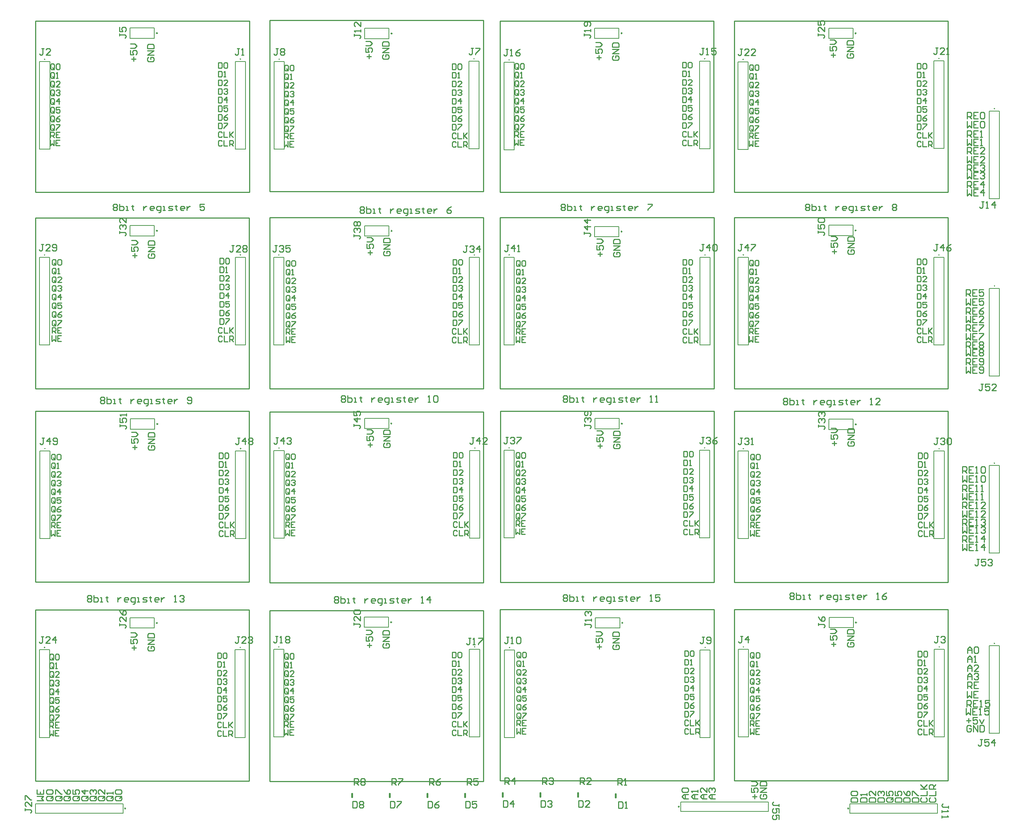
<source format=gto>
G04*
G04 #@! TF.GenerationSoftware,Altium Limited,Altium Designer,25.2.1 (25)*
G04*
G04 Layer_Color=65535*
%FSAX44Y44*%
%MOMM*%
G71*
G04*
G04 #@! TF.SameCoordinates,962EF830-37C3-45C2-9A6A-2A16DDEA0E73*
G04*
G04*
G04 #@! TF.FilePolarity,Positive*
G04*
G01*
G75*
%ADD10C,0.2500*%
%ADD11C,0.2000*%
%ADD12C,0.2540*%
%ADD13C,0.1270*%
%ADD14C,0.4000*%
D10*
X01779000Y00327750D02*
G03*
X01779000Y00327750I-00001250J00000000D01*
G01*
X01645900Y01223750D02*
G03*
X01645900Y01223750I-00001250J00000000D01*
G01*
X00558465Y00757325D02*
G03*
X00558465Y00757325I-00001250J00000000D01*
G01*
X00559550Y01222750D02*
G03*
X00559550Y01222750I-00001250J00000000D01*
G01*
X01646900Y00757750D02*
G03*
X01646900Y00757750I-00001250J00000000D01*
G01*
X01106800Y01224000D02*
G03*
X01106800Y01224000I-00001250J00000000D01*
G01*
X01106300Y00759250D02*
G03*
X01106300Y00759250I-00001250J00000000D01*
G01*
X02193300Y00758500D02*
G03*
X02193300Y00758500I-00001250J00000000D01*
G01*
X02192800Y01222000D02*
G03*
X02192800Y01222000I-00001250J00000000D01*
G01*
X02175000Y00323385D02*
G03*
X02175000Y00323385I-00001250J00000000D01*
G01*
X00484250Y00323385D02*
G03*
X00484250Y00323385I-00001250J00000000D01*
G01*
X00558800Y01675000D02*
G03*
X00558800Y01675000I-00001250J00000000D01*
G01*
X01107400Y02136500D02*
G03*
X01107400Y02136500I-00001250J00000000D01*
G01*
X00558800Y02137250D02*
G03*
X00558800Y02137250I-00001250J00000000D01*
G01*
X01645050Y02137000D02*
G03*
X01645050Y02137000I-00001250J00000000D01*
G01*
X02192300Y02137000D02*
G03*
X02192300Y02137000I-00001250J00000000D01*
G01*
X01107400Y01674500D02*
G03*
X01107400Y01674500I-00001250J00000000D01*
G01*
X01645050Y01673000D02*
G03*
X01645050Y01673000I-00001250J00000000D01*
G01*
X02192300Y01675750D02*
G03*
X02192300Y01675750I-00001250J00000000D01*
G01*
D11*
X02516750Y01960520D02*
G03*
X02516750Y01960520I-00001000J00000000D01*
G01*
Y00709520D02*
G03*
X02516750Y00709520I-00001000J00000000D01*
G01*
Y01545808D02*
G03*
X02516750Y01545808I-00001000J00000000D01*
G01*
Y01131097D02*
G03*
X02516750Y01131097I-00001000J00000000D01*
G01*
X01382000Y01166750D02*
G03*
X01382000Y01166750I-00001000J00000000D01*
G01*
X01839250D02*
G03*
X01839250Y01166750I-00001000J00000000D01*
G01*
X00295665Y00700075D02*
G03*
X00295665Y00700075I-00001000J00000000D01*
G01*
X00296750Y01165250D02*
G03*
X00296750Y01165250I-00001000J00000000D01*
G01*
X00753165Y00700075D02*
G03*
X00753165Y00700075I-00001000J00000000D01*
G01*
X00754250Y01165250D02*
G03*
X00754250Y01165250I-00001000J00000000D01*
G01*
X00843500Y00701500D02*
G03*
X00843500Y00701500I-00001000J00000000D01*
G01*
X01840250Y00700000D02*
G03*
X01840250Y00700000I-00001000J00000000D01*
G01*
X00844000Y01166500D02*
G03*
X00844000Y01166500I-00001000J00000000D01*
G01*
X01301750D02*
G03*
X01301750Y01166500I-00001000J00000000D01*
G01*
X01301250Y00701500D02*
G03*
X01301250Y00701500I-00001000J00000000D01*
G01*
X01929500Y01165000D02*
G03*
X01929500Y01165000I-00001000J00000000D01*
G01*
X01930000Y00701250D02*
G03*
X01930000Y00701250I-00001000J00000000D01*
G01*
X02387500Y01165000D02*
G03*
X02387500Y01165000I-00001000J00000000D01*
G01*
X02388000Y00701250D02*
G03*
X02388000Y00701250I-00001000J00000000D01*
G01*
X01383000Y00700000D02*
G03*
X01383000Y00700000I-00001000J00000000D01*
G01*
X02387000Y02077750D02*
G03*
X02387000Y02077750I-00001000J00000000D01*
G01*
X00844250Y02076250D02*
G03*
X00844250Y02076250I-00001000J00000000D01*
G01*
X01300000Y02077000D02*
G03*
X01300000Y02077000I-00001000J00000000D01*
G01*
X01382000Y02074750D02*
G03*
X01382000Y02074750I-00001000J00000000D01*
G01*
X00296000Y02076000D02*
G03*
X00296000Y02076000I-00001000J00000000D01*
G01*
X00753500Y02076500D02*
G03*
X00753500Y02076500I-00001000J00000000D01*
G01*
X01839500Y02077250D02*
G03*
X01839500Y02077250I-00001000J00000000D01*
G01*
X01929000Y02075750D02*
G03*
X01929000Y02075750I-00001000J00000000D01*
G01*
X00295500Y01618250D02*
G03*
X00295500Y01618250I-00001000J00000000D01*
G01*
X00753500D02*
G03*
X00753500Y01618250I-00001000J00000000D01*
G01*
X01300750D02*
G03*
X01300750Y01618250I-00001000J00000000D01*
G01*
X00843500D02*
G03*
X00843500Y01618250I-00001000J00000000D01*
G01*
X01382250D02*
G03*
X01382250Y01618250I-00001000J00000000D01*
G01*
X01929500D02*
G03*
X01929500Y01618250I-00001000J00000000D01*
G01*
X01840000D02*
G03*
X01840000Y01618250I-00001000J00000000D01*
G01*
X02387000D02*
G03*
X02387000Y01618250I-00001000J00000000D01*
G01*
X01782000Y00316750D02*
Y00338750D01*
Y00316750D02*
X01987000D01*
Y00338750D01*
X01782000D02*
X01987000D01*
X01581850Y01211750D02*
X01638649D01*
X01581850D02*
Y01235750D01*
X01638649D01*
Y01211750D02*
Y01235750D01*
X00494415Y00745325D02*
X00551215D01*
X00494415D02*
Y00769324D01*
X00551215D01*
Y00745325D02*
Y00769324D01*
X00495500Y01210750D02*
X00552300D01*
X00495500D02*
Y01234750D01*
X00552300D01*
Y01210750D02*
Y01234750D01*
X01582850Y00745750D02*
X01639650D01*
X01582850D02*
Y00769750D01*
X01639650D01*
Y00745750D02*
Y00769750D01*
X01042750Y01212000D02*
X01099550D01*
X01042750D02*
Y01236000D01*
X01099550D01*
Y01212000D02*
Y01236000D01*
X01042250Y00747250D02*
X01099050D01*
X01042250D02*
Y00771250D01*
X01099050D01*
Y00747250D02*
Y00771250D01*
X02129251Y00746500D02*
X02186051D01*
X02129251D02*
Y00770500D01*
X02186051D01*
Y00746500D02*
Y00770500D01*
X02128750Y01210000D02*
X02185550D01*
X02128750D02*
Y01234000D01*
X02185550D01*
Y01210000D02*
Y01234000D01*
X02178000Y00334385D02*
X02383000D01*
Y00312385D02*
Y00334385D01*
X02178000Y00312385D02*
X02383000D01*
X02178000D02*
Y00334385D01*
X00273750Y00312385D02*
X00478750D01*
X00273750D02*
Y00334385D01*
X00478750D01*
Y00312385D02*
Y00334385D01*
X00494750Y01663000D02*
X00551550D01*
X00494750D02*
Y01687000D01*
X00551550D01*
Y01663000D02*
Y01687000D01*
X01100150Y02124500D02*
Y02148500D01*
X01043350D02*
X01100150D01*
X01043350Y02124500D02*
Y02148500D01*
Y02124500D02*
X01100150D01*
X00551550Y02125250D02*
Y02149250D01*
X00494750D02*
X00551550D01*
X00494750Y02125250D02*
Y02149250D01*
Y02125250D02*
X00551550D01*
X01637800Y02125000D02*
Y02149000D01*
X01581000D02*
X01637800D01*
X01581000Y02125000D02*
Y02149000D01*
Y02125000D02*
X01637800D01*
X02185050D02*
Y02149000D01*
X02128250D02*
X02185050D01*
X02128250Y02125000D02*
Y02149000D01*
Y02125000D02*
X02185050D01*
X01100150Y01662500D02*
Y01686500D01*
X01043350D02*
X01100150D01*
X01043350Y01662500D02*
Y01686500D01*
Y01662500D02*
X01100150D01*
X01637800Y01661000D02*
Y01685000D01*
X01581000D02*
X01637800D01*
X01581000Y01661000D02*
Y01685000D01*
Y01661000D02*
X01637800D01*
X02185050Y01663750D02*
Y01687750D01*
X02128250D02*
X02185050D01*
X02128250Y01663750D02*
Y01687750D01*
Y01663750D02*
X02185050D01*
D12*
X01360000Y00388500D02*
X01860000D01*
X01360000Y00788500D02*
X01860000D01*
Y00388500D02*
Y00788500D01*
X01360000Y00388500D02*
Y00788500D01*
X00821250Y01305750D02*
X01321250D01*
X00821250Y01705750D02*
X01321250D01*
Y01305750D02*
Y01705750D01*
X00821250Y01305750D02*
Y01705750D01*
X00273500Y00388000D02*
X00773500D01*
X00273500Y00788000D02*
X00773500D01*
Y00388000D02*
Y00788000D01*
X00273500Y00388000D02*
Y00788000D01*
X01359500Y01765250D02*
X01859500D01*
X01359500Y02165250D02*
X01859500D01*
Y01765250D02*
Y02165250D01*
X01359500Y01765250D02*
Y02165250D01*
X01360250Y00852750D02*
X01860250D01*
X01360250Y01252750D02*
X01860250D01*
Y00852750D02*
Y01252750D01*
X01360250Y00852750D02*
Y01252750D01*
X00273750Y01765250D02*
X00773750D01*
X00273750Y02165250D02*
X00773750D01*
Y01765250D02*
Y02165250D01*
X00273750Y01765250D02*
Y02165250D01*
X01907250Y01765250D02*
X02407250D01*
X01907250Y02165250D02*
X02407250D01*
Y01765250D02*
Y02165250D01*
X01907250Y01765250D02*
Y02165250D01*
Y00852750D02*
X02407250D01*
X01907250Y01252750D02*
X02407250D01*
Y00852750D02*
Y01252750D01*
X01907250Y00852750D02*
Y01252750D01*
X00821000Y01767000D02*
X01321000D01*
X00821000Y02167000D02*
X01321000D01*
Y01767000D02*
Y02167000D01*
X00821000Y01767000D02*
Y02167000D01*
X00821250Y00851500D02*
X01321250D01*
X00821250Y01251500D02*
X01321250D01*
Y00851500D02*
Y01251500D01*
X00821250Y00851500D02*
Y01251500D01*
X01907250Y00388500D02*
X02407250D01*
X01907250Y00788500D02*
X02407250D01*
Y00388500D02*
Y00788500D01*
X01907250Y00388500D02*
Y00788500D01*
X00821250Y00386500D02*
X01321250D01*
X00821250Y00786500D02*
X01321250D01*
Y00386500D02*
Y00786500D01*
X00821250Y00386500D02*
Y00786500D01*
X00273500Y00853000D02*
X00773500D01*
X00273500Y01253000D02*
X00773500D01*
Y00853000D02*
Y01253000D01*
X00273500Y00853000D02*
Y01253000D01*
Y01305000D02*
X00773500D01*
X00273500Y01705000D02*
X00773500D01*
Y01305000D02*
Y01705000D01*
X00273500Y01305000D02*
Y01705000D01*
X01907250Y01305750D02*
X02407250D01*
X01907250Y01705750D02*
X02407250D01*
Y01305750D02*
Y01705750D01*
X01907250Y01305750D02*
Y01705750D01*
X01360000Y01305750D02*
X01860000D01*
X01360000Y01705750D02*
X01860000D01*
Y01305750D02*
Y01705750D01*
X01360000Y01305750D02*
Y01705750D01*
X01248040Y01923980D02*
Y01910984D01*
X01254538D01*
X01256704Y01913150D01*
Y01921814D01*
X01254538Y01923980D01*
X01248040D01*
X01261036D02*
X01269700D01*
Y01921814D01*
X01261036Y01913150D01*
Y01910984D01*
X01256704Y01881370D02*
X01254538Y01883536D01*
X01250206D01*
X01248040Y01881370D01*
Y01872706D01*
X01250206Y01870540D01*
X01254538D01*
X01256704Y01872706D01*
X01261036Y01883536D02*
Y01870540D01*
X01269700D01*
X01274032D02*
Y01883536D01*
X01280529D01*
X01282695Y01881370D01*
Y01877038D01*
X01280529Y01874872D01*
X01274032D01*
X01278363D02*
X01282695Y01870540D01*
X00864454Y01909456D02*
Y01918120D01*
X00862288Y01920286D01*
X00857956D01*
X00855790Y01918120D01*
Y01909456D01*
X00857956Y01907290D01*
X00862288D01*
X00860122Y01911622D02*
X00864454Y01907290D01*
X00862288D02*
X00864454Y01909456D01*
X00868786Y01920286D02*
X00877450D01*
Y01918120D01*
X00868786Y01909456D01*
Y01907290D01*
X00864454Y02031385D02*
Y02040048D01*
X00862288Y02042214D01*
X00857956D01*
X00855790Y02040048D01*
Y02031385D01*
X00857956Y02029219D01*
X00862288D01*
X00860122Y02033551D02*
X00864454Y02029219D01*
X00862288D02*
X00864454Y02031385D01*
X00868786Y02029219D02*
X00873118D01*
X00870952D01*
Y02042214D01*
X00868786Y02040048D01*
X00864454Y02011063D02*
Y02019727D01*
X00862288Y02021893D01*
X00857956D01*
X00855790Y02019727D01*
Y02011063D01*
X00857956Y02008897D01*
X00862288D01*
X00860122Y02013229D02*
X00864454Y02008897D01*
X00862288D02*
X00864454Y02011063D01*
X00877450Y02008897D02*
X00868786D01*
X00877450Y02017561D01*
Y02019727D01*
X00875284Y02021893D01*
X00870952D01*
X00868786Y02019727D01*
X00864454Y01950099D02*
Y01958763D01*
X00862288Y01960929D01*
X00857956D01*
X00855790Y01958763D01*
Y01950099D01*
X00857956Y01947933D01*
X00862288D01*
X00860122Y01952265D02*
X00864454Y01947933D01*
X00862288D02*
X00864454Y01950099D01*
X00877450Y01960929D02*
X00868786D01*
Y01954431D01*
X00873118Y01956597D01*
X00875284D01*
X00877450Y01954431D01*
Y01950099D01*
X00875284Y01947933D01*
X00870952D01*
X00868786Y01950099D01*
X00864454Y01990742D02*
Y01999406D01*
X00862288Y02001572D01*
X00857956D01*
X00855790Y01999406D01*
Y01990742D01*
X00857956Y01988576D01*
X00862288D01*
X00860122Y01992908D02*
X00864454Y01988576D01*
X00862288D02*
X00864454Y01990742D01*
X00868786Y01999406D02*
X00870952Y02001572D01*
X00875284D01*
X00877450Y01999406D01*
Y01997240D01*
X00875284Y01995074D01*
X00873118D01*
X00875284D01*
X00877450Y01992908D01*
Y01990742D01*
X00875284Y01988576D01*
X00870952D01*
X00868786Y01990742D01*
X00855540Y01890290D02*
Y01903286D01*
X00862038D01*
X00864204Y01901120D01*
Y01896788D01*
X00862038Y01894622D01*
X00855540D01*
X00859872D02*
X00864204Y01890290D01*
X00877200Y01903286D02*
X00868536D01*
Y01890290D01*
X00877200D01*
X00868536Y01896788D02*
X00872868D01*
X00864454Y02051706D02*
Y02060370D01*
X00862288Y02062536D01*
X00857956D01*
X00855790Y02060370D01*
Y02051706D01*
X00857956Y02049540D01*
X00862288D01*
X00860122Y02053872D02*
X00864454Y02049540D01*
X00862288D02*
X00864454Y02051706D01*
X00868786Y02060370D02*
X00870952Y02062536D01*
X00875284D01*
X00877450Y02060370D01*
Y02051706D01*
X00875284Y02049540D01*
X00870952D01*
X00868786Y02051706D01*
Y02060370D01*
X00855290Y01884286D02*
Y01871290D01*
X00859622Y01875622D01*
X00863954Y01871290D01*
Y01884286D01*
X00876950D02*
X00868286D01*
Y01871290D01*
X00876950D01*
X00868286Y01877788D02*
X00872618D01*
X00864454Y01970420D02*
Y01979084D01*
X00862288Y01981250D01*
X00857956D01*
X00855790Y01979084D01*
Y01970420D01*
X00857956Y01968254D01*
X00862288D01*
X00860122Y01972586D02*
X00864454Y01968254D01*
X00862288D02*
X00864454Y01970420D01*
X00875284Y01968254D02*
Y01981250D01*
X00868786Y01974752D01*
X00877450D01*
X00864454Y01929778D02*
Y01938441D01*
X00862288Y01940607D01*
X00857956D01*
X00855790Y01938441D01*
Y01929778D01*
X00857956Y01927612D01*
X00862288D01*
X00860122Y01931944D02*
X00864454Y01927612D01*
X00862288D02*
X00864454Y01929778D01*
X00877450Y01940607D02*
X00873118Y01938441D01*
X00868786Y01934109D01*
Y01929778D01*
X00870952Y01927612D01*
X00875284D01*
X00877450Y01929778D01*
Y01931944D01*
X00875284Y01934109D01*
X00868786D01*
X01248040Y02045314D02*
Y02032318D01*
X01254538D01*
X01256704Y02034484D01*
Y02043148D01*
X01254538Y02045314D01*
X01248040D01*
X01261036Y02032318D02*
X01265368D01*
X01263202D01*
Y02045314D01*
X01261036Y02043148D01*
X01248040Y02025091D02*
Y02012096D01*
X01254538D01*
X01256704Y02014261D01*
Y02022925D01*
X01254538Y02025091D01*
X01248040D01*
X01269700Y02012096D02*
X01261036D01*
X01269700Y02020759D01*
Y02022925D01*
X01267534Y02025091D01*
X01263202D01*
X01261036Y02022925D01*
X01248040Y02065536D02*
Y02052540D01*
X01254538D01*
X01256704Y02054706D01*
Y02063370D01*
X01254538Y02065536D01*
X01248040D01*
X01261036Y02063370D02*
X01263202Y02065536D01*
X01267534D01*
X01269700Y02063370D01*
Y02054706D01*
X01267534Y02052540D01*
X01263202D01*
X01261036Y02054706D01*
Y02063370D01*
X01248040Y01984647D02*
Y01971651D01*
X01254538D01*
X01256704Y01973817D01*
Y01982481D01*
X01254538Y01984647D01*
X01248040D01*
X01267534Y01971651D02*
Y01984647D01*
X01261036Y01978149D01*
X01269700D01*
X01256704Y01901592D02*
X01254538Y01903758D01*
X01250206D01*
X01248040Y01901592D01*
Y01892928D01*
X01250206Y01890762D01*
X01254538D01*
X01256704Y01892928D01*
X01261036Y01903758D02*
Y01890762D01*
X01269700D01*
X01274032Y01903758D02*
Y01890762D01*
Y01895094D01*
X01282695Y01903758D01*
X01276198Y01897260D01*
X01282695Y01890762D01*
X01248040Y01944203D02*
Y01931207D01*
X01254538D01*
X01256704Y01933373D01*
Y01942037D01*
X01254538Y01944203D01*
X01248040D01*
X01269700D02*
X01265368Y01942037D01*
X01261036Y01937705D01*
Y01933373D01*
X01263202Y01931207D01*
X01267534D01*
X01269700Y01933373D01*
Y01935539D01*
X01267534Y01937705D01*
X01261036D01*
X01248040Y01964425D02*
Y01951429D01*
X01254538D01*
X01256704Y01953595D01*
Y01962259D01*
X01254538Y01964425D01*
X01248040D01*
X01269700D02*
X01261036D01*
Y01957927D01*
X01265368Y01960093D01*
X01267534D01*
X01269700Y01957927D01*
Y01953595D01*
X01267534Y01951429D01*
X01263202D01*
X01261036Y01953595D01*
X01248040Y02004869D02*
Y01991873D01*
X01254538D01*
X01256704Y01994039D01*
Y02002703D01*
X01254538Y02004869D01*
X01248040D01*
X01261036Y02002703D02*
X01263202Y02004869D01*
X01267534D01*
X01269700Y02002703D01*
Y02000537D01*
X01267534Y01998371D01*
X01265368D01*
X01267534D01*
X01269700Y01996205D01*
Y01994039D01*
X01267534Y01991873D01*
X01263202D01*
X01261036Y01994039D01*
X01786540Y01927730D02*
Y01914734D01*
X01793038D01*
X01795204Y01916900D01*
Y01925564D01*
X01793038Y01927730D01*
X01786540D01*
X01799536D02*
X01808200D01*
Y01925564D01*
X01799536Y01916900D01*
Y01914734D01*
X01795204Y01885120D02*
X01793038Y01887286D01*
X01788706D01*
X01786540Y01885120D01*
Y01876456D01*
X01788706Y01874290D01*
X01793038D01*
X01795204Y01876456D01*
X01799536Y01887286D02*
Y01874290D01*
X01808200D01*
X01812532D02*
Y01887286D01*
X01819030D01*
X01821195Y01885120D01*
Y01880788D01*
X01819030Y01878622D01*
X01812532D01*
X01816864D02*
X01821195Y01874290D01*
X01402954Y01913206D02*
Y01921870D01*
X01400788Y01924036D01*
X01396456D01*
X01394290Y01921870D01*
Y01913206D01*
X01396456Y01911040D01*
X01400788D01*
X01398622Y01915372D02*
X01402954Y01911040D01*
X01400788D02*
X01402954Y01913206D01*
X01407286Y01924036D02*
X01415950D01*
Y01921870D01*
X01407286Y01913206D01*
Y01911040D01*
X01402954Y02035135D02*
Y02043799D01*
X01400788Y02045964D01*
X01396456D01*
X01394290Y02043799D01*
Y02035135D01*
X01396456Y02032969D01*
X01400788D01*
X01398622Y02037301D02*
X01402954Y02032969D01*
X01400788D02*
X01402954Y02035135D01*
X01407286Y02032969D02*
X01411618D01*
X01409452D01*
Y02045964D01*
X01407286Y02043799D01*
X01402954Y02014813D02*
Y02023477D01*
X01400788Y02025643D01*
X01396456D01*
X01394290Y02023477D01*
Y02014813D01*
X01396456Y02012647D01*
X01400788D01*
X01398622Y02016979D02*
X01402954Y02012647D01*
X01400788D02*
X01402954Y02014813D01*
X01415950Y02012647D02*
X01407286D01*
X01415950Y02021311D01*
Y02023477D01*
X01413784Y02025643D01*
X01409452D01*
X01407286Y02023477D01*
X01402954Y01953849D02*
Y01962513D01*
X01400788Y01964679D01*
X01396456D01*
X01394290Y01962513D01*
Y01953849D01*
X01396456Y01951683D01*
X01400788D01*
X01398622Y01956015D02*
X01402954Y01951683D01*
X01400788D02*
X01402954Y01953849D01*
X01415950Y01964679D02*
X01407286D01*
Y01958181D01*
X01411618Y01960347D01*
X01413784D01*
X01415950Y01958181D01*
Y01953849D01*
X01413784Y01951683D01*
X01409452D01*
X01407286Y01953849D01*
X01402954Y01994492D02*
Y02003156D01*
X01400788Y02005322D01*
X01396456D01*
X01394290Y02003156D01*
Y01994492D01*
X01396456Y01992326D01*
X01400788D01*
X01398622Y01996658D02*
X01402954Y01992326D01*
X01400788D02*
X01402954Y01994492D01*
X01407286Y02003156D02*
X01409452Y02005322D01*
X01413784D01*
X01415950Y02003156D01*
Y02000990D01*
X01413784Y01998824D01*
X01411618D01*
X01413784D01*
X01415950Y01996658D01*
Y01994492D01*
X01413784Y01992326D01*
X01409452D01*
X01407286Y01994492D01*
X01394040Y01894040D02*
Y01907036D01*
X01400538D01*
X01402704Y01904870D01*
Y01900538D01*
X01400538Y01898372D01*
X01394040D01*
X01398372D02*
X01402704Y01894040D01*
X01415700Y01907036D02*
X01407036D01*
Y01894040D01*
X01415700D01*
X01407036Y01900538D02*
X01411368D01*
X01402954Y02055456D02*
Y02064120D01*
X01400788Y02066286D01*
X01396456D01*
X01394290Y02064120D01*
Y02055456D01*
X01396456Y02053290D01*
X01400788D01*
X01398622Y02057622D02*
X01402954Y02053290D01*
X01400788D02*
X01402954Y02055456D01*
X01407286Y02064120D02*
X01409452Y02066286D01*
X01413784D01*
X01415950Y02064120D01*
Y02055456D01*
X01413784Y02053290D01*
X01409452D01*
X01407286Y02055456D01*
Y02064120D01*
X01393790Y01888036D02*
Y01875040D01*
X01398122Y01879372D01*
X01402454Y01875040D01*
Y01888036D01*
X01415450D02*
X01406786D01*
Y01875040D01*
X01415450D01*
X01406786Y01881538D02*
X01411118D01*
X01402954Y01974170D02*
Y01982834D01*
X01400788Y01985000D01*
X01396456D01*
X01394290Y01982834D01*
Y01974170D01*
X01396456Y01972004D01*
X01400788D01*
X01398622Y01976336D02*
X01402954Y01972004D01*
X01400788D02*
X01402954Y01974170D01*
X01413784Y01972004D02*
Y01985000D01*
X01407286Y01978502D01*
X01415950D01*
X01402954Y01933528D02*
Y01942191D01*
X01400788Y01944357D01*
X01396456D01*
X01394290Y01942191D01*
Y01933528D01*
X01396456Y01931362D01*
X01400788D01*
X01398622Y01935694D02*
X01402954Y01931362D01*
X01400788D02*
X01402954Y01933528D01*
X01415950Y01944357D02*
X01411618Y01942191D01*
X01407286Y01937859D01*
Y01933528D01*
X01409452Y01931362D01*
X01413784D01*
X01415950Y01933528D01*
Y01935694D01*
X01413784Y01937859D01*
X01407286D01*
X01786540Y02049064D02*
Y02036068D01*
X01793038D01*
X01795204Y02038234D01*
Y02046898D01*
X01793038Y02049064D01*
X01786540D01*
X01799536Y02036068D02*
X01803868D01*
X01801702D01*
Y02049064D01*
X01799536Y02046898D01*
X01786540Y02028841D02*
Y02015846D01*
X01793038D01*
X01795204Y02018011D01*
Y02026675D01*
X01793038Y02028841D01*
X01786540D01*
X01808200Y02015846D02*
X01799536D01*
X01808200Y02024509D01*
Y02026675D01*
X01806034Y02028841D01*
X01801702D01*
X01799536Y02026675D01*
X01786540Y02069286D02*
Y02056290D01*
X01793038D01*
X01795204Y02058456D01*
Y02067120D01*
X01793038Y02069286D01*
X01786540D01*
X01799536Y02067120D02*
X01801702Y02069286D01*
X01806034D01*
X01808200Y02067120D01*
Y02058456D01*
X01806034Y02056290D01*
X01801702D01*
X01799536Y02058456D01*
Y02067120D01*
X01786540Y01988397D02*
Y01975401D01*
X01793038D01*
X01795204Y01977567D01*
Y01986231D01*
X01793038Y01988397D01*
X01786540D01*
X01806034Y01975401D02*
Y01988397D01*
X01799536Y01981899D01*
X01808200D01*
X01795204Y01905342D02*
X01793038Y01907508D01*
X01788706D01*
X01786540Y01905342D01*
Y01896678D01*
X01788706Y01894512D01*
X01793038D01*
X01795204Y01896678D01*
X01799536Y01907508D02*
Y01894512D01*
X01808200D01*
X01812532Y01907508D02*
Y01894512D01*
Y01898844D01*
X01821195Y01907508D01*
X01814698Y01901010D01*
X01821195Y01894512D01*
X01786540Y01947953D02*
Y01934957D01*
X01793038D01*
X01795204Y01937123D01*
Y01945787D01*
X01793038Y01947953D01*
X01786540D01*
X01808200D02*
X01803868Y01945787D01*
X01799536Y01941455D01*
Y01937123D01*
X01801702Y01934957D01*
X01806034D01*
X01808200Y01937123D01*
Y01939289D01*
X01806034Y01941455D01*
X01799536D01*
X01786540Y01968175D02*
Y01955179D01*
X01793038D01*
X01795204Y01957345D01*
Y01966009D01*
X01793038Y01968175D01*
X01786540D01*
X01808200D02*
X01799536D01*
Y01961677D01*
X01803868Y01963843D01*
X01806034D01*
X01808200Y01961677D01*
Y01957345D01*
X01806034Y01955179D01*
X01801702D01*
X01799536Y01957345D01*
X01786540Y02008619D02*
Y01995623D01*
X01793038D01*
X01795204Y01997789D01*
Y02006453D01*
X01793038Y02008619D01*
X01786540D01*
X01799536Y02006453D02*
X01801702Y02008619D01*
X01806034D01*
X01808200Y02006453D01*
Y02004287D01*
X01806034Y02002121D01*
X01803868D01*
X01806034D01*
X01808200Y01999955D01*
Y01997789D01*
X01806034Y01995623D01*
X01801702D01*
X01799536Y01997789D01*
X02335290Y01924980D02*
Y01911985D01*
X02341788D01*
X02343954Y01914151D01*
Y01922814D01*
X02341788Y01924980D01*
X02335290D01*
X02348286D02*
X02356950D01*
Y01922814D01*
X02348286Y01914151D01*
Y01911985D01*
X02343954Y01882370D02*
X02341788Y01884536D01*
X02337456D01*
X02335290Y01882370D01*
Y01873706D01*
X02337456Y01871540D01*
X02341788D01*
X02343954Y01873706D01*
X02348286Y01884536D02*
Y01871540D01*
X02356950D01*
X02361282D02*
Y01884536D01*
X02367780D01*
X02369945Y01882370D01*
Y01878038D01*
X02367780Y01875872D01*
X02361282D01*
X02365614D02*
X02369945Y01871540D01*
X01951704Y01910456D02*
Y01919120D01*
X01949538Y01921286D01*
X01945206D01*
X01943040Y01919120D01*
Y01910456D01*
X01945206Y01908290D01*
X01949538D01*
X01947372Y01912622D02*
X01951704Y01908290D01*
X01949538D02*
X01951704Y01910456D01*
X01956036Y01921286D02*
X01964700D01*
Y01919120D01*
X01956036Y01910456D01*
Y01908290D01*
X01951704Y02032385D02*
Y02041048D01*
X01949538Y02043214D01*
X01945206D01*
X01943040Y02041048D01*
Y02032385D01*
X01945206Y02030219D01*
X01949538D01*
X01947372Y02034551D02*
X01951704Y02030219D01*
X01949538D02*
X01951704Y02032385D01*
X01956036Y02030219D02*
X01960368D01*
X01958202D01*
Y02043214D01*
X01956036Y02041048D01*
X01951704Y02012063D02*
Y02020727D01*
X01949538Y02022893D01*
X01945206D01*
X01943040Y02020727D01*
Y02012063D01*
X01945206Y02009897D01*
X01949538D01*
X01947372Y02014229D02*
X01951704Y02009897D01*
X01949538D02*
X01951704Y02012063D01*
X01964700Y02009897D02*
X01956036D01*
X01964700Y02018561D01*
Y02020727D01*
X01962534Y02022893D01*
X01958202D01*
X01956036Y02020727D01*
X01951704Y01951099D02*
Y01959763D01*
X01949538Y01961929D01*
X01945206D01*
X01943040Y01959763D01*
Y01951099D01*
X01945206Y01948933D01*
X01949538D01*
X01947372Y01953265D02*
X01951704Y01948933D01*
X01949538D02*
X01951704Y01951099D01*
X01964700Y01961929D02*
X01956036D01*
Y01955431D01*
X01960368Y01957597D01*
X01962534D01*
X01964700Y01955431D01*
Y01951099D01*
X01962534Y01948933D01*
X01958202D01*
X01956036Y01951099D01*
X01951704Y01991742D02*
Y02000406D01*
X01949538Y02002572D01*
X01945206D01*
X01943040Y02000406D01*
Y01991742D01*
X01945206Y01989576D01*
X01949538D01*
X01947372Y01993908D02*
X01951704Y01989576D01*
X01949538D02*
X01951704Y01991742D01*
X01956036Y02000406D02*
X01958202Y02002572D01*
X01962534D01*
X01964700Y02000406D01*
Y01998240D01*
X01962534Y01996074D01*
X01960368D01*
X01962534D01*
X01964700Y01993908D01*
Y01991742D01*
X01962534Y01989576D01*
X01958202D01*
X01956036Y01991742D01*
X01942790Y01891290D02*
Y01904286D01*
X01949288D01*
X01951454Y01902120D01*
Y01897788D01*
X01949288Y01895622D01*
X01942790D01*
X01947122D02*
X01951454Y01891290D01*
X01964450Y01904286D02*
X01955786D01*
Y01891290D01*
X01964450D01*
X01955786Y01897788D02*
X01960118D01*
X01951704Y02052706D02*
Y02061370D01*
X01949538Y02063536D01*
X01945206D01*
X01943040Y02061370D01*
Y02052706D01*
X01945206Y02050540D01*
X01949538D01*
X01947372Y02054872D02*
X01951704Y02050540D01*
X01949538D02*
X01951704Y02052706D01*
X01956036Y02061370D02*
X01958202Y02063536D01*
X01962534D01*
X01964700Y02061370D01*
Y02052706D01*
X01962534Y02050540D01*
X01958202D01*
X01956036Y02052706D01*
Y02061370D01*
X01942540Y01885286D02*
Y01872290D01*
X01946872Y01876622D01*
X01951204Y01872290D01*
Y01885286D01*
X01964200D02*
X01955536D01*
Y01872290D01*
X01964200D01*
X01955536Y01878788D02*
X01959868D01*
X01951704Y01971420D02*
Y01980084D01*
X01949538Y01982250D01*
X01945206D01*
X01943040Y01980084D01*
Y01971420D01*
X01945206Y01969254D01*
X01949538D01*
X01947372Y01973586D02*
X01951704Y01969254D01*
X01949538D02*
X01951704Y01971420D01*
X01962534Y01969254D02*
Y01982250D01*
X01956036Y01975752D01*
X01964700D01*
X01951704Y01930777D02*
Y01939441D01*
X01949538Y01941607D01*
X01945206D01*
X01943040Y01939441D01*
Y01930777D01*
X01945206Y01928611D01*
X01949538D01*
X01947372Y01932944D02*
X01951704Y01928611D01*
X01949538D02*
X01951704Y01930777D01*
X01964700Y01941607D02*
X01960368Y01939441D01*
X01956036Y01935109D01*
Y01930777D01*
X01958202Y01928611D01*
X01962534D01*
X01964700Y01930777D01*
Y01932944D01*
X01962534Y01935109D01*
X01956036D01*
X02335290Y02046314D02*
Y02033318D01*
X02341788D01*
X02343954Y02035484D01*
Y02044148D01*
X02341788Y02046314D01*
X02335290D01*
X02348286Y02033318D02*
X02352618D01*
X02350452D01*
Y02046314D01*
X02348286Y02044148D01*
X02335290Y02026091D02*
Y02013096D01*
X02341788D01*
X02343954Y02015262D01*
Y02023925D01*
X02341788Y02026091D01*
X02335290D01*
X02356950Y02013096D02*
X02348286D01*
X02356950Y02021759D01*
Y02023925D01*
X02354784Y02026091D01*
X02350452D01*
X02348286Y02023925D01*
X02335290Y02066536D02*
Y02053540D01*
X02341788D01*
X02343954Y02055706D01*
Y02064370D01*
X02341788Y02066536D01*
X02335290D01*
X02348286Y02064370D02*
X02350452Y02066536D01*
X02354784D01*
X02356950Y02064370D01*
Y02055706D01*
X02354784Y02053540D01*
X02350452D01*
X02348286Y02055706D01*
Y02064370D01*
X02335290Y01985647D02*
Y01972651D01*
X02341788D01*
X02343954Y01974817D01*
Y01983481D01*
X02341788Y01985647D01*
X02335290D01*
X02354784Y01972651D02*
Y01985647D01*
X02348286Y01979149D01*
X02356950D01*
X02343954Y01902592D02*
X02341788Y01904758D01*
X02337456D01*
X02335290Y01902592D01*
Y01893928D01*
X02337456Y01891762D01*
X02341788D01*
X02343954Y01893928D01*
X02348286Y01904758D02*
Y01891762D01*
X02356950D01*
X02361282Y01904758D02*
Y01891762D01*
Y01896094D01*
X02369945Y01904758D01*
X02363448Y01898260D01*
X02369945Y01891762D01*
X02335290Y01945203D02*
Y01932207D01*
X02341788D01*
X02343954Y01934373D01*
Y01943037D01*
X02341788Y01945203D01*
X02335290D01*
X02356950D02*
X02352618Y01943037D01*
X02348286Y01938705D01*
Y01934373D01*
X02350452Y01932207D01*
X02354784D01*
X02356950Y01934373D01*
Y01936539D01*
X02354784Y01938705D01*
X02348286D01*
X02335290Y01965425D02*
Y01952429D01*
X02341788D01*
X02343954Y01954595D01*
Y01963259D01*
X02341788Y01965425D01*
X02335290D01*
X02356950D02*
X02348286D01*
Y01958927D01*
X02352618Y01961093D01*
X02354784D01*
X02356950Y01958927D01*
Y01954595D01*
X02354784Y01952429D01*
X02350452D01*
X02348286Y01954595D01*
X02335290Y02005869D02*
Y01992873D01*
X02341788D01*
X02343954Y01995039D01*
Y02003703D01*
X02341788Y02005869D01*
X02335290D01*
X02348286Y02003703D02*
X02350452Y02005869D01*
X02354784D01*
X02356950Y02003703D01*
Y02001537D01*
X02354784Y01999371D01*
X02352618D01*
X02354784D01*
X02356950Y01997205D01*
Y01995039D01*
X02354784Y01992873D01*
X02350452D01*
X02348286Y01995039D01*
X02335290Y01467480D02*
Y01454485D01*
X02341788D01*
X02343954Y01456651D01*
Y01465314D01*
X02341788Y01467480D01*
X02335290D01*
X02348286D02*
X02356950D01*
Y01465314D01*
X02348286Y01456651D01*
Y01454485D01*
X02343954Y01424870D02*
X02341788Y01427036D01*
X02337456D01*
X02335290Y01424870D01*
Y01416206D01*
X02337456Y01414040D01*
X02341788D01*
X02343954Y01416206D01*
X02348286Y01427036D02*
Y01414040D01*
X02356950D01*
X02361282D02*
Y01427036D01*
X02367780D01*
X02369945Y01424870D01*
Y01420538D01*
X02367780Y01418372D01*
X02361282D01*
X02365614D02*
X02369945Y01414040D01*
X01951704Y01452956D02*
Y01461620D01*
X01949538Y01463786D01*
X01945206D01*
X01943040Y01461620D01*
Y01452956D01*
X01945206Y01450790D01*
X01949538D01*
X01947372Y01455122D02*
X01951704Y01450790D01*
X01949538D02*
X01951704Y01452956D01*
X01956036Y01463786D02*
X01964700D01*
Y01461620D01*
X01956036Y01452956D01*
Y01450790D01*
X01951704Y01574885D02*
Y01583548D01*
X01949538Y01585714D01*
X01945206D01*
X01943040Y01583548D01*
Y01574885D01*
X01945206Y01572719D01*
X01949538D01*
X01947372Y01577051D02*
X01951704Y01572719D01*
X01949538D02*
X01951704Y01574885D01*
X01956036Y01572719D02*
X01960368D01*
X01958202D01*
Y01585714D01*
X01956036Y01583548D01*
X01951704Y01554563D02*
Y01563227D01*
X01949538Y01565393D01*
X01945206D01*
X01943040Y01563227D01*
Y01554563D01*
X01945206Y01552397D01*
X01949538D01*
X01947372Y01556729D02*
X01951704Y01552397D01*
X01949538D02*
X01951704Y01554563D01*
X01964700Y01552397D02*
X01956036D01*
X01964700Y01561061D01*
Y01563227D01*
X01962534Y01565393D01*
X01958202D01*
X01956036Y01563227D01*
X01951704Y01493599D02*
Y01502263D01*
X01949538Y01504429D01*
X01945206D01*
X01943040Y01502263D01*
Y01493599D01*
X01945206Y01491433D01*
X01949538D01*
X01947372Y01495765D02*
X01951704Y01491433D01*
X01949538D02*
X01951704Y01493599D01*
X01964700Y01504429D02*
X01956036D01*
Y01497931D01*
X01960368Y01500097D01*
X01962534D01*
X01964700Y01497931D01*
Y01493599D01*
X01962534Y01491433D01*
X01958202D01*
X01956036Y01493599D01*
X01951704Y01534242D02*
Y01542906D01*
X01949538Y01545072D01*
X01945206D01*
X01943040Y01542906D01*
Y01534242D01*
X01945206Y01532076D01*
X01949538D01*
X01947372Y01536408D02*
X01951704Y01532076D01*
X01949538D02*
X01951704Y01534242D01*
X01956036Y01542906D02*
X01958202Y01545072D01*
X01962534D01*
X01964700Y01542906D01*
Y01540740D01*
X01962534Y01538574D01*
X01960368D01*
X01962534D01*
X01964700Y01536408D01*
Y01534242D01*
X01962534Y01532076D01*
X01958202D01*
X01956036Y01534242D01*
X01942790Y01433790D02*
Y01446786D01*
X01949288D01*
X01951454Y01444620D01*
Y01440288D01*
X01949288Y01438122D01*
X01942790D01*
X01947122D02*
X01951454Y01433790D01*
X01964450Y01446786D02*
X01955786D01*
Y01433790D01*
X01964450D01*
X01955786Y01440288D02*
X01960118D01*
X01951704Y01595206D02*
Y01603870D01*
X01949538Y01606036D01*
X01945206D01*
X01943040Y01603870D01*
Y01595206D01*
X01945206Y01593040D01*
X01949538D01*
X01947372Y01597372D02*
X01951704Y01593040D01*
X01949538D02*
X01951704Y01595206D01*
X01956036Y01603870D02*
X01958202Y01606036D01*
X01962534D01*
X01964700Y01603870D01*
Y01595206D01*
X01962534Y01593040D01*
X01958202D01*
X01956036Y01595206D01*
Y01603870D01*
X01942540Y01427786D02*
Y01414790D01*
X01946872Y01419122D01*
X01951204Y01414790D01*
Y01427786D01*
X01964200D02*
X01955536D01*
Y01414790D01*
X01964200D01*
X01955536Y01421288D02*
X01959868D01*
X01951704Y01513920D02*
Y01522584D01*
X01949538Y01524750D01*
X01945206D01*
X01943040Y01522584D01*
Y01513920D01*
X01945206Y01511754D01*
X01949538D01*
X01947372Y01516086D02*
X01951704Y01511754D01*
X01949538D02*
X01951704Y01513920D01*
X01962534Y01511754D02*
Y01524750D01*
X01956036Y01518252D01*
X01964700D01*
X01951704Y01473277D02*
Y01481941D01*
X01949538Y01484107D01*
X01945206D01*
X01943040Y01481941D01*
Y01473277D01*
X01945206Y01471111D01*
X01949538D01*
X01947372Y01475444D02*
X01951704Y01471111D01*
X01949538D02*
X01951704Y01473277D01*
X01964700Y01484107D02*
X01960368Y01481941D01*
X01956036Y01477609D01*
Y01473277D01*
X01958202Y01471111D01*
X01962534D01*
X01964700Y01473277D01*
Y01475444D01*
X01962534Y01477609D01*
X01956036D01*
X02335290Y01588814D02*
Y01575818D01*
X02341788D01*
X02343954Y01577984D01*
Y01586648D01*
X02341788Y01588814D01*
X02335290D01*
X02348286Y01575818D02*
X02352618D01*
X02350452D01*
Y01588814D01*
X02348286Y01586648D01*
X02335290Y01568591D02*
Y01555596D01*
X02341788D01*
X02343954Y01557762D01*
Y01566425D01*
X02341788Y01568591D01*
X02335290D01*
X02356950Y01555596D02*
X02348286D01*
X02356950Y01564259D01*
Y01566425D01*
X02354784Y01568591D01*
X02350452D01*
X02348286Y01566425D01*
X02335290Y01609036D02*
Y01596040D01*
X02341788D01*
X02343954Y01598206D01*
Y01606870D01*
X02341788Y01609036D01*
X02335290D01*
X02348286Y01606870D02*
X02350452Y01609036D01*
X02354784D01*
X02356950Y01606870D01*
Y01598206D01*
X02354784Y01596040D01*
X02350452D01*
X02348286Y01598206D01*
Y01606870D01*
X02335290Y01528147D02*
Y01515151D01*
X02341788D01*
X02343954Y01517317D01*
Y01525981D01*
X02341788Y01528147D01*
X02335290D01*
X02354784Y01515151D02*
Y01528147D01*
X02348286Y01521649D01*
X02356950D01*
X02343954Y01445092D02*
X02341788Y01447258D01*
X02337456D01*
X02335290Y01445092D01*
Y01436428D01*
X02337456Y01434262D01*
X02341788D01*
X02343954Y01436428D01*
X02348286Y01447258D02*
Y01434262D01*
X02356950D01*
X02361282Y01447258D02*
Y01434262D01*
Y01438594D01*
X02369945Y01447258D01*
X02363448Y01440760D01*
X02369945Y01434262D01*
X02335290Y01487703D02*
Y01474707D01*
X02341788D01*
X02343954Y01476873D01*
Y01485537D01*
X02341788Y01487703D01*
X02335290D01*
X02356950D02*
X02352618Y01485537D01*
X02348286Y01481205D01*
Y01476873D01*
X02350452Y01474707D01*
X02354784D01*
X02356950Y01476873D01*
Y01479039D01*
X02354784Y01481205D01*
X02348286D01*
X02335290Y01507925D02*
Y01494929D01*
X02341788D01*
X02343954Y01497095D01*
Y01505759D01*
X02341788Y01507925D01*
X02335290D01*
X02356950D02*
X02348286D01*
Y01501427D01*
X02352618Y01503593D01*
X02354784D01*
X02356950Y01501427D01*
Y01497095D01*
X02354784Y01494929D01*
X02350452D01*
X02348286Y01497095D01*
X02335290Y01548369D02*
Y01535373D01*
X02341788D01*
X02343954Y01537539D01*
Y01546203D01*
X02341788Y01548369D01*
X02335290D01*
X02348286Y01546203D02*
X02350452Y01548369D01*
X02354784D01*
X02356950Y01546203D01*
Y01544037D01*
X02354784Y01541871D01*
X02352618D01*
X02354784D01*
X02356950Y01539705D01*
Y01537539D01*
X02354784Y01535373D01*
X02350452D01*
X02348286Y01537539D01*
X01787540Y01466480D02*
Y01453484D01*
X01794038D01*
X01796204Y01455650D01*
Y01464314D01*
X01794038Y01466480D01*
X01787540D01*
X01800536D02*
X01809200D01*
Y01464314D01*
X01800536Y01455650D01*
Y01453484D01*
X01796204Y01423870D02*
X01794038Y01426036D01*
X01789706D01*
X01787540Y01423870D01*
Y01415206D01*
X01789706Y01413040D01*
X01794038D01*
X01796204Y01415206D01*
X01800536Y01426036D02*
Y01413040D01*
X01809200D01*
X01813532D02*
Y01426036D01*
X01820029D01*
X01822195Y01423870D01*
Y01419538D01*
X01820029Y01417372D01*
X01813532D01*
X01817863D02*
X01822195Y01413040D01*
X01406454Y01452206D02*
Y01460870D01*
X01404288Y01463036D01*
X01399956D01*
X01397790Y01460870D01*
Y01452206D01*
X01399956Y01450040D01*
X01404288D01*
X01402122Y01454372D02*
X01406454Y01450040D01*
X01404288D02*
X01406454Y01452206D01*
X01410786Y01463036D02*
X01419450D01*
Y01460870D01*
X01410786Y01452206D01*
Y01450040D01*
X01406454Y01574135D02*
Y01582798D01*
X01404288Y01584964D01*
X01399956D01*
X01397790Y01582798D01*
Y01574135D01*
X01399956Y01571969D01*
X01404288D01*
X01402122Y01576301D02*
X01406454Y01571969D01*
X01404288D02*
X01406454Y01574135D01*
X01410786Y01571969D02*
X01415118D01*
X01412952D01*
Y01584964D01*
X01410786Y01582798D01*
X01406454Y01553813D02*
Y01562477D01*
X01404288Y01564643D01*
X01399956D01*
X01397790Y01562477D01*
Y01553813D01*
X01399956Y01551647D01*
X01404288D01*
X01402122Y01555979D02*
X01406454Y01551647D01*
X01404288D02*
X01406454Y01553813D01*
X01419450Y01551647D02*
X01410786D01*
X01419450Y01560311D01*
Y01562477D01*
X01417284Y01564643D01*
X01412952D01*
X01410786Y01562477D01*
X01406454Y01492849D02*
Y01501513D01*
X01404288Y01503679D01*
X01399956D01*
X01397790Y01501513D01*
Y01492849D01*
X01399956Y01490683D01*
X01404288D01*
X01402122Y01495015D02*
X01406454Y01490683D01*
X01404288D02*
X01406454Y01492849D01*
X01419450Y01503679D02*
X01410786D01*
Y01497181D01*
X01415118Y01499347D01*
X01417284D01*
X01419450Y01497181D01*
Y01492849D01*
X01417284Y01490683D01*
X01412952D01*
X01410786Y01492849D01*
X01406454Y01533492D02*
Y01542156D01*
X01404288Y01544321D01*
X01399956D01*
X01397790Y01542156D01*
Y01533492D01*
X01399956Y01531326D01*
X01404288D01*
X01402122Y01535658D02*
X01406454Y01531326D01*
X01404288D02*
X01406454Y01533492D01*
X01410786Y01542156D02*
X01412952Y01544321D01*
X01417284D01*
X01419450Y01542156D01*
Y01539990D01*
X01417284Y01537824D01*
X01415118D01*
X01417284D01*
X01419450Y01535658D01*
Y01533492D01*
X01417284Y01531326D01*
X01412952D01*
X01410786Y01533492D01*
X01397540Y01433040D02*
Y01446036D01*
X01404038D01*
X01406204Y01443870D01*
Y01439538D01*
X01404038Y01437372D01*
X01397540D01*
X01401872D02*
X01406204Y01433040D01*
X01419200Y01446036D02*
X01410536D01*
Y01433040D01*
X01419200D01*
X01410536Y01439538D02*
X01414868D01*
X01406454Y01594456D02*
Y01603120D01*
X01404288Y01605286D01*
X01399956D01*
X01397790Y01603120D01*
Y01594456D01*
X01399956Y01592290D01*
X01404288D01*
X01402122Y01596622D02*
X01406454Y01592290D01*
X01404288D02*
X01406454Y01594456D01*
X01410786Y01603120D02*
X01412952Y01605286D01*
X01417284D01*
X01419450Y01603120D01*
Y01594456D01*
X01417284Y01592290D01*
X01412952D01*
X01410786Y01594456D01*
Y01603120D01*
X01397290Y01427036D02*
Y01414040D01*
X01401622Y01418372D01*
X01405954Y01414040D01*
Y01427036D01*
X01418950D02*
X01410286D01*
Y01414040D01*
X01418950D01*
X01410286Y01420538D02*
X01414618D01*
X01406454Y01513170D02*
Y01521834D01*
X01404288Y01524000D01*
X01399956D01*
X01397790Y01521834D01*
Y01513170D01*
X01399956Y01511004D01*
X01404288D01*
X01402122Y01515336D02*
X01406454Y01511004D01*
X01404288D02*
X01406454Y01513170D01*
X01417284Y01511004D02*
Y01524000D01*
X01410786Y01517502D01*
X01419450D01*
X01406454Y01472527D02*
Y01481191D01*
X01404288Y01483357D01*
X01399956D01*
X01397790Y01481191D01*
Y01472527D01*
X01399956Y01470361D01*
X01404288D01*
X01402122Y01474693D02*
X01406454Y01470361D01*
X01404288D02*
X01406454Y01472527D01*
X01419450Y01483357D02*
X01415118Y01481191D01*
X01410786Y01476859D01*
Y01472527D01*
X01412952Y01470361D01*
X01417284D01*
X01419450Y01472527D01*
Y01474693D01*
X01417284Y01476859D01*
X01410786D01*
X01787540Y01587814D02*
Y01574818D01*
X01794038D01*
X01796204Y01576984D01*
Y01585648D01*
X01794038Y01587814D01*
X01787540D01*
X01800536Y01574818D02*
X01804868D01*
X01802702D01*
Y01587814D01*
X01800536Y01585648D01*
X01787540Y01567591D02*
Y01554596D01*
X01794038D01*
X01796204Y01556761D01*
Y01565425D01*
X01794038Y01567591D01*
X01787540D01*
X01809200Y01554596D02*
X01800536D01*
X01809200Y01563259D01*
Y01565425D01*
X01807034Y01567591D01*
X01802702D01*
X01800536Y01565425D01*
X01787540Y01608036D02*
Y01595040D01*
X01794038D01*
X01796204Y01597206D01*
Y01605870D01*
X01794038Y01608036D01*
X01787540D01*
X01800536Y01605870D02*
X01802702Y01608036D01*
X01807034D01*
X01809200Y01605870D01*
Y01597206D01*
X01807034Y01595040D01*
X01802702D01*
X01800536Y01597206D01*
Y01605870D01*
X01787540Y01527147D02*
Y01514151D01*
X01794038D01*
X01796204Y01516317D01*
Y01524981D01*
X01794038Y01527147D01*
X01787540D01*
X01807034Y01514151D02*
Y01527147D01*
X01800536Y01520649D01*
X01809200D01*
X01796204Y01444092D02*
X01794038Y01446258D01*
X01789706D01*
X01787540Y01444092D01*
Y01435428D01*
X01789706Y01433262D01*
X01794038D01*
X01796204Y01435428D01*
X01800536Y01446258D02*
Y01433262D01*
X01809200D01*
X01813532Y01446258D02*
Y01433262D01*
Y01437594D01*
X01822195Y01446258D01*
X01815697Y01439760D01*
X01822195Y01433262D01*
X01787540Y01486703D02*
Y01473707D01*
X01794038D01*
X01796204Y01475873D01*
Y01484537D01*
X01794038Y01486703D01*
X01787540D01*
X01809200D02*
X01804868Y01484537D01*
X01800536Y01480205D01*
Y01475873D01*
X01802702Y01473707D01*
X01807034D01*
X01809200Y01475873D01*
Y01478039D01*
X01807034Y01480205D01*
X01800536D01*
X01787540Y01506925D02*
Y01493929D01*
X01794038D01*
X01796204Y01496095D01*
Y01504759D01*
X01794038Y01506925D01*
X01787540D01*
X01809200D02*
X01800536D01*
Y01500427D01*
X01804868Y01502593D01*
X01807034D01*
X01809200Y01500427D01*
Y01496095D01*
X01807034Y01493929D01*
X01802702D01*
X01800536Y01496095D01*
X01787540Y01547369D02*
Y01534373D01*
X01794038D01*
X01796204Y01536539D01*
Y01545203D01*
X01794038Y01547369D01*
X01787540D01*
X01800536Y01545203D02*
X01802702Y01547369D01*
X01807034D01*
X01809200Y01545203D01*
Y01543037D01*
X01807034Y01540871D01*
X01804868D01*
X01807034D01*
X01809200Y01538705D01*
Y01536539D01*
X01807034Y01534373D01*
X01802702D01*
X01800536Y01536539D01*
X01249790Y01466480D02*
Y01453484D01*
X01256288D01*
X01258454Y01455650D01*
Y01464314D01*
X01256288Y01466480D01*
X01249790D01*
X01262786D02*
X01271450D01*
Y01464314D01*
X01262786Y01455650D01*
Y01453484D01*
X01256954Y01423870D02*
X01254788Y01426036D01*
X01250456D01*
X01248290Y01423870D01*
Y01415206D01*
X01250456Y01413040D01*
X01254788D01*
X01256954Y01415206D01*
X01261286Y01426036D02*
Y01413040D01*
X01269950D01*
X01274282D02*
Y01426036D01*
X01280780D01*
X01282946Y01423870D01*
Y01419538D01*
X01280780Y01417372D01*
X01274282D01*
X01278614D02*
X01282946Y01413040D01*
X00868204Y01452206D02*
Y01460870D01*
X00866038Y01463036D01*
X00861706D01*
X00859540Y01460870D01*
Y01452206D01*
X00861706Y01450040D01*
X00866038D01*
X00863872Y01454372D02*
X00868204Y01450040D01*
X00866038D02*
X00868204Y01452206D01*
X00872536Y01463036D02*
X00881200D01*
Y01460870D01*
X00872536Y01452206D01*
Y01450040D01*
X00868204Y01574135D02*
Y01582798D01*
X00866038Y01584964D01*
X00861706D01*
X00859540Y01582798D01*
Y01574135D01*
X00861706Y01571969D01*
X00866038D01*
X00863872Y01576301D02*
X00868204Y01571969D01*
X00866038D02*
X00868204Y01574135D01*
X00872536Y01571969D02*
X00876868D01*
X00874702D01*
Y01584964D01*
X00872536Y01582798D01*
X00868204Y01553813D02*
Y01562477D01*
X00866038Y01564643D01*
X00861706D01*
X00859540Y01562477D01*
Y01553813D01*
X00861706Y01551647D01*
X00866038D01*
X00863872Y01555979D02*
X00868204Y01551647D01*
X00866038D02*
X00868204Y01553813D01*
X00881200Y01551647D02*
X00872536D01*
X00881200Y01560311D01*
Y01562477D01*
X00879034Y01564643D01*
X00874702D01*
X00872536Y01562477D01*
X00868204Y01492849D02*
Y01501513D01*
X00866038Y01503679D01*
X00861706D01*
X00859540Y01501513D01*
Y01492849D01*
X00861706Y01490683D01*
X00866038D01*
X00863872Y01495015D02*
X00868204Y01490683D01*
X00866038D02*
X00868204Y01492849D01*
X00881200Y01503679D02*
X00872536D01*
Y01497181D01*
X00876868Y01499347D01*
X00879034D01*
X00881200Y01497181D01*
Y01492849D01*
X00879034Y01490683D01*
X00874702D01*
X00872536Y01492849D01*
X00868204Y01533492D02*
Y01542156D01*
X00866038Y01544322D01*
X00861706D01*
X00859540Y01542156D01*
Y01533492D01*
X00861706Y01531326D01*
X00866038D01*
X00863872Y01535658D02*
X00868204Y01531326D01*
X00866038D02*
X00868204Y01533492D01*
X00872536Y01542156D02*
X00874702Y01544322D01*
X00879034D01*
X00881200Y01542156D01*
Y01539990D01*
X00879034Y01537824D01*
X00876868D01*
X00879034D01*
X00881200Y01535658D01*
Y01533492D01*
X00879034Y01531326D01*
X00874702D01*
X00872536Y01533492D01*
X00859290Y01433040D02*
Y01446036D01*
X00865788D01*
X00867954Y01443870D01*
Y01439538D01*
X00865788Y01437372D01*
X00859290D01*
X00863622D02*
X00867954Y01433040D01*
X00880950Y01446036D02*
X00872286D01*
Y01433040D01*
X00880950D01*
X00872286Y01439538D02*
X00876618D01*
X00868204Y01594456D02*
Y01603120D01*
X00866038Y01605286D01*
X00861706D01*
X00859540Y01603120D01*
Y01594456D01*
X00861706Y01592290D01*
X00866038D01*
X00863872Y01596622D02*
X00868204Y01592290D01*
X00866038D02*
X00868204Y01594456D01*
X00872536Y01603120D02*
X00874702Y01605286D01*
X00879034D01*
X00881200Y01603120D01*
Y01594456D01*
X00879034Y01592290D01*
X00874702D01*
X00872536Y01594456D01*
Y01603120D01*
X00859040Y01427036D02*
Y01414040D01*
X00863372Y01418372D01*
X00867704Y01414040D01*
Y01427036D01*
X00880700D02*
X00872036D01*
Y01414040D01*
X00880700D01*
X00872036Y01420538D02*
X00876368D01*
X00868204Y01513170D02*
Y01521834D01*
X00866038Y01524000D01*
X00861706D01*
X00859540Y01521834D01*
Y01513170D01*
X00861706Y01511004D01*
X00866038D01*
X00863872Y01515336D02*
X00868204Y01511004D01*
X00866038D02*
X00868204Y01513170D01*
X00879034Y01511004D02*
Y01524000D01*
X00872536Y01517502D01*
X00881200D01*
X00868204Y01472527D02*
Y01481191D01*
X00866038Y01483357D01*
X00861706D01*
X00859540Y01481191D01*
Y01472527D01*
X00861706Y01470361D01*
X00866038D01*
X00863872Y01474693D02*
X00868204Y01470361D01*
X00866038D02*
X00868204Y01472527D01*
X00881200Y01483357D02*
X00876868Y01481191D01*
X00872536Y01476859D01*
Y01472527D01*
X00874702Y01470361D01*
X00879034D01*
X00881200Y01472527D01*
Y01474693D01*
X00879034Y01476859D01*
X00872536D01*
X01249790Y01587814D02*
Y01574818D01*
X01256288D01*
X01258454Y01576984D01*
Y01585648D01*
X01256288Y01587814D01*
X01249790D01*
X01262786Y01574818D02*
X01267118D01*
X01264952D01*
Y01587814D01*
X01262786Y01585648D01*
X01249790Y01567591D02*
Y01554596D01*
X01256288D01*
X01258454Y01556761D01*
Y01565425D01*
X01256288Y01567591D01*
X01249790D01*
X01271450Y01554596D02*
X01262786D01*
X01271450Y01563259D01*
Y01565425D01*
X01269284Y01567591D01*
X01264952D01*
X01262786Y01565425D01*
X01249790Y01608036D02*
Y01595040D01*
X01256288D01*
X01258454Y01597206D01*
Y01605870D01*
X01256288Y01608036D01*
X01249790D01*
X01262786Y01605870D02*
X01264952Y01608036D01*
X01269284D01*
X01271450Y01605870D01*
Y01597206D01*
X01269284Y01595040D01*
X01264952D01*
X01262786Y01597206D01*
Y01605870D01*
X01249790Y01527147D02*
Y01514151D01*
X01256288D01*
X01258454Y01516317D01*
Y01524981D01*
X01256288Y01527147D01*
X01249790D01*
X01269284Y01514151D02*
Y01527147D01*
X01262786Y01520649D01*
X01271450D01*
X01256954Y01444370D02*
X01254788Y01446536D01*
X01250456D01*
X01248290Y01444370D01*
Y01435706D01*
X01250456Y01433540D01*
X01254788D01*
X01256954Y01435706D01*
X01261286Y01446536D02*
Y01433540D01*
X01269950D01*
X01274282Y01446536D02*
Y01433540D01*
Y01437872D01*
X01282946Y01446536D01*
X01276448Y01440038D01*
X01282946Y01433540D01*
X01249790Y01486703D02*
Y01473707D01*
X01256288D01*
X01258454Y01475873D01*
Y01484537D01*
X01256288Y01486703D01*
X01249790D01*
X01271450D02*
X01267118Y01484537D01*
X01262786Y01480205D01*
Y01475873D01*
X01264952Y01473707D01*
X01269284D01*
X01271450Y01475873D01*
Y01478039D01*
X01269284Y01480205D01*
X01262786D01*
X01249790Y01506925D02*
Y01493929D01*
X01256288D01*
X01258454Y01496095D01*
Y01504759D01*
X01256288Y01506925D01*
X01249790D01*
X01271450D02*
X01262786D01*
Y01500427D01*
X01267118Y01502593D01*
X01269284D01*
X01271450Y01500427D01*
Y01496095D01*
X01269284Y01493929D01*
X01264952D01*
X01262786Y01496095D01*
X01249790Y01547369D02*
Y01534373D01*
X01256288D01*
X01258454Y01536539D01*
Y01545203D01*
X01256288Y01547369D01*
X01249790D01*
X01262786Y01545203D02*
X01264952Y01547369D01*
X01269284D01*
X01271450Y01545203D01*
Y01543037D01*
X01269284Y01540871D01*
X01267118D01*
X01269284D01*
X01271450Y01538705D01*
Y01536539D01*
X01269284Y01534373D01*
X01264952D01*
X01262786Y01536539D01*
X01250790Y01014730D02*
Y01001734D01*
X01257288D01*
X01259454Y01003901D01*
Y01012564D01*
X01257288Y01014730D01*
X01250790D01*
X01263786D02*
X01272450D01*
Y01012564D01*
X01263786Y01003901D01*
Y01001734D01*
X01259454Y00972120D02*
X01257288Y00974286D01*
X01252956D01*
X01250790Y00972120D01*
Y00963456D01*
X01252956Y00961290D01*
X01257288D01*
X01259454Y00963456D01*
X01263786Y00974286D02*
Y00961290D01*
X01272450D01*
X01276782D02*
Y00974286D01*
X01283280D01*
X01285445Y00972120D01*
Y00967788D01*
X01283280Y00965622D01*
X01276782D01*
X01281113D02*
X01285445Y00961290D01*
X00867204Y01000206D02*
Y01008870D01*
X00865038Y01011036D01*
X00860706D01*
X00858540Y01008870D01*
Y01000206D01*
X00860706Y00998040D01*
X00865038D01*
X00862872Y01002372D02*
X00867204Y00998040D01*
X00865038D02*
X00867204Y01000206D01*
X00871536Y01011036D02*
X00880200D01*
Y01008870D01*
X00871536Y01000206D01*
Y00998040D01*
X00867204Y01122135D02*
Y01130798D01*
X00865038Y01132964D01*
X00860706D01*
X00858540Y01130798D01*
Y01122135D01*
X00860706Y01119969D01*
X00865038D01*
X00862872Y01124301D02*
X00867204Y01119969D01*
X00865038D02*
X00867204Y01122135D01*
X00871536Y01119969D02*
X00875868D01*
X00873702D01*
Y01132964D01*
X00871536Y01130798D01*
X00867204Y01101813D02*
Y01110477D01*
X00865038Y01112643D01*
X00860706D01*
X00858540Y01110477D01*
Y01101813D01*
X00860706Y01099647D01*
X00865038D01*
X00862872Y01103979D02*
X00867204Y01099647D01*
X00865038D02*
X00867204Y01101813D01*
X00880200Y01099647D02*
X00871536D01*
X00880200Y01108311D01*
Y01110477D01*
X00878034Y01112643D01*
X00873702D01*
X00871536Y01110477D01*
X00867204Y01040849D02*
Y01049513D01*
X00865038Y01051679D01*
X00860706D01*
X00858540Y01049513D01*
Y01040849D01*
X00860706Y01038683D01*
X00865038D01*
X00862872Y01043015D02*
X00867204Y01038683D01*
X00865038D02*
X00867204Y01040849D01*
X00880200Y01051679D02*
X00871536D01*
Y01045181D01*
X00875868Y01047347D01*
X00878034D01*
X00880200Y01045181D01*
Y01040849D01*
X00878034Y01038683D01*
X00873702D01*
X00871536Y01040849D01*
X00867204Y01081492D02*
Y01090156D01*
X00865038Y01092322D01*
X00860706D01*
X00858540Y01090156D01*
Y01081492D01*
X00860706Y01079326D01*
X00865038D01*
X00862872Y01083658D02*
X00867204Y01079326D01*
X00865038D02*
X00867204Y01081492D01*
X00871536Y01090156D02*
X00873702Y01092322D01*
X00878034D01*
X00880200Y01090156D01*
Y01087990D01*
X00878034Y01085824D01*
X00875868D01*
X00878034D01*
X00880200Y01083658D01*
Y01081492D01*
X00878034Y01079326D01*
X00873702D01*
X00871536Y01081492D01*
X00858290Y00981040D02*
Y00994036D01*
X00864788D01*
X00866954Y00991870D01*
Y00987538D01*
X00864788Y00985372D01*
X00858290D01*
X00862622D02*
X00866954Y00981040D01*
X00879950Y00994036D02*
X00871286D01*
Y00981040D01*
X00879950D01*
X00871286Y00987538D02*
X00875618D01*
X00867204Y01142456D02*
Y01151120D01*
X00865038Y01153286D01*
X00860706D01*
X00858540Y01151120D01*
Y01142456D01*
X00860706Y01140290D01*
X00865038D01*
X00862872Y01144622D02*
X00867204Y01140290D01*
X00865038D02*
X00867204Y01142456D01*
X00871536Y01151120D02*
X00873702Y01153286D01*
X00878034D01*
X00880200Y01151120D01*
Y01142456D01*
X00878034Y01140290D01*
X00873702D01*
X00871536Y01142456D01*
Y01151120D01*
X00858040Y00975036D02*
Y00962040D01*
X00862372Y00966372D01*
X00866704Y00962040D01*
Y00975036D01*
X00879700D02*
X00871036D01*
Y00962040D01*
X00879700D01*
X00871036Y00968538D02*
X00875368D01*
X00867204Y01061170D02*
Y01069834D01*
X00865038Y01072000D01*
X00860706D01*
X00858540Y01069834D01*
Y01061170D01*
X00860706Y01059004D01*
X00865038D01*
X00862872Y01063336D02*
X00867204Y01059004D01*
X00865038D02*
X00867204Y01061170D01*
X00878034Y01059004D02*
Y01072000D01*
X00871536Y01065502D01*
X00880200D01*
X00867204Y01020527D02*
Y01029191D01*
X00865038Y01031357D01*
X00860706D01*
X00858540Y01029191D01*
Y01020527D01*
X00860706Y01018362D01*
X00865038D01*
X00862872Y01022693D02*
X00867204Y01018362D01*
X00865038D02*
X00867204Y01020527D01*
X00880200Y01031357D02*
X00875868Y01029191D01*
X00871536Y01024859D01*
Y01020527D01*
X00873702Y01018362D01*
X00878034D01*
X00880200Y01020527D01*
Y01022693D01*
X00878034Y01024859D01*
X00871536D01*
X01250790Y01136064D02*
Y01123068D01*
X01257288D01*
X01259454Y01125234D01*
Y01133898D01*
X01257288Y01136064D01*
X01250790D01*
X01263786Y01123068D02*
X01268118D01*
X01265952D01*
Y01136064D01*
X01263786Y01133898D01*
X01250790Y01115841D02*
Y01102846D01*
X01257288D01*
X01259454Y01105012D01*
Y01113675D01*
X01257288Y01115841D01*
X01250790D01*
X01272450Y01102846D02*
X01263786D01*
X01272450Y01111509D01*
Y01113675D01*
X01270284Y01115841D01*
X01265952D01*
X01263786Y01113675D01*
X01250790Y01156286D02*
Y01143290D01*
X01257288D01*
X01259454Y01145456D01*
Y01154120D01*
X01257288Y01156286D01*
X01250790D01*
X01263786Y01154120D02*
X01265952Y01156286D01*
X01270284D01*
X01272450Y01154120D01*
Y01145456D01*
X01270284Y01143290D01*
X01265952D01*
X01263786Y01145456D01*
Y01154120D01*
X01250790Y01075397D02*
Y01062401D01*
X01257288D01*
X01259454Y01064567D01*
Y01073231D01*
X01257288Y01075397D01*
X01250790D01*
X01270284Y01062401D02*
Y01075397D01*
X01263786Y01068899D01*
X01272450D01*
X01259454Y00992342D02*
X01257288Y00994508D01*
X01252956D01*
X01250790Y00992342D01*
Y00983678D01*
X01252956Y00981512D01*
X01257288D01*
X01259454Y00983678D01*
X01263786Y00994508D02*
Y00981512D01*
X01272450D01*
X01276782Y00994508D02*
Y00981512D01*
Y00985844D01*
X01285445Y00994508D01*
X01278948Y00988010D01*
X01285445Y00981512D01*
X01250790Y01034953D02*
Y01021957D01*
X01257288D01*
X01259454Y01024123D01*
Y01032787D01*
X01257288Y01034953D01*
X01250790D01*
X01272450D02*
X01268118Y01032787D01*
X01263786Y01028455D01*
Y01024123D01*
X01265952Y01021957D01*
X01270284D01*
X01272450Y01024123D01*
Y01026289D01*
X01270284Y01028455D01*
X01263786D01*
X01250790Y01055175D02*
Y01042179D01*
X01257288D01*
X01259454Y01044345D01*
Y01053009D01*
X01257288Y01055175D01*
X01250790D01*
X01272450D02*
X01263786D01*
Y01048677D01*
X01268118Y01050843D01*
X01270284D01*
X01272450Y01048677D01*
Y01044345D01*
X01270284Y01042179D01*
X01265952D01*
X01263786Y01044345D01*
X01250790Y01095619D02*
Y01082623D01*
X01257288D01*
X01259454Y01084789D01*
Y01093453D01*
X01257288Y01095619D01*
X01250790D01*
X01263786Y01093453D02*
X01265952Y01095619D01*
X01270284D01*
X01272450Y01093453D01*
Y01091287D01*
X01270284Y01089121D01*
X01268118D01*
X01270284D01*
X01272450Y01086955D01*
Y01084789D01*
X01270284Y01082623D01*
X01265952D01*
X01263786Y01084789D01*
X01789290Y01017480D02*
Y01004484D01*
X01795788D01*
X01797954Y01006650D01*
Y01015314D01*
X01795788Y01017480D01*
X01789290D01*
X01802286D02*
X01810950D01*
Y01015314D01*
X01802286Y01006650D01*
Y01004484D01*
X01797954Y00974870D02*
X01795788Y00977036D01*
X01791456D01*
X01789290Y00974870D01*
Y00966206D01*
X01791456Y00964040D01*
X01795788D01*
X01797954Y00966206D01*
X01802286Y00977036D02*
Y00964040D01*
X01810950D01*
X01815282D02*
Y00977036D01*
X01821779D01*
X01823945Y00974870D01*
Y00970538D01*
X01821779Y00968372D01*
X01815282D01*
X01819613D02*
X01823945Y00964040D01*
X01405704Y01002956D02*
Y01011620D01*
X01403538Y01013786D01*
X01399206D01*
X01397040Y01011620D01*
Y01002956D01*
X01399206Y01000790D01*
X01403538D01*
X01401372Y01005122D02*
X01405704Y01000790D01*
X01403538D02*
X01405704Y01002956D01*
X01410036Y01013786D02*
X01418700D01*
Y01011620D01*
X01410036Y01002956D01*
Y01000790D01*
X01405704Y01124885D02*
Y01133549D01*
X01403538Y01135714D01*
X01399206D01*
X01397040Y01133549D01*
Y01124885D01*
X01399206Y01122719D01*
X01403538D01*
X01401372Y01127051D02*
X01405704Y01122719D01*
X01403538D02*
X01405704Y01124885D01*
X01410036Y01122719D02*
X01414368D01*
X01412202D01*
Y01135714D01*
X01410036Y01133549D01*
X01405704Y01104563D02*
Y01113227D01*
X01403538Y01115393D01*
X01399206D01*
X01397040Y01113227D01*
Y01104563D01*
X01399206Y01102397D01*
X01403538D01*
X01401372Y01106729D02*
X01405704Y01102397D01*
X01403538D02*
X01405704Y01104563D01*
X01418700Y01102397D02*
X01410036D01*
X01418700Y01111061D01*
Y01113227D01*
X01416534Y01115393D01*
X01412202D01*
X01410036Y01113227D01*
X01405704Y01043599D02*
Y01052263D01*
X01403538Y01054429D01*
X01399206D01*
X01397040Y01052263D01*
Y01043599D01*
X01399206Y01041433D01*
X01403538D01*
X01401372Y01045765D02*
X01405704Y01041433D01*
X01403538D02*
X01405704Y01043599D01*
X01418700Y01054429D02*
X01410036D01*
Y01047931D01*
X01414368Y01050097D01*
X01416534D01*
X01418700Y01047931D01*
Y01043599D01*
X01416534Y01041433D01*
X01412202D01*
X01410036Y01043599D01*
X01405704Y01084242D02*
Y01092906D01*
X01403538Y01095072D01*
X01399206D01*
X01397040Y01092906D01*
Y01084242D01*
X01399206Y01082076D01*
X01403538D01*
X01401372Y01086408D02*
X01405704Y01082076D01*
X01403538D02*
X01405704Y01084242D01*
X01410036Y01092906D02*
X01412202Y01095072D01*
X01416534D01*
X01418700Y01092906D01*
Y01090740D01*
X01416534Y01088574D01*
X01414368D01*
X01416534D01*
X01418700Y01086408D01*
Y01084242D01*
X01416534Y01082076D01*
X01412202D01*
X01410036Y01084242D01*
X01396790Y00983790D02*
Y00996786D01*
X01403288D01*
X01405454Y00994620D01*
Y00990288D01*
X01403288Y00988122D01*
X01396790D01*
X01401122D02*
X01405454Y00983790D01*
X01418450Y00996786D02*
X01409786D01*
Y00983790D01*
X01418450D01*
X01409786Y00990288D02*
X01414118D01*
X01405704Y01145206D02*
Y01153870D01*
X01403538Y01156036D01*
X01399206D01*
X01397040Y01153870D01*
Y01145206D01*
X01399206Y01143040D01*
X01403538D01*
X01401372Y01147372D02*
X01405704Y01143040D01*
X01403538D02*
X01405704Y01145206D01*
X01410036Y01153870D02*
X01412202Y01156036D01*
X01416534D01*
X01418700Y01153870D01*
Y01145206D01*
X01416534Y01143040D01*
X01412202D01*
X01410036Y01145206D01*
Y01153870D01*
X01396540Y00977786D02*
Y00964790D01*
X01400872Y00969122D01*
X01405204Y00964790D01*
Y00977786D01*
X01418200D02*
X01409536D01*
Y00964790D01*
X01418200D01*
X01409536Y00971288D02*
X01413868D01*
X01405704Y01063920D02*
Y01072584D01*
X01403538Y01074750D01*
X01399206D01*
X01397040Y01072584D01*
Y01063920D01*
X01399206Y01061754D01*
X01403538D01*
X01401372Y01066086D02*
X01405704Y01061754D01*
X01403538D02*
X01405704Y01063920D01*
X01416534Y01061754D02*
Y01074750D01*
X01410036Y01068252D01*
X01418700D01*
X01405704Y01023278D02*
Y01031941D01*
X01403538Y01034107D01*
X01399206D01*
X01397040Y01031941D01*
Y01023278D01*
X01399206Y01021112D01*
X01403538D01*
X01401372Y01025443D02*
X01405704Y01021112D01*
X01403538D02*
X01405704Y01023278D01*
X01418700Y01034107D02*
X01414368Y01031941D01*
X01410036Y01027609D01*
Y01023278D01*
X01412202Y01021112D01*
X01416534D01*
X01418700Y01023278D01*
Y01025443D01*
X01416534Y01027609D01*
X01410036D01*
X01789290Y01138814D02*
Y01125818D01*
X01795788D01*
X01797954Y01127984D01*
Y01136648D01*
X01795788Y01138814D01*
X01789290D01*
X01802286Y01125818D02*
X01806618D01*
X01804452D01*
Y01138814D01*
X01802286Y01136648D01*
X01789290Y01118591D02*
Y01105596D01*
X01795788D01*
X01797954Y01107762D01*
Y01116425D01*
X01795788Y01118591D01*
X01789290D01*
X01810950Y01105596D02*
X01802286D01*
X01810950Y01114259D01*
Y01116425D01*
X01808784Y01118591D01*
X01804452D01*
X01802286Y01116425D01*
X01789290Y01159036D02*
Y01146040D01*
X01795788D01*
X01797954Y01148206D01*
Y01156870D01*
X01795788Y01159036D01*
X01789290D01*
X01802286Y01156870D02*
X01804452Y01159036D01*
X01808784D01*
X01810950Y01156870D01*
Y01148206D01*
X01808784Y01146040D01*
X01804452D01*
X01802286Y01148206D01*
Y01156870D01*
X01789290Y01078147D02*
Y01065151D01*
X01795788D01*
X01797954Y01067317D01*
Y01075981D01*
X01795788Y01078147D01*
X01789290D01*
X01808784Y01065151D02*
Y01078147D01*
X01802286Y01071649D01*
X01810950D01*
X01797954Y00995092D02*
X01795788Y00997258D01*
X01791456D01*
X01789290Y00995092D01*
Y00986428D01*
X01791456Y00984262D01*
X01795788D01*
X01797954Y00986428D01*
X01802286Y00997258D02*
Y00984262D01*
X01810950D01*
X01815282Y00997258D02*
Y00984262D01*
Y00988594D01*
X01823945Y00997258D01*
X01817448Y00990760D01*
X01823945Y00984262D01*
X01789290Y01037703D02*
Y01024707D01*
X01795788D01*
X01797954Y01026873D01*
Y01035537D01*
X01795788Y01037703D01*
X01789290D01*
X01810950D02*
X01806618Y01035537D01*
X01802286Y01031205D01*
Y01026873D01*
X01804452Y01024707D01*
X01808784D01*
X01810950Y01026873D01*
Y01029039D01*
X01808784Y01031205D01*
X01802286D01*
X01789290Y01057925D02*
Y01044929D01*
X01795788D01*
X01797954Y01047095D01*
Y01055759D01*
X01795788Y01057925D01*
X01789290D01*
X01810950D02*
X01802286D01*
Y01051427D01*
X01806618Y01053593D01*
X01808784D01*
X01810950Y01051427D01*
Y01047095D01*
X01808784Y01044929D01*
X01804452D01*
X01802286Y01047095D01*
X01789290Y01098369D02*
Y01085373D01*
X01795788D01*
X01797954Y01087539D01*
Y01096203D01*
X01795788Y01098369D01*
X01789290D01*
X01802286Y01096203D02*
X01804452Y01098369D01*
X01808784D01*
X01810950Y01096203D01*
Y01094037D01*
X01808784Y01091871D01*
X01806618D01*
X01808784D01*
X01810950Y01089705D01*
Y01087539D01*
X01808784Y01085373D01*
X01804452D01*
X01802286Y01087539D01*
X02338040Y01013730D02*
Y01000734D01*
X02344538D01*
X02346704Y01002900D01*
Y01011564D01*
X02344538Y01013730D01*
X02338040D01*
X02351036D02*
X02359700D01*
Y01011564D01*
X02351036Y01002900D01*
Y01000734D01*
X02346704Y00971120D02*
X02344538Y00973286D01*
X02340206D01*
X02338040Y00971120D01*
Y00962456D01*
X02340206Y00960290D01*
X02344538D01*
X02346704Y00962456D01*
X02351036Y00973286D02*
Y00960290D01*
X02359700D01*
X02364032D02*
Y00973286D01*
X02370529D01*
X02372695Y00971120D01*
Y00966788D01*
X02370529Y00964622D01*
X02364032D01*
X02368363D02*
X02372695Y00960290D01*
X01954454Y00999206D02*
Y01007870D01*
X01952288Y01010036D01*
X01947956D01*
X01945790Y01007870D01*
Y00999206D01*
X01947956Y00997040D01*
X01952288D01*
X01950122Y01001372D02*
X01954454Y00997040D01*
X01952288D02*
X01954454Y00999206D01*
X01958786Y01010036D02*
X01967450D01*
Y01007870D01*
X01958786Y00999206D01*
Y00997040D01*
X01954454Y01121135D02*
Y01129799D01*
X01952288Y01131964D01*
X01947956D01*
X01945790Y01129799D01*
Y01121135D01*
X01947956Y01118969D01*
X01952288D01*
X01950122Y01123301D02*
X01954454Y01118969D01*
X01952288D02*
X01954454Y01121135D01*
X01958786Y01118969D02*
X01963118D01*
X01960952D01*
Y01131964D01*
X01958786Y01129799D01*
X01954454Y01100813D02*
Y01109477D01*
X01952288Y01111643D01*
X01947956D01*
X01945790Y01109477D01*
Y01100813D01*
X01947956Y01098647D01*
X01952288D01*
X01950122Y01102979D02*
X01954454Y01098647D01*
X01952288D02*
X01954454Y01100813D01*
X01967450Y01098647D02*
X01958786D01*
X01967450Y01107311D01*
Y01109477D01*
X01965284Y01111643D01*
X01960952D01*
X01958786Y01109477D01*
X01954454Y01039849D02*
Y01048513D01*
X01952288Y01050679D01*
X01947956D01*
X01945790Y01048513D01*
Y01039849D01*
X01947956Y01037683D01*
X01952288D01*
X01950122Y01042015D02*
X01954454Y01037683D01*
X01952288D02*
X01954454Y01039849D01*
X01967450Y01050679D02*
X01958786D01*
Y01044181D01*
X01963118Y01046347D01*
X01965284D01*
X01967450Y01044181D01*
Y01039849D01*
X01965284Y01037683D01*
X01960952D01*
X01958786Y01039849D01*
X01954454Y01080492D02*
Y01089156D01*
X01952288Y01091322D01*
X01947956D01*
X01945790Y01089156D01*
Y01080492D01*
X01947956Y01078326D01*
X01952288D01*
X01950122Y01082658D02*
X01954454Y01078326D01*
X01952288D02*
X01954454Y01080492D01*
X01958786Y01089156D02*
X01960952Y01091322D01*
X01965284D01*
X01967450Y01089156D01*
Y01086990D01*
X01965284Y01084824D01*
X01963118D01*
X01965284D01*
X01967450Y01082658D01*
Y01080492D01*
X01965284Y01078326D01*
X01960952D01*
X01958786Y01080492D01*
X01945540Y00980040D02*
Y00993036D01*
X01952038D01*
X01954204Y00990870D01*
Y00986538D01*
X01952038Y00984372D01*
X01945540D01*
X01949872D02*
X01954204Y00980040D01*
X01967200Y00993036D02*
X01958536D01*
Y00980040D01*
X01967200D01*
X01958536Y00986538D02*
X01962868D01*
X01954454Y01141456D02*
Y01150120D01*
X01952288Y01152286D01*
X01947956D01*
X01945790Y01150120D01*
Y01141456D01*
X01947956Y01139290D01*
X01952288D01*
X01950122Y01143622D02*
X01954454Y01139290D01*
X01952288D02*
X01954454Y01141456D01*
X01958786Y01150120D02*
X01960952Y01152286D01*
X01965284D01*
X01967450Y01150120D01*
Y01141456D01*
X01965284Y01139290D01*
X01960952D01*
X01958786Y01141456D01*
Y01150120D01*
X01945290Y00974036D02*
Y00961040D01*
X01949622Y00965372D01*
X01953954Y00961040D01*
Y00974036D01*
X01966950D02*
X01958286D01*
Y00961040D01*
X01966950D01*
X01958286Y00967538D02*
X01962618D01*
X01954454Y01060170D02*
Y01068834D01*
X01952288Y01071000D01*
X01947956D01*
X01945790Y01068834D01*
Y01060170D01*
X01947956Y01058004D01*
X01952288D01*
X01950122Y01062336D02*
X01954454Y01058004D01*
X01952288D02*
X01954454Y01060170D01*
X01965284Y01058004D02*
Y01071000D01*
X01958786Y01064502D01*
X01967450D01*
X01954454Y01019528D02*
Y01028191D01*
X01952288Y01030357D01*
X01947956D01*
X01945790Y01028191D01*
Y01019528D01*
X01947956Y01017362D01*
X01952288D01*
X01950122Y01021693D02*
X01954454Y01017362D01*
X01952288D02*
X01954454Y01019528D01*
X01967450Y01030357D02*
X01963118Y01028191D01*
X01958786Y01023859D01*
Y01019528D01*
X01960952Y01017362D01*
X01965284D01*
X01967450Y01019528D01*
Y01021693D01*
X01965284Y01023859D01*
X01958786D01*
X02338040Y01135064D02*
Y01122068D01*
X02344538D01*
X02346704Y01124234D01*
Y01132898D01*
X02344538Y01135064D01*
X02338040D01*
X02351036Y01122068D02*
X02355368D01*
X02353202D01*
Y01135064D01*
X02351036Y01132898D01*
X02338040Y01114841D02*
Y01101846D01*
X02344538D01*
X02346704Y01104012D01*
Y01112675D01*
X02344538Y01114841D01*
X02338040D01*
X02359700Y01101846D02*
X02351036D01*
X02359700Y01110509D01*
Y01112675D01*
X02357534Y01114841D01*
X02353202D01*
X02351036Y01112675D01*
X02338040Y01155286D02*
Y01142290D01*
X02344538D01*
X02346704Y01144456D01*
Y01153120D01*
X02344538Y01155286D01*
X02338040D01*
X02351036Y01153120D02*
X02353202Y01155286D01*
X02357534D01*
X02359700Y01153120D01*
Y01144456D01*
X02357534Y01142290D01*
X02353202D01*
X02351036Y01144456D01*
Y01153120D01*
X02338040Y01074397D02*
Y01061401D01*
X02344538D01*
X02346704Y01063567D01*
Y01072231D01*
X02344538Y01074397D01*
X02338040D01*
X02357534Y01061401D02*
Y01074397D01*
X02351036Y01067899D01*
X02359700D01*
X02346704Y00991342D02*
X02344538Y00993508D01*
X02340206D01*
X02338040Y00991342D01*
Y00982678D01*
X02340206Y00980512D01*
X02344538D01*
X02346704Y00982678D01*
X02351036Y00993508D02*
Y00980512D01*
X02359700D01*
X02364032Y00993508D02*
Y00980512D01*
Y00984844D01*
X02372695Y00993508D01*
X02366198Y00987010D01*
X02372695Y00980512D01*
X02338040Y01033953D02*
Y01020957D01*
X02344538D01*
X02346704Y01023123D01*
Y01031787D01*
X02344538Y01033953D01*
X02338040D01*
X02359700D02*
X02355368Y01031787D01*
X02351036Y01027455D01*
Y01023123D01*
X02353202Y01020957D01*
X02357534D01*
X02359700Y01023123D01*
Y01025289D01*
X02357534Y01027455D01*
X02351036D01*
X02338040Y01054175D02*
Y01041179D01*
X02344538D01*
X02346704Y01043345D01*
Y01052009D01*
X02344538Y01054175D01*
X02338040D01*
X02359700D02*
X02351036D01*
Y01047677D01*
X02355368Y01049843D01*
X02357534D01*
X02359700Y01047677D01*
Y01043345D01*
X02357534Y01041179D01*
X02353202D01*
X02351036Y01043345D01*
X02338040Y01094619D02*
Y01081623D01*
X02344538D01*
X02346704Y01083789D01*
Y01092453D01*
X02344538Y01094619D01*
X02338040D01*
X02351036Y01092453D02*
X02353202Y01094619D01*
X02357534D01*
X02359700Y01092453D01*
Y01090287D01*
X02357534Y01088121D01*
X02355368D01*
X02357534D01*
X02359700Y01085955D01*
Y01083789D01*
X02357534Y01081623D01*
X02353202D01*
X02351036Y01083789D01*
X02337290Y00549730D02*
Y00536735D01*
X02343788D01*
X02345954Y00538900D01*
Y00547564D01*
X02343788Y00549730D01*
X02337290D01*
X02350286D02*
X02358950D01*
Y00547564D01*
X02350286Y00538900D01*
Y00536735D01*
X02345954Y00507120D02*
X02343788Y00509286D01*
X02339456D01*
X02337290Y00507120D01*
Y00498456D01*
X02339456Y00496290D01*
X02343788D01*
X02345954Y00498456D01*
X02350286Y00509286D02*
Y00496290D01*
X02358950D01*
X02363282D02*
Y00509286D01*
X02369780D01*
X02371945Y00507120D01*
Y00502788D01*
X02369780Y00500622D01*
X02363282D01*
X02367614D02*
X02371945Y00496290D01*
X01953704Y00535206D02*
Y00543870D01*
X01951538Y00546036D01*
X01947206D01*
X01945040Y00543870D01*
Y00535206D01*
X01947206Y00533040D01*
X01951538D01*
X01949372Y00537372D02*
X01953704Y00533040D01*
X01951538D02*
X01953704Y00535206D01*
X01958036Y00546036D02*
X01966700D01*
Y00543870D01*
X01958036Y00535206D01*
Y00533040D01*
X01953704Y00657135D02*
Y00665798D01*
X01951538Y00667964D01*
X01947206D01*
X01945040Y00665798D01*
Y00657135D01*
X01947206Y00654969D01*
X01951538D01*
X01949372Y00659301D02*
X01953704Y00654969D01*
X01951538D02*
X01953704Y00657135D01*
X01958036Y00654969D02*
X01962368D01*
X01960202D01*
Y00667964D01*
X01958036Y00665798D01*
X01953704Y00636813D02*
Y00645477D01*
X01951538Y00647643D01*
X01947206D01*
X01945040Y00645477D01*
Y00636813D01*
X01947206Y00634647D01*
X01951538D01*
X01949372Y00638979D02*
X01953704Y00634647D01*
X01951538D02*
X01953704Y00636813D01*
X01966700Y00634647D02*
X01958036D01*
X01966700Y00643311D01*
Y00645477D01*
X01964534Y00647643D01*
X01960202D01*
X01958036Y00645477D01*
X01953704Y00575849D02*
Y00584513D01*
X01951538Y00586679D01*
X01947206D01*
X01945040Y00584513D01*
Y00575849D01*
X01947206Y00573683D01*
X01951538D01*
X01949372Y00578015D02*
X01953704Y00573683D01*
X01951538D02*
X01953704Y00575849D01*
X01966700Y00586679D02*
X01958036D01*
Y00580181D01*
X01962368Y00582347D01*
X01964534D01*
X01966700Y00580181D01*
Y00575849D01*
X01964534Y00573683D01*
X01960202D01*
X01958036Y00575849D01*
X01953704Y00616492D02*
Y00625156D01*
X01951538Y00627322D01*
X01947206D01*
X01945040Y00625156D01*
Y00616492D01*
X01947206Y00614326D01*
X01951538D01*
X01949372Y00618658D02*
X01953704Y00614326D01*
X01951538D02*
X01953704Y00616492D01*
X01958036Y00625156D02*
X01960202Y00627322D01*
X01964534D01*
X01966700Y00625156D01*
Y00622990D01*
X01964534Y00620824D01*
X01962368D01*
X01964534D01*
X01966700Y00618658D01*
Y00616492D01*
X01964534Y00614326D01*
X01960202D01*
X01958036Y00616492D01*
X01944790Y00516040D02*
Y00529036D01*
X01951288D01*
X01953454Y00526870D01*
Y00522538D01*
X01951288Y00520372D01*
X01944790D01*
X01949122D02*
X01953454Y00516040D01*
X01966450Y00529036D02*
X01957786D01*
Y00516040D01*
X01966450D01*
X01957786Y00522538D02*
X01962118D01*
X01953704Y00677456D02*
Y00686120D01*
X01951538Y00688286D01*
X01947206D01*
X01945040Y00686120D01*
Y00677456D01*
X01947206Y00675290D01*
X01951538D01*
X01949372Y00679622D02*
X01953704Y00675290D01*
X01951538D02*
X01953704Y00677456D01*
X01958036Y00686120D02*
X01960202Y00688286D01*
X01964534D01*
X01966700Y00686120D01*
Y00677456D01*
X01964534Y00675290D01*
X01960202D01*
X01958036Y00677456D01*
Y00686120D01*
X01944540Y00510036D02*
Y00497040D01*
X01948872Y00501372D01*
X01953204Y00497040D01*
Y00510036D01*
X01966200D02*
X01957536D01*
Y00497040D01*
X01966200D01*
X01957536Y00503538D02*
X01961868D01*
X01953704Y00596170D02*
Y00604834D01*
X01951538Y00607000D01*
X01947206D01*
X01945040Y00604834D01*
Y00596170D01*
X01947206Y00594004D01*
X01951538D01*
X01949372Y00598336D02*
X01953704Y00594004D01*
X01951538D02*
X01953704Y00596170D01*
X01964534Y00594004D02*
Y00607000D01*
X01958036Y00600502D01*
X01966700D01*
X01953704Y00555527D02*
Y00564191D01*
X01951538Y00566357D01*
X01947206D01*
X01945040Y00564191D01*
Y00555527D01*
X01947206Y00553362D01*
X01951538D01*
X01949372Y00557693D02*
X01953704Y00553362D01*
X01951538D02*
X01953704Y00555527D01*
X01966700Y00566357D02*
X01962368Y00564191D01*
X01958036Y00559859D01*
Y00555527D01*
X01960202Y00553362D01*
X01964534D01*
X01966700Y00555527D01*
Y00557693D01*
X01964534Y00559859D01*
X01958036D01*
X02337290Y00671064D02*
Y00658068D01*
X02343788D01*
X02345954Y00660234D01*
Y00668898D01*
X02343788Y00671064D01*
X02337290D01*
X02350286Y00658068D02*
X02354618D01*
X02352452D01*
Y00671064D01*
X02350286Y00668898D01*
X02337290Y00650841D02*
Y00637846D01*
X02343788D01*
X02345954Y00640012D01*
Y00648675D01*
X02343788Y00650841D01*
X02337290D01*
X02358950Y00637846D02*
X02350286D01*
X02358950Y00646509D01*
Y00648675D01*
X02356784Y00650841D01*
X02352452D01*
X02350286Y00648675D01*
X02337290Y00691286D02*
Y00678290D01*
X02343788D01*
X02345954Y00680456D01*
Y00689120D01*
X02343788Y00691286D01*
X02337290D01*
X02350286Y00689120D02*
X02352452Y00691286D01*
X02356784D01*
X02358950Y00689120D01*
Y00680456D01*
X02356784Y00678290D01*
X02352452D01*
X02350286Y00680456D01*
Y00689120D01*
X02337290Y00610397D02*
Y00597401D01*
X02343788D01*
X02345954Y00599567D01*
Y00608231D01*
X02343788Y00610397D01*
X02337290D01*
X02356784Y00597401D02*
Y00610397D01*
X02350286Y00603899D01*
X02358950D01*
X02345954Y00527342D02*
X02343788Y00529508D01*
X02339456D01*
X02337290Y00527342D01*
Y00518678D01*
X02339456Y00516512D01*
X02343788D01*
X02345954Y00518678D01*
X02350286Y00529508D02*
Y00516512D01*
X02358950D01*
X02363282Y00529508D02*
Y00516512D01*
Y00520844D01*
X02371945Y00529508D01*
X02365448Y00523010D01*
X02371945Y00516512D01*
X02337290Y00569953D02*
Y00556957D01*
X02343788D01*
X02345954Y00559123D01*
Y00567787D01*
X02343788Y00569953D01*
X02337290D01*
X02358950D02*
X02354618Y00567787D01*
X02350286Y00563455D01*
Y00559123D01*
X02352452Y00556957D01*
X02356784D01*
X02358950Y00559123D01*
Y00561289D01*
X02356784Y00563455D01*
X02350286D01*
X02337290Y00590175D02*
Y00577179D01*
X02343788D01*
X02345954Y00579345D01*
Y00588009D01*
X02343788Y00590175D01*
X02337290D01*
X02358950D02*
X02350286D01*
Y00583677D01*
X02354618Y00585843D01*
X02356784D01*
X02358950Y00583677D01*
Y00579345D01*
X02356784Y00577179D01*
X02352452D01*
X02350286Y00579345D01*
X02337290Y00630619D02*
Y00617623D01*
X02343788D01*
X02345954Y00619789D01*
Y00628453D01*
X02343788Y00630619D01*
X02337290D01*
X02350286Y00628453D02*
X02352452Y00630619D01*
X02356784D01*
X02358950Y00628453D01*
Y00626287D01*
X02356784Y00624121D01*
X02354618D01*
X02356784D01*
X02358950Y00621955D01*
Y00619789D01*
X02356784Y00617623D01*
X02352452D01*
X02350286Y00619789D01*
X01791290Y00550730D02*
Y00537734D01*
X01797788D01*
X01799954Y00539901D01*
Y00548564D01*
X01797788Y00550730D01*
X01791290D01*
X01804286D02*
X01812950D01*
Y00548564D01*
X01804286Y00539901D01*
Y00537734D01*
X01799954Y00508120D02*
X01797788Y00510286D01*
X01793456D01*
X01791290Y00508120D01*
Y00499456D01*
X01793456Y00497290D01*
X01797788D01*
X01799954Y00499456D01*
X01804286Y00510286D02*
Y00497290D01*
X01812950D01*
X01817282D02*
Y00510286D01*
X01823779D01*
X01825945Y00508120D01*
Y00503788D01*
X01823779Y00501622D01*
X01817282D01*
X01821613D02*
X01825945Y00497290D01*
X01407704Y00536206D02*
Y00544870D01*
X01405538Y00547036D01*
X01401206D01*
X01399040Y00544870D01*
Y00536206D01*
X01401206Y00534040D01*
X01405538D01*
X01403372Y00538372D02*
X01407704Y00534040D01*
X01405538D02*
X01407704Y00536206D01*
X01412036Y00547036D02*
X01420700D01*
Y00544870D01*
X01412036Y00536206D01*
Y00534040D01*
X01407704Y00658135D02*
Y00666798D01*
X01405538Y00668964D01*
X01401206D01*
X01399040Y00666798D01*
Y00658135D01*
X01401206Y00655969D01*
X01405538D01*
X01403372Y00660301D02*
X01407704Y00655969D01*
X01405538D02*
X01407704Y00658135D01*
X01412036Y00655969D02*
X01416368D01*
X01414202D01*
Y00668964D01*
X01412036Y00666798D01*
X01407704Y00637813D02*
Y00646477D01*
X01405538Y00648643D01*
X01401206D01*
X01399040Y00646477D01*
Y00637813D01*
X01401206Y00635647D01*
X01405538D01*
X01403372Y00639979D02*
X01407704Y00635647D01*
X01405538D02*
X01407704Y00637813D01*
X01420700Y00635647D02*
X01412036D01*
X01420700Y00644311D01*
Y00646477D01*
X01418534Y00648643D01*
X01414202D01*
X01412036Y00646477D01*
X01407704Y00576849D02*
Y00585513D01*
X01405538Y00587679D01*
X01401206D01*
X01399040Y00585513D01*
Y00576849D01*
X01401206Y00574683D01*
X01405538D01*
X01403372Y00579015D02*
X01407704Y00574683D01*
X01405538D02*
X01407704Y00576849D01*
X01420700Y00587679D02*
X01412036D01*
Y00581181D01*
X01416368Y00583347D01*
X01418534D01*
X01420700Y00581181D01*
Y00576849D01*
X01418534Y00574683D01*
X01414202D01*
X01412036Y00576849D01*
X01407704Y00617492D02*
Y00626156D01*
X01405538Y00628322D01*
X01401206D01*
X01399040Y00626156D01*
Y00617492D01*
X01401206Y00615326D01*
X01405538D01*
X01403372Y00619658D02*
X01407704Y00615326D01*
X01405538D02*
X01407704Y00617492D01*
X01412036Y00626156D02*
X01414202Y00628322D01*
X01418534D01*
X01420700Y00626156D01*
Y00623990D01*
X01418534Y00621824D01*
X01416368D01*
X01418534D01*
X01420700Y00619658D01*
Y00617492D01*
X01418534Y00615326D01*
X01414202D01*
X01412036Y00617492D01*
X01398790Y00517040D02*
Y00530036D01*
X01405288D01*
X01407454Y00527870D01*
Y00523538D01*
X01405288Y00521372D01*
X01398790D01*
X01403122D02*
X01407454Y00517040D01*
X01420450Y00530036D02*
X01411786D01*
Y00517040D01*
X01420450D01*
X01411786Y00523538D02*
X01416118D01*
X01407704Y00678456D02*
Y00687120D01*
X01405538Y00689286D01*
X01401206D01*
X01399040Y00687120D01*
Y00678456D01*
X01401206Y00676290D01*
X01405538D01*
X01403372Y00680622D02*
X01407704Y00676290D01*
X01405538D02*
X01407704Y00678456D01*
X01412036Y00687120D02*
X01414202Y00689286D01*
X01418534D01*
X01420700Y00687120D01*
Y00678456D01*
X01418534Y00676290D01*
X01414202D01*
X01412036Y00678456D01*
Y00687120D01*
X01398540Y00511036D02*
Y00498040D01*
X01402872Y00502372D01*
X01407204Y00498040D01*
Y00511036D01*
X01420200D02*
X01411536D01*
Y00498040D01*
X01420200D01*
X01411536Y00504538D02*
X01415868D01*
X01407704Y00597170D02*
Y00605834D01*
X01405538Y00608000D01*
X01401206D01*
X01399040Y00605834D01*
Y00597170D01*
X01401206Y00595004D01*
X01405538D01*
X01403372Y00599336D02*
X01407704Y00595004D01*
X01405538D02*
X01407704Y00597170D01*
X01418534Y00595004D02*
Y00608000D01*
X01412036Y00601502D01*
X01420700D01*
X01407704Y00556527D02*
Y00565191D01*
X01405538Y00567357D01*
X01401206D01*
X01399040Y00565191D01*
Y00556527D01*
X01401206Y00554361D01*
X01405538D01*
X01403372Y00558693D02*
X01407704Y00554361D01*
X01405538D02*
X01407704Y00556527D01*
X01420700Y00567357D02*
X01416368Y00565191D01*
X01412036Y00560859D01*
Y00556527D01*
X01414202Y00554361D01*
X01418534D01*
X01420700Y00556527D01*
Y00558693D01*
X01418534Y00560859D01*
X01412036D01*
X01791290Y00672064D02*
Y00659068D01*
X01797788D01*
X01799954Y00661234D01*
Y00669898D01*
X01797788Y00672064D01*
X01791290D01*
X01804286Y00659068D02*
X01808618D01*
X01806452D01*
Y00672064D01*
X01804286Y00669898D01*
X01791290Y00651841D02*
Y00638846D01*
X01797788D01*
X01799954Y00641012D01*
Y00649675D01*
X01797788Y00651841D01*
X01791290D01*
X01812950Y00638846D02*
X01804286D01*
X01812950Y00647509D01*
Y00649675D01*
X01810784Y00651841D01*
X01806452D01*
X01804286Y00649675D01*
X01791290Y00692286D02*
Y00679290D01*
X01797788D01*
X01799954Y00681456D01*
Y00690120D01*
X01797788Y00692286D01*
X01791290D01*
X01804286Y00690120D02*
X01806452Y00692286D01*
X01810784D01*
X01812950Y00690120D01*
Y00681456D01*
X01810784Y00679290D01*
X01806452D01*
X01804286Y00681456D01*
Y00690120D01*
X01791290Y00611397D02*
Y00598401D01*
X01797788D01*
X01799954Y00600567D01*
Y00609231D01*
X01797788Y00611397D01*
X01791290D01*
X01810784Y00598401D02*
Y00611397D01*
X01804286Y00604899D01*
X01812950D01*
X01799954Y00528342D02*
X01797788Y00530508D01*
X01793456D01*
X01791290Y00528342D01*
Y00519678D01*
X01793456Y00517512D01*
X01797788D01*
X01799954Y00519678D01*
X01804286Y00530508D02*
Y00517512D01*
X01812950D01*
X01817282Y00530508D02*
Y00517512D01*
Y00521844D01*
X01825945Y00530508D01*
X01819447Y00524010D01*
X01825945Y00517512D01*
X01791290Y00570953D02*
Y00557957D01*
X01797788D01*
X01799954Y00560123D01*
Y00568787D01*
X01797788Y00570953D01*
X01791290D01*
X01812950D02*
X01808618Y00568787D01*
X01804286Y00564455D01*
Y00560123D01*
X01806452Y00557957D01*
X01810784D01*
X01812950Y00560123D01*
Y00562289D01*
X01810784Y00564455D01*
X01804286D01*
X01791290Y00591175D02*
Y00578179D01*
X01797788D01*
X01799954Y00580345D01*
Y00589009D01*
X01797788Y00591175D01*
X01791290D01*
X01812950D02*
X01804286D01*
Y00584677D01*
X01808618Y00586843D01*
X01810784D01*
X01812950Y00584677D01*
Y00580345D01*
X01810784Y00578179D01*
X01806452D01*
X01804286Y00580345D01*
X01791290Y00631619D02*
Y00618623D01*
X01797788D01*
X01799954Y00620789D01*
Y00629453D01*
X01797788Y00631619D01*
X01791290D01*
X01804286Y00629453D02*
X01806452Y00631619D01*
X01810784D01*
X01812950Y00629453D01*
Y00627287D01*
X01810784Y00625121D01*
X01808618D01*
X01810784D01*
X01812950Y00622955D01*
Y00620789D01*
X01810784Y00618623D01*
X01806452D01*
X01804286Y00620789D01*
X01248040Y00547730D02*
Y00534734D01*
X01254538D01*
X01256704Y00536900D01*
Y00545564D01*
X01254538Y00547730D01*
X01248040D01*
X01261036D02*
X01269700D01*
Y00545564D01*
X01261036Y00536900D01*
Y00534734D01*
X01256704Y00505120D02*
X01254538Y00507286D01*
X01250206D01*
X01248040Y00505120D01*
Y00496456D01*
X01250206Y00494290D01*
X01254538D01*
X01256704Y00496456D01*
X01261036Y00507286D02*
Y00494290D01*
X01269700D01*
X01274032D02*
Y00507286D01*
X01280529D01*
X01282695Y00505120D01*
Y00500788D01*
X01280529Y00498622D01*
X01274032D01*
X01278363D02*
X01282695Y00494290D01*
X00864454Y00533206D02*
Y00541870D01*
X00862288Y00544036D01*
X00857956D01*
X00855790Y00541870D01*
Y00533206D01*
X00857956Y00531040D01*
X00862288D01*
X00860122Y00535372D02*
X00864454Y00531040D01*
X00862288D02*
X00864454Y00533206D01*
X00868786Y00544036D02*
X00877450D01*
Y00541870D01*
X00868786Y00533206D01*
Y00531040D01*
X00864454Y00655135D02*
Y00663798D01*
X00862288Y00665964D01*
X00857956D01*
X00855790Y00663798D01*
Y00655135D01*
X00857956Y00652969D01*
X00862288D01*
X00860122Y00657301D02*
X00864454Y00652969D01*
X00862288D02*
X00864454Y00655135D01*
X00868786Y00652969D02*
X00873118D01*
X00870952D01*
Y00665964D01*
X00868786Y00663798D01*
X00864454Y00634813D02*
Y00643477D01*
X00862288Y00645643D01*
X00857956D01*
X00855790Y00643477D01*
Y00634813D01*
X00857956Y00632647D01*
X00862288D01*
X00860122Y00636979D02*
X00864454Y00632647D01*
X00862288D02*
X00864454Y00634813D01*
X00877450Y00632647D02*
X00868786D01*
X00877450Y00641311D01*
Y00643477D01*
X00875284Y00645643D01*
X00870952D01*
X00868786Y00643477D01*
X00864454Y00573849D02*
Y00582513D01*
X00862288Y00584679D01*
X00857956D01*
X00855790Y00582513D01*
Y00573849D01*
X00857956Y00571683D01*
X00862288D01*
X00860122Y00576015D02*
X00864454Y00571683D01*
X00862288D02*
X00864454Y00573849D01*
X00877450Y00584679D02*
X00868786D01*
Y00578181D01*
X00873118Y00580347D01*
X00875284D01*
X00877450Y00578181D01*
Y00573849D01*
X00875284Y00571683D01*
X00870952D01*
X00868786Y00573849D01*
X00864454Y00614492D02*
Y00623156D01*
X00862288Y00625322D01*
X00857956D01*
X00855790Y00623156D01*
Y00614492D01*
X00857956Y00612326D01*
X00862288D01*
X00860122Y00616658D02*
X00864454Y00612326D01*
X00862288D02*
X00864454Y00614492D01*
X00868786Y00623156D02*
X00870952Y00625322D01*
X00875284D01*
X00877450Y00623156D01*
Y00620990D01*
X00875284Y00618824D01*
X00873118D01*
X00875284D01*
X00877450Y00616658D01*
Y00614492D01*
X00875284Y00612326D01*
X00870952D01*
X00868786Y00614492D01*
X00855540Y00514040D02*
Y00527036D01*
X00862038D01*
X00864204Y00524870D01*
Y00520538D01*
X00862038Y00518372D01*
X00855540D01*
X00859872D02*
X00864204Y00514040D01*
X00877200Y00527036D02*
X00868536D01*
Y00514040D01*
X00877200D01*
X00868536Y00520538D02*
X00872868D01*
X00864454Y00675456D02*
Y00684120D01*
X00862288Y00686286D01*
X00857956D01*
X00855790Y00684120D01*
Y00675456D01*
X00857956Y00673290D01*
X00862288D01*
X00860122Y00677622D02*
X00864454Y00673290D01*
X00862288D02*
X00864454Y00675456D01*
X00868786Y00684120D02*
X00870952Y00686286D01*
X00875284D01*
X00877450Y00684120D01*
Y00675456D01*
X00875284Y00673290D01*
X00870952D01*
X00868786Y00675456D01*
Y00684120D01*
X00855290Y00508036D02*
Y00495040D01*
X00859622Y00499372D01*
X00863954Y00495040D01*
Y00508036D01*
X00876950D02*
X00868286D01*
Y00495040D01*
X00876950D01*
X00868286Y00501538D02*
X00872618D01*
X00864454Y00594170D02*
Y00602834D01*
X00862288Y00605000D01*
X00857956D01*
X00855790Y00602834D01*
Y00594170D01*
X00857956Y00592004D01*
X00862288D01*
X00860122Y00596336D02*
X00864454Y00592004D01*
X00862288D02*
X00864454Y00594170D01*
X00875284Y00592004D02*
Y00605000D01*
X00868786Y00598502D01*
X00877450D01*
X00864454Y00553527D02*
Y00562191D01*
X00862288Y00564357D01*
X00857956D01*
X00855790Y00562191D01*
Y00553527D01*
X00857956Y00551362D01*
X00862288D01*
X00860122Y00555694D02*
X00864454Y00551362D01*
X00862288D02*
X00864454Y00553527D01*
X00877450Y00564357D02*
X00873118Y00562191D01*
X00868786Y00557859D01*
Y00553527D01*
X00870952Y00551362D01*
X00875284D01*
X00877450Y00553527D01*
Y00555694D01*
X00875284Y00557859D01*
X00868786D01*
X01248040Y00669064D02*
Y00656068D01*
X01254538D01*
X01256704Y00658234D01*
Y00666898D01*
X01254538Y00669064D01*
X01248040D01*
X01261036Y00656068D02*
X01265368D01*
X01263202D01*
Y00669064D01*
X01261036Y00666898D01*
X01248040Y00648841D02*
Y00635846D01*
X01254538D01*
X01256704Y00638012D01*
Y00646675D01*
X01254538Y00648841D01*
X01248040D01*
X01269700Y00635846D02*
X01261036D01*
X01269700Y00644509D01*
Y00646675D01*
X01267534Y00648841D01*
X01263202D01*
X01261036Y00646675D01*
X01248040Y00689286D02*
Y00676290D01*
X01254538D01*
X01256704Y00678456D01*
Y00687120D01*
X01254538Y00689286D01*
X01248040D01*
X01261036Y00687120D02*
X01263202Y00689286D01*
X01267534D01*
X01269700Y00687120D01*
Y00678456D01*
X01267534Y00676290D01*
X01263202D01*
X01261036Y00678456D01*
Y00687120D01*
X01248040Y00608397D02*
Y00595401D01*
X01254538D01*
X01256704Y00597567D01*
Y00606231D01*
X01254538Y00608397D01*
X01248040D01*
X01267534Y00595401D02*
Y00608397D01*
X01261036Y00601899D01*
X01269700D01*
X01256704Y00525342D02*
X01254538Y00527508D01*
X01250206D01*
X01248040Y00525342D01*
Y00516678D01*
X01250206Y00514512D01*
X01254538D01*
X01256704Y00516678D01*
X01261036Y00527508D02*
Y00514512D01*
X01269700D01*
X01274032Y00527508D02*
Y00514512D01*
Y00518844D01*
X01282695Y00527508D01*
X01276198Y00521010D01*
X01282695Y00514512D01*
X01248040Y00567953D02*
Y00554957D01*
X01254538D01*
X01256704Y00557123D01*
Y00565787D01*
X01254538Y00567953D01*
X01248040D01*
X01269700D02*
X01265368Y00565787D01*
X01261036Y00561455D01*
Y00557123D01*
X01263202Y00554957D01*
X01267534D01*
X01269700Y00557123D01*
Y00559289D01*
X01267534Y00561455D01*
X01261036D01*
X01248040Y00588175D02*
Y00575179D01*
X01254538D01*
X01256704Y00577345D01*
Y00586009D01*
X01254538Y00588175D01*
X01248040D01*
X01269700D02*
X01261036D01*
Y00581677D01*
X01265368Y00583843D01*
X01267534D01*
X01269700Y00581677D01*
Y00577345D01*
X01267534Y00575179D01*
X01263202D01*
X01261036Y00577345D01*
X01248040Y00628619D02*
Y00615623D01*
X01254538D01*
X01256704Y00617789D01*
Y00626453D01*
X01254538Y00628619D01*
X01248040D01*
X01261036Y00626453D02*
X01263202Y00628619D01*
X01267534D01*
X01269700Y00626453D01*
Y00624287D01*
X01267534Y00622121D01*
X01265368D01*
X01267534D01*
X01269700Y00619955D01*
Y00617789D01*
X01267534Y00615623D01*
X01263202D01*
X01261036Y00617789D01*
X00699222Y00545971D02*
Y00532975D01*
X00705720D01*
X00707886Y00535141D01*
Y00543805D01*
X00705720Y00545971D01*
X00699222D01*
X00712218D02*
X00720882D01*
Y00543805D01*
X00712218Y00535141D01*
Y00532975D01*
X00707886Y00503361D02*
X00705720Y00505527D01*
X00701388D01*
X00699222Y00503361D01*
Y00494697D01*
X00701388Y00492531D01*
X00705720D01*
X00707886Y00494697D01*
X00712218Y00505527D02*
Y00492531D01*
X00720882D01*
X00725214D02*
Y00505527D01*
X00731712D01*
X00733877Y00503361D01*
Y00499029D01*
X00731712Y00496863D01*
X00725214D01*
X00729546D02*
X00733877Y00492531D01*
X00315636Y00531447D02*
Y00540111D01*
X00313470Y00542277D01*
X00309138D01*
X00306972Y00540111D01*
Y00531447D01*
X00309138Y00529281D01*
X00313470D01*
X00311304Y00533613D02*
X00315636Y00529281D01*
X00313470D02*
X00315636Y00531447D01*
X00319968Y00542277D02*
X00328632D01*
Y00540111D01*
X00319968Y00531447D01*
Y00529281D01*
X00315636Y00653375D02*
Y00662039D01*
X00313470Y00664205D01*
X00309138D01*
X00306972Y00662039D01*
Y00653375D01*
X00309138Y00651209D01*
X00313470D01*
X00311304Y00655541D02*
X00315636Y00651209D01*
X00313470D02*
X00315636Y00653375D01*
X00319968Y00651209D02*
X00324300D01*
X00322134D01*
Y00664205D01*
X00319968Y00662039D01*
X00315636Y00633054D02*
Y00641718D01*
X00313470Y00643884D01*
X00309138D01*
X00306972Y00641718D01*
Y00633054D01*
X00309138Y00630888D01*
X00313470D01*
X00311304Y00635220D02*
X00315636Y00630888D01*
X00313470D02*
X00315636Y00633054D01*
X00328632Y00630888D02*
X00319968D01*
X00328632Y00639552D01*
Y00641718D01*
X00326466Y00643884D01*
X00322134D01*
X00319968Y00641718D01*
X00315636Y00572090D02*
Y00580753D01*
X00313470Y00582919D01*
X00309138D01*
X00306972Y00580753D01*
Y00572090D01*
X00309138Y00569924D01*
X00313470D01*
X00311304Y00574255D02*
X00315636Y00569924D01*
X00313470D02*
X00315636Y00572090D01*
X00328632Y00582919D02*
X00319968D01*
Y00576422D01*
X00324300Y00578587D01*
X00326466D01*
X00328632Y00576422D01*
Y00572090D01*
X00326466Y00569924D01*
X00322134D01*
X00319968Y00572090D01*
X00315636Y00612732D02*
Y00621396D01*
X00313470Y00623562D01*
X00309138D01*
X00306972Y00621396D01*
Y00612732D01*
X00309138Y00610566D01*
X00313470D01*
X00311304Y00614898D02*
X00315636Y00610566D01*
X00313470D02*
X00315636Y00612732D01*
X00319968Y00621396D02*
X00322134Y00623562D01*
X00326466D01*
X00328632Y00621396D01*
Y00619230D01*
X00326466Y00617064D01*
X00324300D01*
X00326466D01*
X00328632Y00614898D01*
Y00612732D01*
X00326466Y00610566D01*
X00322134D01*
X00319968Y00612732D01*
X00306722Y00512281D02*
Y00525276D01*
X00313220D01*
X00315386Y00523111D01*
Y00518779D01*
X00313220Y00516613D01*
X00306722D01*
X00311054D02*
X00315386Y00512281D01*
X00328382Y00525276D02*
X00319718D01*
Y00512281D01*
X00328382D01*
X00319718Y00518779D02*
X00324050D01*
X00315636Y00673697D02*
Y00682361D01*
X00313470Y00684527D01*
X00309138D01*
X00306972Y00682361D01*
Y00673697D01*
X00309138Y00671531D01*
X00313470D01*
X00311304Y00675863D02*
X00315636Y00671531D01*
X00313470D02*
X00315636Y00673697D01*
X00319968Y00682361D02*
X00322134Y00684527D01*
X00326466D01*
X00328632Y00682361D01*
Y00673697D01*
X00326466Y00671531D01*
X00322134D01*
X00319968Y00673697D01*
Y00682361D01*
X00306472Y00506277D02*
Y00493281D01*
X00310804Y00497613D01*
X00315136Y00493281D01*
Y00506277D01*
X00328132D02*
X00319468D01*
Y00493281D01*
X00328132D01*
X00319468Y00499779D02*
X00323800D01*
X00315636Y00592411D02*
Y00601075D01*
X00313470Y00603241D01*
X00309138D01*
X00306972Y00601075D01*
Y00592411D01*
X00309138Y00590245D01*
X00313470D01*
X00311304Y00594577D02*
X00315636Y00590245D01*
X00313470D02*
X00315636Y00592411D01*
X00326466Y00590245D02*
Y00603241D01*
X00319968Y00596743D01*
X00328632D01*
X00315636Y00551768D02*
Y00560432D01*
X00313470Y00562598D01*
X00309138D01*
X00306972Y00560432D01*
Y00551768D01*
X00309138Y00549602D01*
X00313470D01*
X00311304Y00553934D02*
X00315636Y00549602D01*
X00313470D02*
X00315636Y00551768D01*
X00328632Y00562598D02*
X00324300Y00560432D01*
X00319968Y00556100D01*
Y00551768D01*
X00322134Y00549602D01*
X00326466D01*
X00328632Y00551768D01*
Y00553934D01*
X00326466Y00556100D01*
X00319968D01*
X00699222Y00667304D02*
Y00654308D01*
X00705720D01*
X00707886Y00656474D01*
Y00665138D01*
X00705720Y00667304D01*
X00699222D01*
X00712218Y00654308D02*
X00716550D01*
X00714384D01*
Y00667304D01*
X00712218Y00665138D01*
X00699222Y00647082D02*
Y00634086D01*
X00705720D01*
X00707886Y00636252D01*
Y00644916D01*
X00705720Y00647082D01*
X00699222D01*
X00720882Y00634086D02*
X00712218D01*
X00720882Y00642750D01*
Y00644916D01*
X00718716Y00647082D01*
X00714384D01*
X00712218Y00644916D01*
X00699222Y00687526D02*
Y00674531D01*
X00705720D01*
X00707886Y00676697D01*
Y00685360D01*
X00705720Y00687526D01*
X00699222D01*
X00712218Y00685360D02*
X00714384Y00687526D01*
X00718716D01*
X00720882Y00685360D01*
Y00676697D01*
X00718716Y00674531D01*
X00714384D01*
X00712218Y00676697D01*
Y00685360D01*
X00699222Y00606638D02*
Y00593642D01*
X00705720D01*
X00707886Y00595808D01*
Y00604472D01*
X00705720Y00606638D01*
X00699222D01*
X00718716Y00593642D02*
Y00606638D01*
X00712218Y00600140D01*
X00720882D01*
X00707886Y00523583D02*
X00705720Y00525749D01*
X00701388D01*
X00699222Y00523583D01*
Y00514919D01*
X00701388Y00512753D01*
X00705720D01*
X00707886Y00514919D01*
X00712218Y00525749D02*
Y00512753D01*
X00720882D01*
X00725214Y00525749D02*
Y00512753D01*
Y00517085D01*
X00733877Y00525749D01*
X00727380Y00519251D01*
X00733877Y00512753D01*
X00699222Y00566193D02*
Y00553197D01*
X00705720D01*
X00707886Y00555363D01*
Y00564027D01*
X00705720Y00566193D01*
X00699222D01*
X00720882D02*
X00716550Y00564027D01*
X00712218Y00559695D01*
Y00555363D01*
X00714384Y00553197D01*
X00718716D01*
X00720882Y00555363D01*
Y00557529D01*
X00718716Y00559695D01*
X00712218D01*
X00699222Y00586415D02*
Y00573420D01*
X00705720D01*
X00707886Y00575586D01*
Y00584249D01*
X00705720Y00586415D01*
X00699222D01*
X00720882D02*
X00712218D01*
Y00579917D01*
X00716550Y00582084D01*
X00718716D01*
X00720882Y00579917D01*
Y00575586D01*
X00718716Y00573420D01*
X00714384D01*
X00712218Y00575586D01*
X00699222Y00626860D02*
Y00613864D01*
X00705720D01*
X00707886Y00616030D01*
Y00624694D01*
X00705720Y00626860D01*
X00699222D01*
X00712218Y00624694D02*
X00714384Y00626860D01*
X00718716D01*
X00720882Y00624694D01*
Y00622528D01*
X00718716Y00620362D01*
X00716550D01*
X00718716D01*
X00720882Y00618196D01*
Y00616030D01*
X00718716Y00613864D01*
X00714384D01*
X00712218Y00616030D01*
X00701040Y01926730D02*
Y01913734D01*
X00707538D01*
X00709704Y01915901D01*
Y01924564D01*
X00707538Y01926730D01*
X00701040D01*
X00714036D02*
X00722700D01*
Y01924564D01*
X00714036Y01915901D01*
Y01913734D01*
X00709704Y01884120D02*
X00707538Y01886286D01*
X00703206D01*
X00701040Y01884120D01*
Y01875456D01*
X00703206Y01873290D01*
X00707538D01*
X00709704Y01875456D01*
X00714036Y01886286D02*
Y01873290D01*
X00722700D01*
X00727032D02*
Y01886286D01*
X00733530D01*
X00735695Y01884120D01*
Y01879788D01*
X00733530Y01877622D01*
X00727032D01*
X00731364D02*
X00735695Y01873290D01*
X00317454Y01912206D02*
Y01920870D01*
X00315288Y01923036D01*
X00310956D01*
X00308790Y01920870D01*
Y01912206D01*
X00310956Y01910040D01*
X00315288D01*
X00313122Y01914372D02*
X00317454Y01910040D01*
X00315288D02*
X00317454Y01912206D01*
X00321786Y01923036D02*
X00330450D01*
Y01920870D01*
X00321786Y01912206D01*
Y01910040D01*
X00317454Y02034135D02*
Y02042798D01*
X00315288Y02044964D01*
X00310956D01*
X00308790Y02042798D01*
Y02034135D01*
X00310956Y02031969D01*
X00315288D01*
X00313122Y02036301D02*
X00317454Y02031969D01*
X00315288D02*
X00317454Y02034135D01*
X00321786Y02031969D02*
X00326118D01*
X00323952D01*
Y02044964D01*
X00321786Y02042798D01*
X00317454Y02013813D02*
Y02022477D01*
X00315288Y02024643D01*
X00310956D01*
X00308790Y02022477D01*
Y02013813D01*
X00310956Y02011647D01*
X00315288D01*
X00313122Y02015979D02*
X00317454Y02011647D01*
X00315288D02*
X00317454Y02013813D01*
X00330450Y02011647D02*
X00321786D01*
X00330450Y02020311D01*
Y02022477D01*
X00328284Y02024643D01*
X00323952D01*
X00321786Y02022477D01*
X00317454Y01952849D02*
Y01961513D01*
X00315288Y01963679D01*
X00310956D01*
X00308790Y01961513D01*
Y01952849D01*
X00310956Y01950683D01*
X00315288D01*
X00313122Y01955015D02*
X00317454Y01950683D01*
X00315288D02*
X00317454Y01952849D01*
X00330450Y01963679D02*
X00321786D01*
Y01957181D01*
X00326118Y01959347D01*
X00328284D01*
X00330450Y01957181D01*
Y01952849D01*
X00328284Y01950683D01*
X00323952D01*
X00321786Y01952849D01*
X00317454Y01993492D02*
Y02002156D01*
X00315288Y02004322D01*
X00310956D01*
X00308790Y02002156D01*
Y01993492D01*
X00310956Y01991326D01*
X00315288D01*
X00313122Y01995658D02*
X00317454Y01991326D01*
X00315288D02*
X00317454Y01993492D01*
X00321786Y02002156D02*
X00323952Y02004322D01*
X00328284D01*
X00330450Y02002156D01*
Y01999990D01*
X00328284Y01997824D01*
X00326118D01*
X00328284D01*
X00330450Y01995658D01*
Y01993492D01*
X00328284Y01991326D01*
X00323952D01*
X00321786Y01993492D01*
X00308540Y01893040D02*
Y01906036D01*
X00315038D01*
X00317204Y01903870D01*
Y01899538D01*
X00315038Y01897372D01*
X00308540D01*
X00312872D02*
X00317204Y01893040D01*
X00330200Y01906036D02*
X00321536D01*
Y01893040D01*
X00330200D01*
X00321536Y01899538D02*
X00325868D01*
X00317454Y02054456D02*
Y02063120D01*
X00315288Y02065286D01*
X00310956D01*
X00308790Y02063120D01*
Y02054456D01*
X00310956Y02052290D01*
X00315288D01*
X00313122Y02056622D02*
X00317454Y02052290D01*
X00315288D02*
X00317454Y02054456D01*
X00321786Y02063120D02*
X00323952Y02065286D01*
X00328284D01*
X00330450Y02063120D01*
Y02054456D01*
X00328284Y02052290D01*
X00323952D01*
X00321786Y02054456D01*
Y02063120D01*
X00308290Y01887036D02*
Y01874040D01*
X00312622Y01878372D01*
X00316954Y01874040D01*
Y01887036D01*
X00329950D02*
X00321286D01*
Y01874040D01*
X00329950D01*
X00321286Y01880538D02*
X00325618D01*
X00317454Y01973170D02*
Y01981834D01*
X00315288Y01984000D01*
X00310956D01*
X00308790Y01981834D01*
Y01973170D01*
X00310956Y01971004D01*
X00315288D01*
X00313122Y01975336D02*
X00317454Y01971004D01*
X00315288D02*
X00317454Y01973170D01*
X00328284Y01971004D02*
Y01984000D01*
X00321786Y01977502D01*
X00330450D01*
X00317454Y01932527D02*
Y01941191D01*
X00315288Y01943357D01*
X00310956D01*
X00308790Y01941191D01*
Y01932527D01*
X00310956Y01930361D01*
X00315288D01*
X00313122Y01934693D02*
X00317454Y01930361D01*
X00315288D02*
X00317454Y01932527D01*
X00330450Y01943357D02*
X00326118Y01941191D01*
X00321786Y01936859D01*
Y01932527D01*
X00323952Y01930361D01*
X00328284D01*
X00330450Y01932527D01*
Y01934693D01*
X00328284Y01936859D01*
X00321786D01*
X00701040Y02048064D02*
Y02035068D01*
X00707538D01*
X00709704Y02037234D01*
Y02045898D01*
X00707538Y02048064D01*
X00701040D01*
X00714036Y02035068D02*
X00718368D01*
X00716202D01*
Y02048064D01*
X00714036Y02045898D01*
X00701040Y02027841D02*
Y02014846D01*
X00707538D01*
X00709704Y02017012D01*
Y02025675D01*
X00707538Y02027841D01*
X00701040D01*
X00722700Y02014846D02*
X00714036D01*
X00722700Y02023509D01*
Y02025675D01*
X00720534Y02027841D01*
X00716202D01*
X00714036Y02025675D01*
X00701040Y02068286D02*
Y02055290D01*
X00707538D01*
X00709704Y02057456D01*
Y02066120D01*
X00707538Y02068286D01*
X00701040D01*
X00714036Y02066120D02*
X00716202Y02068286D01*
X00720534D01*
X00722700Y02066120D01*
Y02057456D01*
X00720534Y02055290D01*
X00716202D01*
X00714036Y02057456D01*
Y02066120D01*
X00701040Y01987397D02*
Y01974401D01*
X00707538D01*
X00709704Y01976567D01*
Y01985231D01*
X00707538Y01987397D01*
X00701040D01*
X00720534Y01974401D02*
Y01987397D01*
X00714036Y01980899D01*
X00722700D01*
X00709704Y01904342D02*
X00707538Y01906508D01*
X00703206D01*
X00701040Y01904342D01*
Y01895678D01*
X00703206Y01893512D01*
X00707538D01*
X00709704Y01895678D01*
X00714036Y01906508D02*
Y01893512D01*
X00722700D01*
X00727032Y01906508D02*
Y01893512D01*
Y01897844D01*
X00735695Y01906508D01*
X00729197Y01900010D01*
X00735695Y01893512D01*
X00701040Y01946953D02*
Y01933957D01*
X00707538D01*
X00709704Y01936123D01*
Y01944787D01*
X00707538Y01946953D01*
X00701040D01*
X00722700D02*
X00718368Y01944787D01*
X00714036Y01940455D01*
Y01936123D01*
X00716202Y01933957D01*
X00720534D01*
X00722700Y01936123D01*
Y01938289D01*
X00720534Y01940455D01*
X00714036D01*
X00701040Y01967175D02*
Y01954179D01*
X00707538D01*
X00709704Y01956345D01*
Y01965009D01*
X00707538Y01967175D01*
X00701040D01*
X00722700D02*
X00714036D01*
Y01960677D01*
X00718368Y01962843D01*
X00720534D01*
X00722700Y01960677D01*
Y01956345D01*
X00720534Y01954179D01*
X00716202D01*
X00714036Y01956345D01*
X00701040Y02007619D02*
Y01994623D01*
X00707538D01*
X00709704Y01996789D01*
Y02005453D01*
X00707538Y02007619D01*
X00701040D01*
X00714036Y02005453D02*
X00716202Y02007619D01*
X00720534D01*
X00722700Y02005453D01*
Y02003287D01*
X00720534Y02001121D01*
X00718368D01*
X00720534D01*
X00722700Y01998955D01*
Y01996789D01*
X00720534Y01994623D01*
X00716202D01*
X00714036Y01996789D01*
X00703040Y01013730D02*
Y01000734D01*
X00709538D01*
X00711704Y01002900D01*
Y01011564D01*
X00709538Y01013730D01*
X00703040D01*
X00716036D02*
X00724700D01*
Y01011564D01*
X00716036Y01002900D01*
Y01000734D01*
X00711704Y00971120D02*
X00709538Y00973286D01*
X00705206D01*
X00703040Y00971120D01*
Y00962456D01*
X00705206Y00960290D01*
X00709538D01*
X00711704Y00962456D01*
X00716036Y00973286D02*
Y00960290D01*
X00724700D01*
X00729032D02*
Y00973286D01*
X00735529D01*
X00737695Y00971120D01*
Y00966788D01*
X00735529Y00964622D01*
X00729032D01*
X00733363D02*
X00737695Y00960290D01*
X00319454Y00999206D02*
Y01007870D01*
X00317288Y01010036D01*
X00312956D01*
X00310790Y01007870D01*
Y00999206D01*
X00312956Y00997040D01*
X00317288D01*
X00315122Y01001372D02*
X00319454Y00997040D01*
X00317288D02*
X00319454Y00999206D01*
X00323786Y01010036D02*
X00332450D01*
Y01007870D01*
X00323786Y00999206D01*
Y00997040D01*
X00319454Y01121135D02*
Y01129799D01*
X00317288Y01131964D01*
X00312956D01*
X00310790Y01129799D01*
Y01121135D01*
X00312956Y01118969D01*
X00317288D01*
X00315122Y01123301D02*
X00319454Y01118969D01*
X00317288D02*
X00319454Y01121135D01*
X00323786Y01118969D02*
X00328118D01*
X00325952D01*
Y01131964D01*
X00323786Y01129799D01*
X00319454Y01100813D02*
Y01109477D01*
X00317288Y01111643D01*
X00312956D01*
X00310790Y01109477D01*
Y01100813D01*
X00312956Y01098647D01*
X00317288D01*
X00315122Y01102979D02*
X00319454Y01098647D01*
X00317288D02*
X00319454Y01100813D01*
X00332450Y01098647D02*
X00323786D01*
X00332450Y01107311D01*
Y01109477D01*
X00330284Y01111643D01*
X00325952D01*
X00323786Y01109477D01*
X00319454Y01039849D02*
Y01048513D01*
X00317288Y01050679D01*
X00312956D01*
X00310790Y01048513D01*
Y01039849D01*
X00312956Y01037683D01*
X00317288D01*
X00315122Y01042015D02*
X00319454Y01037683D01*
X00317288D02*
X00319454Y01039849D01*
X00332450Y01050679D02*
X00323786D01*
Y01044181D01*
X00328118Y01046347D01*
X00330284D01*
X00332450Y01044181D01*
Y01039849D01*
X00330284Y01037683D01*
X00325952D01*
X00323786Y01039849D01*
X00319454Y01080492D02*
Y01089156D01*
X00317288Y01091322D01*
X00312956D01*
X00310790Y01089156D01*
Y01080492D01*
X00312956Y01078326D01*
X00317288D01*
X00315122Y01082658D02*
X00319454Y01078326D01*
X00317288D02*
X00319454Y01080492D01*
X00323786Y01089156D02*
X00325952Y01091322D01*
X00330284D01*
X00332450Y01089156D01*
Y01086990D01*
X00330284Y01084824D01*
X00328118D01*
X00330284D01*
X00332450Y01082658D01*
Y01080492D01*
X00330284Y01078326D01*
X00325952D01*
X00323786Y01080492D01*
X00310540Y00980040D02*
Y00993036D01*
X00317038D01*
X00319204Y00990870D01*
Y00986538D01*
X00317038Y00984372D01*
X00310540D01*
X00314872D02*
X00319204Y00980040D01*
X00332200Y00993036D02*
X00323536D01*
Y00980040D01*
X00332200D01*
X00323536Y00986538D02*
X00327868D01*
X00319454Y01141456D02*
Y01150120D01*
X00317288Y01152286D01*
X00312956D01*
X00310790Y01150120D01*
Y01141456D01*
X00312956Y01139290D01*
X00317288D01*
X00315122Y01143622D02*
X00319454Y01139290D01*
X00317288D02*
X00319454Y01141456D01*
X00323786Y01150120D02*
X00325952Y01152286D01*
X00330284D01*
X00332450Y01150120D01*
Y01141456D01*
X00330284Y01139290D01*
X00325952D01*
X00323786Y01141456D01*
Y01150120D01*
X00310290Y00974036D02*
Y00961040D01*
X00314622Y00965372D01*
X00318954Y00961040D01*
Y00974036D01*
X00331950D02*
X00323286D01*
Y00961040D01*
X00331950D01*
X00323286Y00967538D02*
X00327618D01*
X00319454Y01060170D02*
Y01068834D01*
X00317288Y01071000D01*
X00312956D01*
X00310790Y01068834D01*
Y01060170D01*
X00312956Y01058004D01*
X00317288D01*
X00315122Y01062336D02*
X00319454Y01058004D01*
X00317288D02*
X00319454Y01060170D01*
X00330284Y01058004D02*
Y01071000D01*
X00323786Y01064502D01*
X00332450D01*
X00319454Y01019528D02*
Y01028191D01*
X00317288Y01030357D01*
X00312956D01*
X00310790Y01028191D01*
Y01019528D01*
X00312956Y01017362D01*
X00317288D01*
X00315122Y01021693D02*
X00319454Y01017362D01*
X00317288D02*
X00319454Y01019528D01*
X00332450Y01030357D02*
X00328118Y01028191D01*
X00323786Y01023859D01*
Y01019528D01*
X00325952Y01017362D01*
X00330284D01*
X00332450Y01019528D01*
Y01021693D01*
X00330284Y01023859D01*
X00323786D01*
X00703040Y01135064D02*
Y01122068D01*
X00709538D01*
X00711704Y01124234D01*
Y01132898D01*
X00709538Y01135064D01*
X00703040D01*
X00716036Y01122068D02*
X00720368D01*
X00718202D01*
Y01135064D01*
X00716036Y01132898D01*
X00703040Y01114841D02*
Y01101846D01*
X00709538D01*
X00711704Y01104012D01*
Y01112675D01*
X00709538Y01114841D01*
X00703040D01*
X00724700Y01101846D02*
X00716036D01*
X00724700Y01110509D01*
Y01112675D01*
X00722534Y01114841D01*
X00718202D01*
X00716036Y01112675D01*
X00703040Y01155286D02*
Y01142290D01*
X00709538D01*
X00711704Y01144456D01*
Y01153120D01*
X00709538Y01155286D01*
X00703040D01*
X00716036Y01153120D02*
X00718202Y01155286D01*
X00722534D01*
X00724700Y01153120D01*
Y01144456D01*
X00722534Y01142290D01*
X00718202D01*
X00716036Y01144456D01*
Y01153120D01*
X00703040Y01074397D02*
Y01061401D01*
X00709538D01*
X00711704Y01063567D01*
Y01072231D01*
X00709538Y01074397D01*
X00703040D01*
X00722534Y01061401D02*
Y01074397D01*
X00716036Y01067899D01*
X00724700D01*
X00711704Y00991342D02*
X00709538Y00993508D01*
X00705206D01*
X00703040Y00991342D01*
Y00982678D01*
X00705206Y00980512D01*
X00709538D01*
X00711704Y00982678D01*
X00716036Y00993508D02*
Y00980512D01*
X00724700D01*
X00729032Y00993508D02*
Y00980512D01*
Y00984844D01*
X00737695Y00993508D01*
X00731198Y00987010D01*
X00737695Y00980512D01*
X00703040Y01033953D02*
Y01020957D01*
X00709538D01*
X00711704Y01023123D01*
Y01031787D01*
X00709538Y01033953D01*
X00703040D01*
X00724700D02*
X00720368Y01031787D01*
X00716036Y01027455D01*
Y01023123D01*
X00718202Y01020957D01*
X00722534D01*
X00724700Y01023123D01*
Y01025289D01*
X00722534Y01027455D01*
X00716036D01*
X00703040Y01054175D02*
Y01041179D01*
X00709538D01*
X00711704Y01043345D01*
Y01052009D01*
X00709538Y01054175D01*
X00703040D01*
X00724700D02*
X00716036D01*
Y01047677D01*
X00720368Y01049843D01*
X00722534D01*
X00724700Y01047677D01*
Y01043345D01*
X00722534Y01041179D01*
X00718202D01*
X00716036Y01043345D01*
X00703040Y01094619D02*
Y01081623D01*
X00709538D01*
X00711704Y01083789D01*
Y01092453D01*
X00709538Y01094619D01*
X00703040D01*
X00716036Y01092453D02*
X00718202Y01094619D01*
X00722534D01*
X00724700Y01092453D01*
Y01090287D01*
X00722534Y01088121D01*
X00720368D01*
X00722534D01*
X00724700Y01085955D01*
Y01083789D01*
X00722534Y01081623D01*
X00718202D01*
X00716036Y01083789D01*
X00704790Y01550119D02*
Y01537123D01*
X00711288D01*
X00713454Y01539289D01*
Y01547953D01*
X00711288Y01550119D01*
X00704790D01*
X00717786Y01547953D02*
X00719952Y01550119D01*
X00724284D01*
X00726450Y01547953D01*
Y01545787D01*
X00724284Y01543621D01*
X00722118D01*
X00724284D01*
X00726450Y01541455D01*
Y01539289D01*
X00724284Y01537123D01*
X00719952D01*
X00717786Y01539289D01*
X00704790Y01509675D02*
Y01496679D01*
X00711288D01*
X00713454Y01498845D01*
Y01507509D01*
X00711288Y01509675D01*
X00704790D01*
X00726450D02*
X00717786D01*
Y01503177D01*
X00722118Y01505343D01*
X00724284D01*
X00726450Y01503177D01*
Y01498845D01*
X00724284Y01496679D01*
X00719952D01*
X00717786Y01498845D01*
X00704790Y01489453D02*
Y01476457D01*
X00711288D01*
X00713454Y01478623D01*
Y01487287D01*
X00711288Y01489453D01*
X00704790D01*
X00726450D02*
X00722118Y01487287D01*
X00717786Y01482955D01*
Y01478623D01*
X00719952Y01476457D01*
X00724284D01*
X00726450Y01478623D01*
Y01480789D01*
X00724284Y01482955D01*
X00717786D01*
X00709954Y01446370D02*
X00707788Y01448536D01*
X00703456D01*
X00701290Y01446370D01*
Y01437706D01*
X00703456Y01435540D01*
X00707788D01*
X00709954Y01437706D01*
X00714286Y01448536D02*
Y01435540D01*
X00722950D01*
X00727282Y01448536D02*
Y01435540D01*
Y01439872D01*
X00735946Y01448536D01*
X00729448Y01442038D01*
X00735946Y01435540D01*
X00704790Y01529897D02*
Y01516901D01*
X00711288D01*
X00713454Y01519067D01*
Y01527731D01*
X00711288Y01529897D01*
X00704790D01*
X00724284Y01516901D02*
Y01529897D01*
X00717786Y01523399D01*
X00726450D01*
X00704790Y01610786D02*
Y01597790D01*
X00711288D01*
X00713454Y01599956D01*
Y01608620D01*
X00711288Y01610786D01*
X00704790D01*
X00717786Y01608620D02*
X00719952Y01610786D01*
X00724284D01*
X00726450Y01608620D01*
Y01599956D01*
X00724284Y01597790D01*
X00719952D01*
X00717786Y01599956D01*
Y01608620D01*
X00704790Y01570341D02*
Y01557346D01*
X00711288D01*
X00713454Y01559512D01*
Y01568175D01*
X00711288Y01570341D01*
X00704790D01*
X00726450Y01557346D02*
X00717786D01*
X00726450Y01566009D01*
Y01568175D01*
X00724284Y01570341D01*
X00719952D01*
X00717786Y01568175D01*
X00704790Y01590564D02*
Y01577568D01*
X00711288D01*
X00713454Y01579734D01*
Y01588398D01*
X00711288Y01590564D01*
X00704790D01*
X00717786Y01577568D02*
X00722118D01*
X00719952D01*
Y01590564D01*
X00717786Y01588398D01*
X00321204Y01475027D02*
Y01483691D01*
X00319038Y01485857D01*
X00314706D01*
X00312540Y01483691D01*
Y01475027D01*
X00314706Y01472861D01*
X00319038D01*
X00316872Y01477193D02*
X00321204Y01472861D01*
X00319038D02*
X00321204Y01475027D01*
X00334200Y01485857D02*
X00329868Y01483691D01*
X00325536Y01479359D01*
Y01475027D01*
X00327702Y01472861D01*
X00332034D01*
X00334200Y01475027D01*
Y01477193D01*
X00332034Y01479359D01*
X00325536D01*
X00321204Y01515670D02*
Y01524334D01*
X00319038Y01526500D01*
X00314706D01*
X00312540Y01524334D01*
Y01515670D01*
X00314706Y01513504D01*
X00319038D01*
X00316872Y01517836D02*
X00321204Y01513504D01*
X00319038D02*
X00321204Y01515670D01*
X00332034Y01513504D02*
Y01526500D01*
X00325536Y01520002D01*
X00334200D01*
X00312040Y01429536D02*
Y01416540D01*
X00316372Y01420872D01*
X00320704Y01416540D01*
Y01429536D01*
X00333700D02*
X00325036D01*
Y01416540D01*
X00333700D01*
X00325036Y01423038D02*
X00329368D01*
X00321204Y01596956D02*
Y01605620D01*
X00319038Y01607786D01*
X00314706D01*
X00312540Y01605620D01*
Y01596956D01*
X00314706Y01594790D01*
X00319038D01*
X00316872Y01599122D02*
X00321204Y01594790D01*
X00319038D02*
X00321204Y01596956D01*
X00325536Y01605620D02*
X00327702Y01607786D01*
X00332034D01*
X00334200Y01605620D01*
Y01596956D01*
X00332034Y01594790D01*
X00327702D01*
X00325536Y01596956D01*
Y01605620D01*
X00312290Y01435540D02*
Y01448536D01*
X00318788D01*
X00320954Y01446370D01*
Y01442038D01*
X00318788Y01439872D01*
X00312290D01*
X00316622D02*
X00320954Y01435540D01*
X00333950Y01448536D02*
X00325286D01*
Y01435540D01*
X00333950D01*
X00325286Y01442038D02*
X00329618D01*
X00321204Y01535992D02*
Y01544656D01*
X00319038Y01546822D01*
X00314706D01*
X00312540Y01544656D01*
Y01535992D01*
X00314706Y01533826D01*
X00319038D01*
X00316872Y01538158D02*
X00321204Y01533826D01*
X00319038D02*
X00321204Y01535992D01*
X00325536Y01544656D02*
X00327702Y01546822D01*
X00332034D01*
X00334200Y01544656D01*
Y01542490D01*
X00332034Y01540324D01*
X00329868D01*
X00332034D01*
X00334200Y01538158D01*
Y01535992D01*
X00332034Y01533826D01*
X00327702D01*
X00325536Y01535992D01*
X00321204Y01495349D02*
Y01504013D01*
X00319038Y01506179D01*
X00314706D01*
X00312540Y01504013D01*
Y01495349D01*
X00314706Y01493183D01*
X00319038D01*
X00316872Y01497515D02*
X00321204Y01493183D01*
X00319038D02*
X00321204Y01495349D01*
X00334200Y01506179D02*
X00325536D01*
Y01499681D01*
X00329868Y01501847D01*
X00332034D01*
X00334200Y01499681D01*
Y01495349D01*
X00332034Y01493183D01*
X00327702D01*
X00325536Y01495349D01*
X00321204Y01556313D02*
Y01564977D01*
X00319038Y01567143D01*
X00314706D01*
X00312540Y01564977D01*
Y01556313D01*
X00314706Y01554147D01*
X00319038D01*
X00316872Y01558479D02*
X00321204Y01554147D01*
X00319038D02*
X00321204Y01556313D01*
X00334200Y01554147D02*
X00325536D01*
X00334200Y01562811D01*
Y01564977D01*
X00332034Y01567143D01*
X00327702D01*
X00325536Y01564977D01*
X00321204Y01576635D02*
Y01585298D01*
X00319038Y01587464D01*
X00314706D01*
X00312540Y01585298D01*
Y01576635D01*
X00314706Y01574469D01*
X00319038D01*
X00316872Y01578801D02*
X00321204Y01574469D01*
X00319038D02*
X00321204Y01576635D01*
X00325536Y01574469D02*
X00329868D01*
X00327702D01*
Y01587464D01*
X00325536Y01585298D01*
X00321204Y01454706D02*
Y01463370D01*
X00319038Y01465536D01*
X00314706D01*
X00312540Y01463370D01*
Y01454706D01*
X00314706Y01452540D01*
X00319038D01*
X00316872Y01456872D02*
X00321204Y01452540D01*
X00319038D02*
X00321204Y01454706D01*
X00325536Y01465536D02*
X00334200D01*
Y01463370D01*
X00325536Y01454706D01*
Y01452540D01*
X00709954Y01426620D02*
X00707788Y01428786D01*
X00703456D01*
X00701290Y01426620D01*
Y01417956D01*
X00703456Y01415790D01*
X00707788D01*
X00709954Y01417956D01*
X00714286Y01428786D02*
Y01415790D01*
X00722950D01*
X00727282D02*
Y01428786D01*
X00733780D01*
X00735946Y01426620D01*
Y01422288D01*
X00733780Y01420122D01*
X00727282D01*
X00731614D02*
X00735946Y01415790D01*
X00704790Y01469230D02*
Y01456234D01*
X00711288D01*
X00713454Y01458401D01*
Y01467064D01*
X00711288Y01469230D01*
X00704790D01*
X00717786D02*
X00726450D01*
Y01467064D01*
X00717786Y01458401D01*
Y01456234D01*
X01591593Y00697040D02*
Y00707197D01*
X01586514Y00702118D02*
X01596671D01*
X01583975Y00722432D02*
Y00712275D01*
X01591593D01*
X01589053Y00717353D01*
Y00719893D01*
X01591593Y00722432D01*
X01596671D01*
X01599210Y00719893D01*
Y00714814D01*
X01596671Y00712275D01*
X01583975Y00727510D02*
X01594132D01*
X01599210Y00732589D01*
X01594132Y00737667D01*
X01583975D01*
X01625764Y00706197D02*
X01623225Y00703658D01*
Y00698579D01*
X01625764Y00696040D01*
X01635921D01*
X01638460Y00698579D01*
Y00703658D01*
X01635921Y00706197D01*
X01630842D01*
Y00701118D01*
X01638460Y00711275D02*
X01623225D01*
X01638460Y00721432D01*
X01623225D01*
Y00726510D02*
X01638460D01*
Y00734128D01*
X01635921Y00736667D01*
X01625764D01*
X01623225Y00734128D01*
Y00726510D01*
X01088264Y00708947D02*
X01085725Y00706407D01*
Y00701329D01*
X01088264Y00698790D01*
X01098421D01*
X01100960Y00701329D01*
Y00706407D01*
X01098421Y00708947D01*
X01093343D01*
Y00703868D01*
X01100960Y00714025D02*
X01085725D01*
X01100960Y00724182D01*
X01085725D01*
Y00729260D02*
X01100960D01*
Y00736878D01*
X01098421Y00739417D01*
X01088264D01*
X01085725Y00736878D01*
Y00729260D01*
X01054092Y00699790D02*
Y00709947D01*
X01049014Y00704868D02*
X01059171D01*
X01046475Y00725182D02*
Y00715025D01*
X01054092D01*
X01051553Y00720103D01*
Y00722643D01*
X01054092Y00725182D01*
X01059171D01*
X01061710Y00722643D01*
Y00717564D01*
X01059171Y00715025D01*
X01046475Y00730260D02*
X01056632D01*
X01061710Y00735339D01*
X01056632Y00740417D01*
X01046475D01*
X00538264Y00702947D02*
X00535725Y00700407D01*
Y00695329D01*
X00538264Y00692790D01*
X00548421D01*
X00550960Y00695329D01*
Y00700407D01*
X00548421Y00702947D01*
X00543342D01*
Y00697868D01*
X00550960Y00708025D02*
X00535725D01*
X00550960Y00718182D01*
X00535725D01*
Y00723260D02*
X00550960D01*
Y00730878D01*
X00548421Y00733417D01*
X00538264D01*
X00535725Y00730878D01*
Y00723260D01*
X00504092Y00693790D02*
Y00703947D01*
X00499014Y00698868D02*
X00509171D01*
X00496475Y00719182D02*
Y00709025D01*
X00504092D01*
X00501553Y00714103D01*
Y00716643D01*
X00504092Y00719182D01*
X00509171D01*
X00511710Y00716643D01*
Y00711564D01*
X00509171Y00709025D01*
X00496475Y00724260D02*
X00506632D01*
X00511710Y00729339D01*
X00506632Y00734417D01*
X00496475D01*
X02174014Y00711947D02*
X02171475Y00709408D01*
Y00704329D01*
X02174014Y00701790D01*
X02184171D01*
X02186710Y00704329D01*
Y00709408D01*
X02184171Y00711947D01*
X02179093D01*
Y00706868D01*
X02186710Y00717025D02*
X02171475D01*
X02186710Y00727182D01*
X02171475D01*
Y00732260D02*
X02186710D01*
Y00739878D01*
X02184171Y00742417D01*
X02174014D01*
X02171475Y00739878D01*
Y00732260D01*
X02139843Y00702790D02*
Y00712947D01*
X02134764Y00707868D02*
X02144921D01*
X02132225Y00728182D02*
Y00718025D01*
X02139843D01*
X02137303Y00723103D01*
Y00725643D01*
X02139843Y00728182D01*
X02144921D01*
X02147460Y00725643D01*
Y00720564D01*
X02144921Y00718025D01*
X02132225Y00733260D02*
X02142382D01*
X02147460Y00738338D01*
X02142382Y00743417D01*
X02132225D01*
X01593092Y01166540D02*
Y01176697D01*
X01588014Y01171618D02*
X01598171D01*
X01585475Y01191932D02*
Y01181775D01*
X01593092D01*
X01590553Y01186853D01*
Y01189393D01*
X01593092Y01191932D01*
X01598171D01*
X01600710Y01189393D01*
Y01184314D01*
X01598171Y01181775D01*
X01585475Y01197010D02*
X01595632D01*
X01600710Y01202088D01*
X01595632Y01207167D01*
X01585475D01*
X01627264Y01175697D02*
X01624725Y01173158D01*
Y01168079D01*
X01627264Y01165540D01*
X01637421D01*
X01639960Y01168079D01*
Y01173158D01*
X01637421Y01175697D01*
X01632343D01*
Y01170618D01*
X01639960Y01180775D02*
X01624725D01*
X01639960Y01190932D01*
X01624725D01*
Y01196010D02*
X01639960D01*
Y01203628D01*
X01637421Y01206167D01*
X01627264D01*
X01624725Y01203628D01*
Y01196010D01*
X01089764Y01178447D02*
X01087225Y01175908D01*
Y01170829D01*
X01089764Y01168290D01*
X01099921D01*
X01102460Y01170829D01*
Y01175908D01*
X01099921Y01178447D01*
X01094843D01*
Y01173368D01*
X01102460Y01183525D02*
X01087225D01*
X01102460Y01193682D01*
X01087225D01*
Y01198760D02*
X01102460D01*
Y01206378D01*
X01099921Y01208917D01*
X01089764D01*
X01087225Y01206378D01*
Y01198760D01*
X01055592Y01169290D02*
Y01179447D01*
X01050514Y01174368D02*
X01060671D01*
X01047975Y01194682D02*
Y01184525D01*
X01055592D01*
X01053053Y01189603D01*
Y01192143D01*
X01055592Y01194682D01*
X01060671D01*
X01063210Y01192143D01*
Y01187064D01*
X01060671Y01184525D01*
X01047975Y01199760D02*
X01058132D01*
X01063210Y01204838D01*
X01058132Y01209917D01*
X01047975D01*
X00539764Y01172447D02*
X00537225Y01169908D01*
Y01164829D01*
X00539764Y01162290D01*
X00549921D01*
X00552460Y01164829D01*
Y01169908D01*
X00549921Y01172447D01*
X00544842D01*
Y01167368D01*
X00552460Y01177525D02*
X00537225D01*
X00552460Y01187682D01*
X00537225D01*
Y01192760D02*
X00552460D01*
Y01200378D01*
X00549921Y01202917D01*
X00539764D01*
X00537225Y01200378D01*
Y01192760D01*
X00505592Y01163290D02*
Y01173447D01*
X00500514Y01168368D02*
X00510671D01*
X00497975Y01188682D02*
Y01178525D01*
X00505592D01*
X00503053Y01183603D01*
Y01186143D01*
X00505592Y01188682D01*
X00510671D01*
X00513210Y01186143D01*
Y01181064D01*
X00510671Y01178525D01*
X00497975Y01193760D02*
X00508132D01*
X00513210Y01198839D01*
X00508132Y01203917D01*
X00497975D01*
X02175514Y01181447D02*
X02172975Y01178907D01*
Y01173829D01*
X02175514Y01171290D01*
X02185671D01*
X02188210Y01173829D01*
Y01178907D01*
X02185671Y01181447D01*
X02180592D01*
Y01176368D01*
X02188210Y01186525D02*
X02172975D01*
X02188210Y01196682D01*
X02172975D01*
Y01201760D02*
X02188210D01*
Y01209378D01*
X02185671Y01211917D01*
X02175514D01*
X02172975Y01209378D01*
Y01201760D01*
X02141342Y01172290D02*
Y01182447D01*
X02136264Y01177368D02*
X02146421D01*
X02133725Y01197682D02*
Y01187525D01*
X02141342D01*
X02138803Y01192603D01*
Y01195143D01*
X02141342Y01197682D01*
X02146421D01*
X02148960Y01195143D01*
Y01190064D01*
X02146421Y01187525D01*
X02133725Y01202760D02*
X02143882D01*
X02148960Y01207839D01*
X02143882Y01212917D01*
X02133725D01*
X01593092Y01615540D02*
Y01625697D01*
X01588014Y01620618D02*
X01598171D01*
X01585475Y01640932D02*
Y01630775D01*
X01593092D01*
X01590553Y01635853D01*
Y01638393D01*
X01593092Y01640932D01*
X01598171D01*
X01600710Y01638393D01*
Y01633314D01*
X01598171Y01630775D01*
X01585475Y01646010D02*
X01595632D01*
X01600710Y01651089D01*
X01595632Y01656167D01*
X01585475D01*
X01627264Y01624697D02*
X01624725Y01622157D01*
Y01617079D01*
X01627264Y01614540D01*
X01637421D01*
X01639960Y01617079D01*
Y01622157D01*
X01637421Y01624697D01*
X01632343D01*
Y01619618D01*
X01639960Y01629775D02*
X01624725D01*
X01639960Y01639932D01*
X01624725D01*
Y01645010D02*
X01639960D01*
Y01652628D01*
X01637421Y01655167D01*
X01627264D01*
X01624725Y01652628D01*
Y01645010D01*
X01089764Y01627447D02*
X01087225Y01624908D01*
Y01619829D01*
X01089764Y01617290D01*
X01099921D01*
X01102460Y01619829D01*
Y01624908D01*
X01099921Y01627447D01*
X01094843D01*
Y01622368D01*
X01102460Y01632525D02*
X01087225D01*
X01102460Y01642682D01*
X01087225D01*
Y01647760D02*
X01102460D01*
Y01655378D01*
X01099921Y01657917D01*
X01089764D01*
X01087225Y01655378D01*
Y01647760D01*
X01055592Y01618290D02*
Y01628447D01*
X01050514Y01623368D02*
X01060671D01*
X01047975Y01643682D02*
Y01633525D01*
X01055592D01*
X01053053Y01638603D01*
Y01641143D01*
X01055592Y01643682D01*
X01060671D01*
X01063210Y01641143D01*
Y01636064D01*
X01060671Y01633525D01*
X01047975Y01648760D02*
X01058132D01*
X01063210Y01653839D01*
X01058132Y01658917D01*
X01047975D01*
X00539764Y01621447D02*
X00537225Y01618907D01*
Y01613829D01*
X00539764Y01611290D01*
X00549921D01*
X00552460Y01613829D01*
Y01618907D01*
X00549921Y01621447D01*
X00544842D01*
Y01616368D01*
X00552460Y01626525D02*
X00537225D01*
X00552460Y01636682D01*
X00537225D01*
Y01641760D02*
X00552460D01*
Y01649378D01*
X00549921Y01651917D01*
X00539764D01*
X00537225Y01649378D01*
Y01641760D01*
X00505592Y01612290D02*
Y01622447D01*
X00500514Y01617368D02*
X00510671D01*
X00497975Y01637682D02*
Y01627525D01*
X00505592D01*
X00503053Y01632603D01*
Y01635143D01*
X00505592Y01637682D01*
X00510671D01*
X00513210Y01635143D01*
Y01630064D01*
X00510671Y01627525D01*
X00497975Y01642760D02*
X00508132D01*
X00513210Y01647838D01*
X00508132Y01652917D01*
X00497975D01*
X02175514Y01630447D02*
X02172975Y01627908D01*
Y01622829D01*
X02175514Y01620290D01*
X02185671D01*
X02188210Y01622829D01*
Y01627908D01*
X02185671Y01630447D01*
X02180592D01*
Y01625368D01*
X02188210Y01635525D02*
X02172975D01*
X02188210Y01645682D01*
X02172975D01*
Y01650760D02*
X02188210D01*
Y01658378D01*
X02185671Y01660917D01*
X02175514D01*
X02172975Y01658378D01*
Y01650760D01*
X02141342Y01621290D02*
Y01631447D01*
X02136264Y01626368D02*
X02146421D01*
X02133725Y01646682D02*
Y01636525D01*
X02141342D01*
X02138803Y01641603D01*
Y01644143D01*
X02141342Y01646682D01*
X02146421D01*
X02148960Y01644143D01*
Y01639064D01*
X02146421Y01636525D01*
X02133725Y01651760D02*
X02143882D01*
X02148960Y01656839D01*
X02143882Y01661917D01*
X02133725D01*
X02139093Y02080540D02*
Y02090697D01*
X02134014Y02085618D02*
X02144171D01*
X02131475Y02105932D02*
Y02095775D01*
X02139093D01*
X02136553Y02100853D01*
Y02103393D01*
X02139093Y02105932D01*
X02144171D01*
X02146710Y02103393D01*
Y02098314D01*
X02144171Y02095775D01*
X02131475Y02111010D02*
X02141632D01*
X02146710Y02116089D01*
X02141632Y02121167D01*
X02131475D01*
X02173264Y02089697D02*
X02170725Y02087157D01*
Y02082079D01*
X02173264Y02079540D01*
X02183421D01*
X02185960Y02082079D01*
Y02087157D01*
X02183421Y02089697D01*
X02178342D01*
Y02084618D01*
X02185960Y02094775D02*
X02170725D01*
X02185960Y02104932D01*
X02170725D01*
Y02110010D02*
X02185960D01*
Y02117628D01*
X02183421Y02120167D01*
X02173264D01*
X02170725Y02117628D01*
Y02110010D01*
X00503343Y02071540D02*
Y02081697D01*
X00498264Y02076618D02*
X00508421D01*
X00495725Y02096932D02*
Y02086775D01*
X00503343D01*
X00500803Y02091853D01*
Y02094393D01*
X00503343Y02096932D01*
X00508421D01*
X00510960Y02094393D01*
Y02089314D01*
X00508421Y02086775D01*
X00495725Y02102010D02*
X00505882D01*
X00510960Y02107088D01*
X00505882Y02112167D01*
X00495725D01*
X00537514Y02080697D02*
X00534975Y02078158D01*
Y02073079D01*
X00537514Y02070540D01*
X00547671D01*
X00550210Y02073079D01*
Y02078158D01*
X00547671Y02080697D01*
X00542592D01*
Y02075618D01*
X00550210Y02085775D02*
X00534975D01*
X00550210Y02095932D01*
X00534975D01*
Y02101010D02*
X00550210D01*
Y02108628D01*
X00547671Y02111167D01*
X00537514D01*
X00534975Y02108628D01*
Y02101010D01*
X01053343Y02077540D02*
Y02087697D01*
X01048264Y02082618D02*
X01058421D01*
X01045725Y02102932D02*
Y02092775D01*
X01053343D01*
X01050803Y02097853D01*
Y02100393D01*
X01053343Y02102932D01*
X01058421D01*
X01060960Y02100393D01*
Y02095314D01*
X01058421Y02092775D01*
X01045725Y02108010D02*
X01055882D01*
X01060960Y02113089D01*
X01055882Y02118167D01*
X01045725D01*
X01087514Y02086697D02*
X01084975Y02084158D01*
Y02079079D01*
X01087514Y02076540D01*
X01097671D01*
X01100210Y02079079D01*
Y02084158D01*
X01097671Y02086697D01*
X01092592D01*
Y02081618D01*
X01100210Y02091775D02*
X01084975D01*
X01100210Y02101932D01*
X01084975D01*
Y02107010D02*
X01100210D01*
Y02114628D01*
X01097671Y02117167D01*
X01087514D01*
X01084975Y02114628D01*
Y02107010D01*
X01625014Y02083947D02*
X01622475Y02081407D01*
Y02076329D01*
X01625014Y02073790D01*
X01635171D01*
X01637710Y02076329D01*
Y02081407D01*
X01635171Y02083947D01*
X01630092D01*
Y02078868D01*
X01637710Y02089025D02*
X01622475D01*
X01637710Y02099182D01*
X01622475D01*
Y02104260D02*
X01637710D01*
Y02111878D01*
X01635171Y02114417D01*
X01625014D01*
X01622475Y02111878D01*
Y02104260D01*
X01590842Y02074790D02*
Y02084947D01*
X01585764Y02079868D02*
X01595921D01*
X01583225Y02100182D02*
Y02090025D01*
X01590842D01*
X01588303Y02095103D01*
Y02097643D01*
X01590842Y02100182D01*
X01595921D01*
X01598460Y02097643D01*
Y02092564D01*
X01595921Y02090025D01*
X01583225Y02105260D02*
X01593382D01*
X01598460Y02110338D01*
X01593382Y02115417D01*
X01583225D01*
X02453040Y00686540D02*
Y00696697D01*
X02458118Y00701775D01*
X02463197Y00696697D01*
Y00686540D01*
Y00694157D01*
X02453040D01*
X02468275Y00699236D02*
X02470814Y00701775D01*
X02475893D01*
X02478432Y00699236D01*
Y00689079D01*
X02475893Y00686540D01*
X02470814D01*
X02468275Y00689079D01*
Y00699236D01*
X02453040Y00665290D02*
Y00675447D01*
X02458118Y00680525D01*
X02463197Y00675447D01*
Y00665290D01*
Y00672907D01*
X02453040D01*
X02468275Y00665290D02*
X02473353D01*
X02470814D01*
Y00680525D01*
X02468275Y00677986D01*
X02453040Y00643790D02*
Y00653947D01*
X02458118Y00659025D01*
X02463197Y00653947D01*
Y00643790D01*
Y00651407D01*
X02453040D01*
X02478432Y00643790D02*
X02468275D01*
X02478432Y00653947D01*
Y00656486D01*
X02475893Y00659025D01*
X02470814D01*
X02468275Y00656486D01*
X02453040Y00624290D02*
Y00634447D01*
X02458118Y00639525D01*
X02463197Y00634447D01*
Y00624290D01*
Y00631908D01*
X02453040D01*
X02468275Y00636986D02*
X02470814Y00639525D01*
X02475893D01*
X02478432Y00636986D01*
Y00634447D01*
X02475893Y00631908D01*
X02473353D01*
X02475893D01*
X02478432Y00629368D01*
Y00626829D01*
X02475893Y00624290D01*
X02470814D01*
X02468275Y00626829D01*
X02453040Y00604290D02*
Y00619525D01*
X02460658D01*
X02463197Y00616986D01*
Y00611908D01*
X02460658Y00609368D01*
X02453040D01*
X02458118D02*
X02463197Y00604290D01*
X02478432Y00619525D02*
X02468275D01*
Y00604290D01*
X02478432D01*
X02468275Y00611908D02*
X02473353D01*
X02452040Y00597775D02*
Y00582540D01*
X02457118Y00587618D01*
X02462197Y00582540D01*
Y00597775D01*
X02477432D02*
X02467275D01*
Y00582540D01*
X02477432D01*
X02467275Y00590158D02*
X02472353D01*
X02451540Y00561540D02*
Y00576775D01*
X02459158D01*
X02461697Y00574236D01*
Y00569157D01*
X02459158Y00566618D01*
X02451540D01*
X02456618D02*
X02461697Y00561540D01*
X02476932Y00576775D02*
X02466775D01*
Y00561540D01*
X02476932D01*
X02466775Y00569157D02*
X02471853D01*
X02482010Y00561540D02*
X02487088D01*
X02484549D01*
Y00576775D01*
X02482010Y00574236D01*
X02504863Y00576775D02*
X02494706D01*
Y00569157D01*
X02499784Y00571697D01*
X02502324D01*
X02504863Y00569157D01*
Y00564079D01*
X02502324Y00561540D01*
X02497245D01*
X02494706Y00564079D01*
X02449540Y00557775D02*
Y00542540D01*
X02454618Y00547618D01*
X02459697Y00542540D01*
Y00557775D01*
X02474932D02*
X02464775D01*
Y00542540D01*
X02474932D01*
X02464775Y00550158D02*
X02469853D01*
X02480010Y00542540D02*
X02485089D01*
X02482549D01*
Y00557775D01*
X02480010Y00555236D01*
X02502863Y00557775D02*
X02492706D01*
Y00550158D01*
X02497784Y00552697D01*
X02500324D01*
X02502863Y00550158D01*
Y00545079D01*
X02500324Y00542540D01*
X02495245D01*
X02492706Y00545079D01*
X02450040Y00529408D02*
X02460197D01*
X02455118Y00534486D02*
Y00524329D01*
X02475432Y00537025D02*
X02465275D01*
Y00529408D01*
X02470353Y00531947D01*
X02472893D01*
X02475432Y00529408D01*
Y00524329D01*
X02472893Y00521790D01*
X02467814D01*
X02465275Y00524329D01*
X02480510Y00531947D02*
X02485589Y00521790D01*
X02490667Y00531947D01*
X02461197Y00515486D02*
X02458658Y00518025D01*
X02453579D01*
X02451040Y00515486D01*
Y00505329D01*
X02453579Y00502790D01*
X02458658D01*
X02461197Y00505329D01*
Y00510407D01*
X02456118D01*
X02466275Y00502790D02*
Y00518025D01*
X02476432Y00502790D01*
Y00518025D01*
X02481510D02*
Y00502790D01*
X02489128D01*
X02491667Y00505329D01*
Y00515486D01*
X02489128Y00518025D01*
X02481510D01*
X02441290Y01107790D02*
Y01123025D01*
X02448907D01*
X02451447Y01120486D01*
Y01115407D01*
X02448907Y01112868D01*
X02441290D01*
X02446368D02*
X02451447Y01107790D01*
X02466682Y01123025D02*
X02456525D01*
Y01107790D01*
X02466682D01*
X02456525Y01115407D02*
X02461603D01*
X02471760Y01107790D02*
X02476839D01*
X02474299D01*
Y01123025D01*
X02471760Y01120486D01*
X02484456D02*
X02486995Y01123025D01*
X02492074D01*
X02494613Y01120486D01*
Y01110329D01*
X02492074Y01107790D01*
X02486995D01*
X02484456Y01110329D01*
Y01120486D01*
X02441290Y01101775D02*
Y01086540D01*
X02446368Y01091618D01*
X02451447Y01086540D01*
Y01101775D01*
X02466682D02*
X02456525D01*
Y01086540D01*
X02466682D01*
X02456525Y01094157D02*
X02461603D01*
X02471760Y01086540D02*
X02476839D01*
X02474299D01*
Y01101775D01*
X02471760Y01099236D01*
X02484456D02*
X02486995Y01101775D01*
X02492074D01*
X02494613Y01099236D01*
Y01089079D01*
X02492074Y01086540D01*
X02486995D01*
X02484456Y01089079D01*
Y01099236D01*
X02441290Y01065040D02*
Y01080275D01*
X02448907D01*
X02451447Y01077736D01*
Y01072657D01*
X02448907Y01070118D01*
X02441290D01*
X02446368D02*
X02451447Y01065040D01*
X02466682Y01080275D02*
X02456525D01*
Y01065040D01*
X02466682D01*
X02456525Y01072657D02*
X02461603D01*
X02471760Y01065040D02*
X02476839D01*
X02474299D01*
Y01080275D01*
X02471760Y01077736D01*
X02484456Y01065040D02*
X02489534D01*
X02486995D01*
Y01080275D01*
X02484456Y01077736D01*
X02441290Y01060775D02*
Y01045540D01*
X02446368Y01050618D01*
X02451447Y01045540D01*
Y01060775D01*
X02466682D02*
X02456525D01*
Y01045540D01*
X02466682D01*
X02456525Y01053158D02*
X02461603D01*
X02471760Y01045540D02*
X02476839D01*
X02474299D01*
Y01060775D01*
X02471760Y01058236D01*
X02484456Y01045540D02*
X02489534D01*
X02486995D01*
Y01060775D01*
X02484456Y01058236D01*
X02441290Y01025540D02*
Y01040775D01*
X02448907D01*
X02451447Y01038236D01*
Y01033158D01*
X02448907Y01030618D01*
X02441290D01*
X02446368D02*
X02451447Y01025540D01*
X02466682Y01040775D02*
X02456525D01*
Y01025540D01*
X02466682D01*
X02456525Y01033158D02*
X02461603D01*
X02471760Y01025540D02*
X02476839D01*
X02474299D01*
Y01040775D01*
X02471760Y01038236D01*
X02494613Y01025540D02*
X02484456D01*
X02494613Y01035697D01*
Y01038236D01*
X02492074Y01040775D01*
X02486995D01*
X02484456Y01038236D01*
X02441290Y01019775D02*
Y01004540D01*
X02446368Y01009618D01*
X02451447Y01004540D01*
Y01019775D01*
X02466682D02*
X02456525D01*
Y01004540D01*
X02466682D01*
X02456525Y01012158D02*
X02461603D01*
X02471760Y01004540D02*
X02476839D01*
X02474299D01*
Y01019775D01*
X02471760Y01017236D01*
X02494613Y01004540D02*
X02484456D01*
X02494613Y01014697D01*
Y01017236D01*
X02492074Y01019775D01*
X02486995D01*
X02484456Y01017236D01*
X02441290Y00985290D02*
Y01000525D01*
X02448907D01*
X02451447Y00997986D01*
Y00992907D01*
X02448907Y00990368D01*
X02441290D01*
X02446368D02*
X02451447Y00985290D01*
X02466682Y01000525D02*
X02456525D01*
Y00985290D01*
X02466682D01*
X02456525Y00992907D02*
X02461603D01*
X02471760Y00985290D02*
X02476839D01*
X02474299D01*
Y01000525D01*
X02471760Y00997986D01*
X02484456D02*
X02486995Y01000525D01*
X02492074D01*
X02494613Y00997986D01*
Y00995447D01*
X02492074Y00992907D01*
X02489534D01*
X02492074D01*
X02494613Y00990368D01*
Y00987829D01*
X02492074Y00985290D01*
X02486995D01*
X02484456Y00987829D01*
X02441290Y00982525D02*
Y00967290D01*
X02446368Y00972368D01*
X02451447Y00967290D01*
Y00982525D01*
X02466682D02*
X02456525D01*
Y00967290D01*
X02466682D01*
X02456525Y00974908D02*
X02461603D01*
X02471760Y00967290D02*
X02476839D01*
X02474299D01*
Y00982525D01*
X02471760Y00979986D01*
X02484456D02*
X02486995Y00982525D01*
X02492074D01*
X02494613Y00979986D01*
Y00977447D01*
X02492074Y00974908D01*
X02489534D01*
X02492074D01*
X02494613Y00972368D01*
Y00969829D01*
X02492074Y00967290D01*
X02486995D01*
X02484456Y00969829D01*
X02441290Y00946540D02*
Y00961775D01*
X02448907D01*
X02451447Y00959236D01*
Y00954157D01*
X02448907Y00951618D01*
X02441290D01*
X02446368D02*
X02451447Y00946540D01*
X02466682Y00961775D02*
X02456525D01*
Y00946540D01*
X02466682D01*
X02456525Y00954157D02*
X02461603D01*
X02471760Y00946540D02*
X02476839D01*
X02474299D01*
Y00961775D01*
X02471760Y00959236D01*
X02492074Y00946540D02*
Y00961775D01*
X02484456Y00954157D01*
X02494613D01*
X02441290Y00942525D02*
Y00927290D01*
X02446368Y00932368D01*
X02451447Y00927290D01*
Y00942525D01*
X02466682D02*
X02456525D01*
Y00927290D01*
X02466682D01*
X02456525Y00934908D02*
X02461603D01*
X02471760Y00927290D02*
X02476839D01*
X02474299D01*
Y00942525D01*
X02471760Y00939986D01*
X02492074Y00927290D02*
Y00942525D01*
X02484456Y00934908D01*
X02494613D01*
X02449540Y01522540D02*
Y01537775D01*
X02457157D01*
X02459697Y01535236D01*
Y01530157D01*
X02457157Y01527618D01*
X02449540D01*
X02454618D02*
X02459697Y01522540D01*
X02474932Y01537775D02*
X02464775D01*
Y01522540D01*
X02474932D01*
X02464775Y01530157D02*
X02469853D01*
X02490167Y01537775D02*
X02480010D01*
Y01530157D01*
X02485089Y01532697D01*
X02487628D01*
X02490167Y01530157D01*
Y01525079D01*
X02487628Y01522540D01*
X02482549D01*
X02480010Y01525079D01*
X02449540Y01516525D02*
Y01501290D01*
X02454618Y01506368D01*
X02459697Y01501290D01*
Y01516525D01*
X02474932D02*
X02464775D01*
Y01501290D01*
X02474932D01*
X02464775Y01508907D02*
X02469853D01*
X02490167Y01516525D02*
X02480010D01*
Y01508907D01*
X02485089Y01511447D01*
X02487628D01*
X02490167Y01508907D01*
Y01503829D01*
X02487628Y01501290D01*
X02482549D01*
X02480010Y01503829D01*
X02449540Y01479790D02*
Y01495025D01*
X02457157D01*
X02459697Y01492486D01*
Y01487408D01*
X02457157Y01484868D01*
X02449540D01*
X02454618D02*
X02459697Y01479790D01*
X02474932Y01495025D02*
X02464775D01*
Y01479790D01*
X02474932D01*
X02464775Y01487408D02*
X02469853D01*
X02490167Y01495025D02*
X02485089Y01492486D01*
X02480010Y01487408D01*
Y01482329D01*
X02482549Y01479790D01*
X02487628D01*
X02490167Y01482329D01*
Y01484868D01*
X02487628Y01487408D01*
X02480010D01*
X02449540Y01475525D02*
Y01460290D01*
X02454618Y01465368D01*
X02459697Y01460290D01*
Y01475525D01*
X02474932D02*
X02464775D01*
Y01460290D01*
X02474932D01*
X02464775Y01467908D02*
X02469853D01*
X02490167Y01460290D02*
X02480010D01*
X02490167Y01470447D01*
Y01472986D01*
X02487628Y01475525D01*
X02482549D01*
X02480010Y01472986D01*
X02449540Y01440290D02*
Y01455525D01*
X02457157D01*
X02459697Y01452986D01*
Y01447908D01*
X02457157Y01445368D01*
X02449540D01*
X02454618D02*
X02459697Y01440290D01*
X02474932Y01455525D02*
X02464775D01*
Y01440290D01*
X02474932D01*
X02464775Y01447908D02*
X02469853D01*
X02480010Y01455525D02*
X02490167D01*
Y01452986D01*
X02480010Y01442829D01*
Y01440290D01*
X02449540Y01434525D02*
Y01419290D01*
X02454618Y01424368D01*
X02459697Y01419290D01*
Y01434525D01*
X02474932D02*
X02464775D01*
Y01419290D01*
X02474932D01*
X02464775Y01426908D02*
X02469853D01*
X02480010Y01434525D02*
X02490167D01*
Y01431986D01*
X02480010Y01421829D01*
Y01419290D01*
X02449540Y01400040D02*
Y01415275D01*
X02457157D01*
X02459697Y01412736D01*
Y01407657D01*
X02457157Y01405118D01*
X02449540D01*
X02454618D02*
X02459697Y01400040D01*
X02474932Y01415275D02*
X02464775D01*
Y01400040D01*
X02474932D01*
X02464775Y01407657D02*
X02469853D01*
X02480010Y01412736D02*
X02482549Y01415275D01*
X02487628D01*
X02490167Y01412736D01*
Y01410197D01*
X02487628Y01407657D01*
X02490167Y01405118D01*
Y01402579D01*
X02487628Y01400040D01*
X02482549D01*
X02480010Y01402579D01*
Y01405118D01*
X02482549Y01407657D01*
X02480010Y01410197D01*
Y01412736D01*
X02482549Y01407657D02*
X02487628D01*
X02449540Y01397275D02*
Y01382040D01*
X02454618Y01387118D01*
X02459697Y01382040D01*
Y01397275D01*
X02474932D02*
X02464775D01*
Y01382040D01*
X02474932D01*
X02464775Y01389657D02*
X02469853D01*
X02480010Y01394736D02*
X02482549Y01397275D01*
X02487628D01*
X02490167Y01394736D01*
Y01392197D01*
X02487628Y01389657D01*
X02490167Y01387118D01*
Y01384579D01*
X02487628Y01382040D01*
X02482549D01*
X02480010Y01384579D01*
Y01387118D01*
X02482549Y01389657D01*
X02480010Y01392197D01*
Y01394736D01*
X02482549Y01389657D02*
X02487628D01*
X02449540Y01361290D02*
Y01376525D01*
X02457157D01*
X02459697Y01373986D01*
Y01368907D01*
X02457157Y01366368D01*
X02449540D01*
X02454618D02*
X02459697Y01361290D01*
X02474932Y01376525D02*
X02464775D01*
Y01361290D01*
X02474932D01*
X02464775Y01368907D02*
X02469853D01*
X02480010Y01363829D02*
X02482549Y01361290D01*
X02487628D01*
X02490167Y01363829D01*
Y01373986D01*
X02487628Y01376525D01*
X02482549D01*
X02480010Y01373986D01*
Y01371447D01*
X02482549Y01368907D01*
X02490167D01*
X02449540Y01357275D02*
Y01342040D01*
X02454618Y01347118D01*
X02459697Y01342040D01*
Y01357275D01*
X02474932D02*
X02464775D01*
Y01342040D01*
X02474932D01*
X02464775Y01349657D02*
X02469853D01*
X02480010Y01344579D02*
X02482549Y01342040D01*
X02487628D01*
X02490167Y01344579D01*
Y01354736D01*
X02487628Y01357275D01*
X02482549D01*
X02480010Y01354736D01*
Y01352197D01*
X02482549Y01349657D01*
X02490167D01*
X02451790Y01771525D02*
Y01756290D01*
X02456868Y01761368D01*
X02461947Y01756290D01*
Y01771525D01*
X02477182D02*
X02467025D01*
Y01756290D01*
X02477182D01*
X02467025Y01763907D02*
X02472103D01*
X02489878Y01756290D02*
Y01771525D01*
X02482260Y01763907D01*
X02492417D01*
X02451790Y01775540D02*
Y01790775D01*
X02459408D01*
X02461947Y01788236D01*
Y01783158D01*
X02459408Y01780618D01*
X02451790D01*
X02456868D02*
X02461947Y01775540D01*
X02477182Y01790775D02*
X02467025D01*
Y01775540D01*
X02477182D01*
X02467025Y01783158D02*
X02472103D01*
X02489878Y01775540D02*
Y01790775D01*
X02482260Y01783158D01*
X02492417D01*
X02451790Y01811525D02*
Y01796290D01*
X02456868Y01801368D01*
X02461947Y01796290D01*
Y01811525D01*
X02477182D02*
X02467025D01*
Y01796290D01*
X02477182D01*
X02467025Y01803907D02*
X02472103D01*
X02482260Y01808986D02*
X02484799Y01811525D01*
X02489878D01*
X02492417Y01808986D01*
Y01806447D01*
X02489878Y01803907D01*
X02487339D01*
X02489878D01*
X02492417Y01801368D01*
Y01798829D01*
X02489878Y01796290D01*
X02484799D01*
X02482260Y01798829D01*
X02451790Y01814290D02*
Y01829525D01*
X02459408D01*
X02461947Y01826986D01*
Y01821908D01*
X02459408Y01819368D01*
X02451790D01*
X02456868D02*
X02461947Y01814290D01*
X02477182Y01829525D02*
X02467025D01*
Y01814290D01*
X02477182D01*
X02467025Y01821908D02*
X02472103D01*
X02482260Y01826986D02*
X02484799Y01829525D01*
X02489878D01*
X02492417Y01826986D01*
Y01824447D01*
X02489878Y01821908D01*
X02487339D01*
X02489878D01*
X02492417Y01819368D01*
Y01816829D01*
X02489878Y01814290D01*
X02484799D01*
X02482260Y01816829D01*
X02451790Y01848775D02*
Y01833540D01*
X02456868Y01838618D01*
X02461947Y01833540D01*
Y01848775D01*
X02477182D02*
X02467025D01*
Y01833540D01*
X02477182D01*
X02467025Y01841158D02*
X02472103D01*
X02492417Y01833540D02*
X02482260D01*
X02492417Y01843697D01*
Y01846236D01*
X02489878Y01848775D01*
X02484799D01*
X02482260Y01846236D01*
X02451790Y01854540D02*
Y01869775D01*
X02459408D01*
X02461947Y01867236D01*
Y01862157D01*
X02459408Y01859618D01*
X02451790D01*
X02456868D02*
X02461947Y01854540D01*
X02477182Y01869775D02*
X02467025D01*
Y01854540D01*
X02477182D01*
X02467025Y01862157D02*
X02472103D01*
X02492417Y01854540D02*
X02482260D01*
X02492417Y01864697D01*
Y01867236D01*
X02489878Y01869775D01*
X02484799D01*
X02482260Y01867236D01*
X02451790Y01889775D02*
Y01874540D01*
X02456868Y01879618D01*
X02461947Y01874540D01*
Y01889775D01*
X02477182D02*
X02467025D01*
Y01874540D01*
X02477182D01*
X02467025Y01882157D02*
X02472103D01*
X02482260Y01874540D02*
X02487339D01*
X02484799D01*
Y01889775D01*
X02482260Y01887236D01*
X02451790Y01894040D02*
Y01909275D01*
X02459408D01*
X02461947Y01906736D01*
Y01901658D01*
X02459408Y01899118D01*
X02451790D01*
X02456868D02*
X02461947Y01894040D01*
X02477182Y01909275D02*
X02467025D01*
Y01894040D01*
X02477182D01*
X02467025Y01901658D02*
X02472103D01*
X02482260Y01894040D02*
X02487339D01*
X02484799D01*
Y01909275D01*
X02482260Y01906736D01*
X02451790Y01930775D02*
Y01915540D01*
X02456868Y01920618D01*
X02461947Y01915540D01*
Y01930775D01*
X02477182D02*
X02467025D01*
Y01915540D01*
X02477182D01*
X02467025Y01923158D02*
X02472103D01*
X02482260Y01928236D02*
X02484799Y01930775D01*
X02489878D01*
X02492417Y01928236D01*
Y01918079D01*
X02489878Y01915540D01*
X02484799D01*
X02482260Y01918079D01*
Y01928236D01*
X02451790Y01936790D02*
Y01952025D01*
X02459408D01*
X02461947Y01949486D01*
Y01944408D01*
X02459408Y01941868D01*
X02451790D01*
X02456868D02*
X02461947Y01936790D01*
X02477182Y01952025D02*
X02467025D01*
Y01936790D01*
X02477182D01*
X02467025Y01944408D02*
X02472103D01*
X02482260Y01949486D02*
X02484799Y01952025D01*
X02489878D01*
X02492417Y01949486D01*
Y01939329D01*
X02489878Y01936790D01*
X02484799D01*
X02482260Y01939329D01*
Y01949486D01*
X02180225Y00338790D02*
X02195460D01*
Y00346408D01*
X02192921Y00348947D01*
X02182764D01*
X02180225Y00346408D01*
Y00338790D01*
X02182764Y00354025D02*
X02180225Y00356564D01*
Y00361643D01*
X02182764Y00364182D01*
X02192921D01*
X02195460Y00361643D01*
Y00356564D01*
X02192921Y00354025D01*
X02182764D01*
X02201975Y00338790D02*
X02217210D01*
Y00346408D01*
X02214671Y00348947D01*
X02204514D01*
X02201975Y00346408D01*
Y00338790D01*
X02217210Y00354025D02*
Y00359103D01*
Y00356564D01*
X02201975D01*
X02204514Y00354025D01*
X02222975Y00338790D02*
X02238210D01*
Y00346408D01*
X02235671Y00348947D01*
X02225514D01*
X02222975Y00346408D01*
Y00338790D01*
X02238210Y00364182D02*
Y00354025D01*
X02228053Y00364182D01*
X02225514D01*
X02222975Y00361643D01*
Y00356564D01*
X02225514Y00354025D01*
X02242975Y00338790D02*
X02258210D01*
Y00346408D01*
X02255671Y00348947D01*
X02245514D01*
X02242975Y00346408D01*
Y00338790D01*
X02245514Y00354025D02*
X02242975Y00356564D01*
Y00361643D01*
X02245514Y00364182D01*
X02248053D01*
X02250592Y00361643D01*
Y00359103D01*
Y00361643D01*
X02253132Y00364182D01*
X02255671D01*
X02258210Y00361643D01*
Y00356564D01*
X02255671Y00354025D01*
X02276171Y00348947D02*
X02266014D01*
X02263475Y00346408D01*
Y00341329D01*
X02266014Y00338790D01*
X02276171D01*
X02278710Y00341329D01*
Y00346408D01*
X02273632Y00343868D02*
X02278710Y00348947D01*
Y00346408D02*
X02276171Y00348947D01*
X02263475Y00364182D02*
Y00354025D01*
X02271092D01*
X02268553Y00359103D01*
Y00361643D01*
X02271092Y00364182D01*
X02276171D01*
X02278710Y00361643D01*
Y00356564D01*
X02276171Y00354025D01*
X02283725Y00338790D02*
X02298960D01*
Y00346408D01*
X02296421Y00348947D01*
X02286264D01*
X02283725Y00346408D01*
Y00338790D01*
Y00364182D02*
Y00354025D01*
X02291342D01*
X02288803Y00359103D01*
Y00361643D01*
X02291342Y00364182D01*
X02296421D01*
X02298960Y00361643D01*
Y00356564D01*
X02296421Y00354025D01*
X02303225Y00338790D02*
X02318460D01*
Y00346408D01*
X02315921Y00348947D01*
X02305764D01*
X02303225Y00346408D01*
Y00338790D01*
Y00364182D02*
X02305764Y00359103D01*
X02310842Y00354025D01*
X02315921D01*
X02318460Y00356564D01*
Y00361643D01*
X02315921Y00364182D01*
X02313382D01*
X02310842Y00361643D01*
Y00354025D01*
X02323225Y00338790D02*
X02338460D01*
Y00346408D01*
X02335921Y00348947D01*
X02325764D01*
X02323225Y00346408D01*
Y00338790D01*
Y00354025D02*
Y00364182D01*
X02325764D01*
X02335921Y00354025D01*
X02338460D01*
X02345264Y00348947D02*
X02342725Y00346408D01*
Y00341329D01*
X02345264Y00338790D01*
X02355421D01*
X02357960Y00341329D01*
Y00346408D01*
X02355421Y00348947D01*
X02342725Y00354025D02*
X02357960D01*
Y00364182D01*
X02342725Y00369260D02*
X02357960D01*
X02352882D01*
X02342725Y00379417D01*
X02350343Y00371799D01*
X02357960Y00379417D01*
X02365764Y00348947D02*
X02363225Y00346408D01*
Y00341329D01*
X02365764Y00338790D01*
X02375921D01*
X02378460Y00341329D01*
Y00346408D01*
X02375921Y00348947D01*
X02363225Y00354025D02*
X02378460D01*
Y00364182D01*
Y00369260D02*
X02363225D01*
Y00376878D01*
X02365764Y00379417D01*
X02370842D01*
X02373382Y00376878D01*
Y00369260D01*
Y00374338D02*
X02378460Y00379417D01*
X01800210Y00346040D02*
X01790053D01*
X01784975Y00351118D01*
X01790053Y00356197D01*
X01800210D01*
X01792592D01*
Y00346040D01*
X01787514Y00361275D02*
X01784975Y00363814D01*
Y00368893D01*
X01787514Y00371432D01*
X01797671D01*
X01800210Y00368893D01*
Y00363814D01*
X01797671Y00361275D01*
X01787514D01*
X01821960Y00346040D02*
X01811803D01*
X01806725Y00351118D01*
X01811803Y00356197D01*
X01821960D01*
X01814342D01*
Y00346040D01*
X01821960Y00361275D02*
Y00366353D01*
Y00363814D01*
X01806725D01*
X01809264Y00361275D01*
X01842960Y00346040D02*
X01832803D01*
X01827725Y00351118D01*
X01832803Y00356197D01*
X01842960D01*
X01835343D01*
Y00346040D01*
X01842960Y00371432D02*
Y00361275D01*
X01832803Y00371432D01*
X01830264D01*
X01827725Y00368893D01*
Y00363814D01*
X01830264Y00361275D01*
X01862960Y00346040D02*
X01852803D01*
X01847725Y00351118D01*
X01852803Y00356197D01*
X01862960D01*
X01855343D01*
Y00346040D01*
X01850264Y00361275D02*
X01847725Y00363814D01*
Y00368893D01*
X01850264Y00371432D01*
X01852803D01*
X01855343Y00368893D01*
Y00366353D01*
Y00368893D01*
X01857882Y00371432D01*
X01860421D01*
X01862960Y00368893D01*
Y00363814D01*
X01860421Y00361275D01*
X01955092Y00346040D02*
Y00356197D01*
X01950014Y00351118D02*
X01960171D01*
X01947475Y00371432D02*
Y00361275D01*
X01955092D01*
X01952553Y00366353D01*
Y00368893D01*
X01955092Y00371432D01*
X01960171D01*
X01962710Y00368893D01*
Y00363814D01*
X01960171Y00361275D01*
X01947475Y00376510D02*
X01957632D01*
X01962710Y00381589D01*
X01957632Y00386667D01*
X01947475D01*
X01970514Y00356197D02*
X01967975Y00353657D01*
Y00348579D01*
X01970514Y00346040D01*
X01980671D01*
X01983210Y00348579D01*
Y00353657D01*
X01980671Y00356197D01*
X01975592D01*
Y00351118D01*
X01983210Y00361275D02*
X01967975D01*
X01983210Y00371432D01*
X01967975D01*
Y00376510D02*
X01983210D01*
Y00384128D01*
X01980671Y00386667D01*
X01970514D01*
X01967975Y00384128D01*
Y00376510D01*
X00472921Y00352197D02*
X00462764D01*
X00460225Y00349658D01*
Y00344579D01*
X00462764Y00342040D01*
X00472921D01*
X00475460Y00344579D01*
Y00349658D01*
X00470382Y00347118D02*
X00475460Y00352197D01*
Y00349658D02*
X00472921Y00352197D01*
X00462764Y00357275D02*
X00460225Y00359814D01*
Y00364893D01*
X00462764Y00367432D01*
X00472921D01*
X00475460Y00364893D01*
Y00359814D01*
X00472921Y00357275D01*
X00462764D01*
X00452421Y00352197D02*
X00442264D01*
X00439725Y00349658D01*
Y00344579D01*
X00442264Y00342040D01*
X00452421D01*
X00454960Y00344579D01*
Y00349658D01*
X00449882Y00347118D02*
X00454960Y00352197D01*
Y00349658D02*
X00452421Y00352197D01*
X00454960Y00357275D02*
Y00362353D01*
Y00359814D01*
X00439725D01*
X00442264Y00357275D01*
X00432921Y00352197D02*
X00422764D01*
X00420225Y00349658D01*
Y00344579D01*
X00422764Y00342040D01*
X00432921D01*
X00435460Y00344579D01*
Y00349658D01*
X00430382Y00347118D02*
X00435460Y00352197D01*
Y00349658D02*
X00432921Y00352197D01*
X00435460Y00367432D02*
Y00357275D01*
X00425303Y00367432D01*
X00422764D01*
X00420225Y00364893D01*
Y00359814D01*
X00422764Y00357275D01*
X00412921Y00352197D02*
X00402764D01*
X00400225Y00349658D01*
Y00344579D01*
X00402764Y00342040D01*
X00412921D01*
X00415460Y00344579D01*
Y00349658D01*
X00410382Y00347118D02*
X00415460Y00352197D01*
Y00349658D02*
X00412921Y00352197D01*
X00402764Y00357275D02*
X00400225Y00359814D01*
Y00364893D01*
X00402764Y00367432D01*
X00405303D01*
X00407842Y00364893D01*
Y00362353D01*
Y00364893D01*
X00410382Y00367432D01*
X00412921D01*
X00415460Y00364893D01*
Y00359814D01*
X00412921Y00357275D01*
X00393421Y00352197D02*
X00383264D01*
X00380725Y00349658D01*
Y00344579D01*
X00383264Y00342040D01*
X00393421D01*
X00395960Y00344579D01*
Y00349658D01*
X00390882Y00347118D02*
X00395960Y00352197D01*
Y00349658D02*
X00393421Y00352197D01*
X00395960Y00364893D02*
X00380725D01*
X00388343Y00357275D01*
Y00367432D01*
X00373171Y00352197D02*
X00363014D01*
X00360475Y00349658D01*
Y00344579D01*
X00363014Y00342040D01*
X00373171D01*
X00375710Y00344579D01*
Y00349658D01*
X00370632Y00347118D02*
X00375710Y00352197D01*
Y00349658D02*
X00373171Y00352197D01*
X00360475Y00367432D02*
Y00357275D01*
X00368092D01*
X00365553Y00362353D01*
Y00364893D01*
X00368092Y00367432D01*
X00373171D01*
X00375710Y00364893D01*
Y00359814D01*
X00373171Y00357275D01*
X00352671Y00352197D02*
X00342514D01*
X00339975Y00349658D01*
Y00344579D01*
X00342514Y00342040D01*
X00352671D01*
X00355210Y00344579D01*
Y00349658D01*
X00350132Y00347118D02*
X00355210Y00352197D01*
Y00349658D02*
X00352671Y00352197D01*
X00339975Y00367432D02*
X00342514Y00362353D01*
X00347593Y00357275D01*
X00352671D01*
X00355210Y00359814D01*
Y00364893D01*
X00352671Y00367432D01*
X00350132D01*
X00347593Y00364893D01*
Y00357275D01*
X00332671Y00352197D02*
X00322514D01*
X00319975Y00349658D01*
Y00344579D01*
X00322514Y00342040D01*
X00332671D01*
X00335210Y00344579D01*
Y00349658D01*
X00330132Y00347118D02*
X00335210Y00352197D01*
Y00349658D02*
X00332671Y00352197D01*
X00319975Y00357275D02*
Y00367432D01*
X00322514D01*
X00332671Y00357275D01*
X00335210D01*
X00311671Y00352197D02*
X00301514D01*
X00298975Y00349658D01*
Y00344579D01*
X00301514Y00342040D01*
X00311671D01*
X00314210Y00344579D01*
Y00349658D01*
X00309132Y00347118D02*
X00314210Y00352197D01*
Y00349658D02*
X00311671Y00352197D01*
X00301514Y00357275D02*
X00298975Y00359814D01*
Y00364893D01*
X00301514Y00367432D01*
X00311671D01*
X00314210Y00364893D01*
Y00359814D01*
X00311671Y00357275D01*
X00301514D01*
X00277225Y00342040D02*
X00292460D01*
X00287382Y00347118D01*
X00292460Y00352197D01*
X00277225D01*
Y00367432D02*
Y00357275D01*
X00292460D01*
Y00367432D01*
X00284842Y00357275D02*
Y00362353D01*
X01507540Y00821064D02*
X01510079Y00823603D01*
X01515157D01*
X01517697Y00821064D01*
Y00818525D01*
X01515157Y00815986D01*
X01517697Y00813447D01*
Y00810908D01*
X01515157Y00808368D01*
X01510079D01*
X01507540Y00810908D01*
Y00813447D01*
X01510079Y00815986D01*
X01507540Y00818525D01*
Y00821064D01*
X01510079Y00815986D02*
X01515157D01*
X01522775Y00823603D02*
Y00808368D01*
X01530393D01*
X01532932Y00810908D01*
Y00813447D01*
Y00815986D01*
X01530393Y00818525D01*
X01522775D01*
X01538010Y00808368D02*
X01543089D01*
X01540549D01*
Y00818525D01*
X01538010D01*
X01553245Y00821064D02*
Y00818525D01*
X01550706D01*
X01555784D01*
X01553245D01*
Y00810908D01*
X01555784Y00808368D01*
X01578637Y00818525D02*
Y00808368D01*
Y00813447D01*
X01581176Y00815986D01*
X01583715Y00818525D01*
X01586254D01*
X01601490Y00808368D02*
X01596411D01*
X01593872Y00810908D01*
Y00815986D01*
X01596411Y00818525D01*
X01601490D01*
X01604029Y00815986D01*
Y00813447D01*
X01593872D01*
X01614185Y00803290D02*
X01616725D01*
X01619264Y00805829D01*
Y00818525D01*
X01611646D01*
X01609107Y00815986D01*
Y00810908D01*
X01611646Y00808368D01*
X01619264D01*
X01624342D02*
X01629421D01*
X01626881D01*
Y00818525D01*
X01624342D01*
X01637038Y00808368D02*
X01644656D01*
X01647195Y00810908D01*
X01644656Y00813447D01*
X01639577D01*
X01637038Y00815986D01*
X01639577Y00818525D01*
X01647195D01*
X01654812Y00821064D02*
Y00818525D01*
X01652273D01*
X01657352D01*
X01654812D01*
Y00810908D01*
X01657352Y00808368D01*
X01672587D02*
X01667508D01*
X01664969Y00810908D01*
Y00815986D01*
X01667508Y00818525D01*
X01672587D01*
X01675126Y00815986D01*
Y00813447D01*
X01664969D01*
X01680204Y00818525D02*
Y00808368D01*
Y00813447D01*
X01682743Y00815986D01*
X01685282Y00818525D01*
X01687822D01*
X01710674Y00808368D02*
X01715753D01*
X01713214D01*
Y00823603D01*
X01710674Y00821064D01*
X01733527Y00823603D02*
X01723370D01*
Y00815986D01*
X01728448Y00818525D01*
X01730988D01*
X01733527Y00815986D01*
Y00810908D01*
X01730988Y00808368D01*
X01725909D01*
X01723370Y00810908D01*
X02037040Y00825314D02*
X02039579Y00827853D01*
X02044657D01*
X02047197Y00825314D01*
Y00822775D01*
X02044657Y00820236D01*
X02047197Y00817697D01*
Y00815157D01*
X02044657Y00812618D01*
X02039579D01*
X02037040Y00815157D01*
Y00817697D01*
X02039579Y00820236D01*
X02037040Y00822775D01*
Y00825314D01*
X02039579Y00820236D02*
X02044657D01*
X02052275Y00827853D02*
Y00812618D01*
X02059893D01*
X02062432Y00815157D01*
Y00817697D01*
Y00820236D01*
X02059893Y00822775D01*
X02052275D01*
X02067510Y00812618D02*
X02072589D01*
X02070049D01*
Y00822775D01*
X02067510D01*
X02082745Y00825314D02*
Y00822775D01*
X02080206D01*
X02085284D01*
X02082745D01*
Y00815157D01*
X02085284Y00812618D01*
X02108137Y00822775D02*
Y00812618D01*
Y00817697D01*
X02110676Y00820236D01*
X02113215Y00822775D01*
X02115755D01*
X02130990Y00812618D02*
X02125911D01*
X02123372Y00815157D01*
Y00820236D01*
X02125911Y00822775D01*
X02130990D01*
X02133529Y00820236D01*
Y00817697D01*
X02123372D01*
X02143685Y00807540D02*
X02146225D01*
X02148764Y00810079D01*
Y00822775D01*
X02141146D01*
X02138607Y00820236D01*
Y00815157D01*
X02141146Y00812618D01*
X02148764D01*
X02153842D02*
X02158920D01*
X02156381D01*
Y00822775D01*
X02153842D01*
X02166538Y00812618D02*
X02174156D01*
X02176695Y00815157D01*
X02174156Y00817697D01*
X02169077D01*
X02166538Y00820236D01*
X02169077Y00822775D01*
X02176695D01*
X02184312Y00825314D02*
Y00822775D01*
X02181773D01*
X02186852D01*
X02184312D01*
Y00815157D01*
X02186852Y00812618D01*
X02202087D02*
X02197008D01*
X02194469Y00815157D01*
Y00820236D01*
X02197008Y00822775D01*
X02202087D01*
X02204626Y00820236D01*
Y00817697D01*
X02194469D01*
X02209704Y00822775D02*
Y00812618D01*
Y00817697D01*
X02212243Y00820236D01*
X02214783Y00822775D01*
X02217322D01*
X02240174Y00812618D02*
X02245253D01*
X02242713D01*
Y00827853D01*
X02240174Y00825314D01*
X02263027Y00827853D02*
X02257948Y00825314D01*
X02252870Y00820236D01*
Y00815157D01*
X02255409Y00812618D01*
X02260488D01*
X02263027Y00815157D01*
Y00817697D01*
X02260488Y00820236D01*
X02252870D01*
X00972290Y00816564D02*
X00974829Y00819103D01*
X00979908D01*
X00982447Y00816564D01*
Y00814025D01*
X00979908Y00811486D01*
X00982447Y00808947D01*
Y00806407D01*
X00979908Y00803868D01*
X00974829D01*
X00972290Y00806407D01*
Y00808947D01*
X00974829Y00811486D01*
X00972290Y00814025D01*
Y00816564D01*
X00974829Y00811486D02*
X00979908D01*
X00987525Y00819103D02*
Y00803868D01*
X00995143D01*
X00997682Y00806407D01*
Y00808947D01*
Y00811486D01*
X00995143Y00814025D01*
X00987525D01*
X01002760Y00803868D02*
X01007839D01*
X01005299D01*
Y00814025D01*
X01002760D01*
X01017995Y00816564D02*
Y00814025D01*
X01015456D01*
X01020534D01*
X01017995D01*
Y00806407D01*
X01020534Y00803868D01*
X01043387Y00814025D02*
Y00803868D01*
Y00808947D01*
X01045926Y00811486D01*
X01048465Y00814025D01*
X01051004D01*
X01066240Y00803868D02*
X01061161D01*
X01058622Y00806407D01*
Y00811486D01*
X01061161Y00814025D01*
X01066240D01*
X01068779Y00811486D01*
Y00808947D01*
X01058622D01*
X01078935Y00798790D02*
X01081475D01*
X01084014Y00801329D01*
Y00814025D01*
X01076396D01*
X01073857Y00811486D01*
Y00806407D01*
X01076396Y00803868D01*
X01084014D01*
X01089092D02*
X01094171D01*
X01091631D01*
Y00814025D01*
X01089092D01*
X01101788Y00803868D02*
X01109406D01*
X01111945Y00806407D01*
X01109406Y00808947D01*
X01104327D01*
X01101788Y00811486D01*
X01104327Y00814025D01*
X01111945D01*
X01119562Y00816564D02*
Y00814025D01*
X01117023D01*
X01122102D01*
X01119562D01*
Y00806407D01*
X01122102Y00803868D01*
X01137337D02*
X01132258D01*
X01129719Y00806407D01*
Y00811486D01*
X01132258Y00814025D01*
X01137337D01*
X01139876Y00811486D01*
Y00808947D01*
X01129719D01*
X01144954Y00814025D02*
Y00803868D01*
Y00808947D01*
X01147493Y00811486D01*
X01150033Y00814025D01*
X01152572D01*
X01175424Y00803868D02*
X01180503D01*
X01177963D01*
Y00819103D01*
X01175424Y00816564D01*
X01195738Y00803868D02*
Y00819103D01*
X01188120Y00811486D01*
X01198277D01*
X01507540Y01286564D02*
X01510079Y01289103D01*
X01515157D01*
X01517697Y01286564D01*
Y01284025D01*
X01515157Y01281486D01*
X01517697Y01278947D01*
Y01276407D01*
X01515157Y01273868D01*
X01510079D01*
X01507540Y01276407D01*
Y01278947D01*
X01510079Y01281486D01*
X01507540Y01284025D01*
Y01286564D01*
X01510079Y01281486D02*
X01515157D01*
X01522775Y01289103D02*
Y01273868D01*
X01530393D01*
X01532932Y01276407D01*
Y01278947D01*
Y01281486D01*
X01530393Y01284025D01*
X01522775D01*
X01538010Y01273868D02*
X01543089D01*
X01540549D01*
Y01284025D01*
X01538010D01*
X01553245Y01286564D02*
Y01284025D01*
X01550706D01*
X01555784D01*
X01553245D01*
Y01276407D01*
X01555784Y01273868D01*
X01578637Y01284025D02*
Y01273868D01*
Y01278947D01*
X01581176Y01281486D01*
X01583715Y01284025D01*
X01586254D01*
X01601490Y01273868D02*
X01596411D01*
X01593872Y01276407D01*
Y01281486D01*
X01596411Y01284025D01*
X01601490D01*
X01604029Y01281486D01*
Y01278947D01*
X01593872D01*
X01614185Y01268790D02*
X01616725D01*
X01619264Y01271329D01*
Y01284025D01*
X01611646D01*
X01609107Y01281486D01*
Y01276407D01*
X01611646Y01273868D01*
X01619264D01*
X01624342D02*
X01629421D01*
X01626881D01*
Y01284025D01*
X01624342D01*
X01637038Y01273868D02*
X01644656D01*
X01647195Y01276407D01*
X01644656Y01278947D01*
X01639577D01*
X01637038Y01281486D01*
X01639577Y01284025D01*
X01647195D01*
X01654812Y01286564D02*
Y01284025D01*
X01652273D01*
X01657352D01*
X01654812D01*
Y01276407D01*
X01657352Y01273868D01*
X01672587D02*
X01667508D01*
X01664969Y01276407D01*
Y01281486D01*
X01667508Y01284025D01*
X01672587D01*
X01675126Y01281486D01*
Y01278947D01*
X01664969D01*
X01680204Y01284025D02*
Y01273868D01*
Y01278947D01*
X01682743Y01281486D01*
X01685282Y01284025D01*
X01687822D01*
X01710674Y01273868D02*
X01715753D01*
X01713214D01*
Y01289103D01*
X01710674Y01286564D01*
X01723370Y01273868D02*
X01728448D01*
X01725909D01*
Y01289103D01*
X01723370Y01286564D01*
X00394790Y00819564D02*
X00397329Y00822103D01*
X00402407D01*
X00404947Y00819564D01*
Y00817025D01*
X00402407Y00814486D01*
X00404947Y00811947D01*
Y00809408D01*
X00402407Y00806868D01*
X00397329D01*
X00394790Y00809408D01*
Y00811947D01*
X00397329Y00814486D01*
X00394790Y00817025D01*
Y00819564D01*
X00397329Y00814486D02*
X00402407D01*
X00410025Y00822103D02*
Y00806868D01*
X00417643D01*
X00420182Y00809408D01*
Y00811947D01*
Y00814486D01*
X00417643Y00817025D01*
X00410025D01*
X00425260Y00806868D02*
X00430339D01*
X00427799D01*
Y00817025D01*
X00425260D01*
X00440495Y00819564D02*
Y00817025D01*
X00437956D01*
X00443034D01*
X00440495D01*
Y00809408D01*
X00443034Y00806868D01*
X00465887Y00817025D02*
Y00806868D01*
Y00811947D01*
X00468426Y00814486D01*
X00470965Y00817025D01*
X00473504D01*
X00488740Y00806868D02*
X00483661D01*
X00481122Y00809408D01*
Y00814486D01*
X00483661Y00817025D01*
X00488740D01*
X00491279Y00814486D01*
Y00811947D01*
X00481122D01*
X00501436Y00801790D02*
X00503975D01*
X00506514Y00804329D01*
Y00817025D01*
X00498896D01*
X00496357Y00814486D01*
Y00809408D01*
X00498896Y00806868D01*
X00506514D01*
X00511592D02*
X00516670D01*
X00514131D01*
Y00817025D01*
X00511592D01*
X00524288Y00806868D02*
X00531906D01*
X00534445Y00809408D01*
X00531906Y00811947D01*
X00526827D01*
X00524288Y00814486D01*
X00526827Y00817025D01*
X00534445D01*
X00542062Y00819564D02*
Y00817025D01*
X00539523D01*
X00544602D01*
X00542062D01*
Y00809408D01*
X00544602Y00806868D01*
X00559837D02*
X00554758D01*
X00552219Y00809408D01*
Y00814486D01*
X00554758Y00817025D01*
X00559837D01*
X00562376Y00814486D01*
Y00811947D01*
X00552219D01*
X00567454Y00817025D02*
Y00806868D01*
Y00811947D01*
X00569993Y00814486D01*
X00572533Y00817025D01*
X00575072D01*
X00597924Y00806868D02*
X00603003D01*
X00600463D01*
Y00822103D01*
X00597924Y00819564D01*
X00610620D02*
X00613159Y00822103D01*
X00618238D01*
X00620777Y00819564D01*
Y00817025D01*
X00618238Y00814486D01*
X00615699D01*
X00618238D01*
X00620777Y00811947D01*
Y00809408D01*
X00618238Y00806868D01*
X00613159D01*
X00610620Y00809408D01*
X00425290Y01283564D02*
X00427829Y01286103D01*
X00432907D01*
X00435447Y01283564D01*
Y01281025D01*
X00432907Y01278486D01*
X00435447Y01275947D01*
Y01273408D01*
X00432907Y01270868D01*
X00427829D01*
X00425290Y01273408D01*
Y01275947D01*
X00427829Y01278486D01*
X00425290Y01281025D01*
Y01283564D01*
X00427829Y01278486D02*
X00432907D01*
X00440525Y01286103D02*
Y01270868D01*
X00448143D01*
X00450682Y01273408D01*
Y01275947D01*
Y01278486D01*
X00448143Y01281025D01*
X00440525D01*
X00455760Y01270868D02*
X00460839D01*
X00458299D01*
Y01281025D01*
X00455760D01*
X00470995Y01283564D02*
Y01281025D01*
X00468456D01*
X00473534D01*
X00470995D01*
Y01273408D01*
X00473534Y01270868D01*
X00496387Y01281025D02*
Y01270868D01*
Y01275947D01*
X00498926Y01278486D01*
X00501465Y01281025D01*
X00504005D01*
X00519240Y01270868D02*
X00514161D01*
X00511622Y01273408D01*
Y01278486D01*
X00514161Y01281025D01*
X00519240D01*
X00521779Y01278486D01*
Y01275947D01*
X00511622D01*
X00531936Y01265790D02*
X00534475D01*
X00537014Y01268329D01*
Y01281025D01*
X00529396D01*
X00526857Y01278486D01*
Y01273408D01*
X00529396Y01270868D01*
X00537014D01*
X00542092D02*
X00547171D01*
X00544631D01*
Y01281025D01*
X00542092D01*
X00554788Y01270868D02*
X00562406D01*
X00564945Y01273408D01*
X00562406Y01275947D01*
X00557327D01*
X00554788Y01278486D01*
X00557327Y01281025D01*
X00564945D01*
X00572562Y01283564D02*
Y01281025D01*
X00570023D01*
X00575102D01*
X00572562D01*
Y01273408D01*
X00575102Y01270868D01*
X00590337D02*
X00585258D01*
X00582719Y01273408D01*
Y01278486D01*
X00585258Y01281025D01*
X00590337D01*
X00592876Y01278486D01*
Y01275947D01*
X00582719D01*
X00597954Y01281025D02*
Y01270868D01*
Y01275947D01*
X00600493Y01278486D01*
X00603032Y01281025D01*
X00605572D01*
X00628424Y01273408D02*
X00630964Y01270868D01*
X00636042D01*
X00638581Y01273408D01*
Y01283564D01*
X00636042Y01286103D01*
X00630964D01*
X00628424Y01283564D01*
Y01281025D01*
X00630964Y01278486D01*
X00638581D01*
X00988290Y01286564D02*
X00990829Y01289103D01*
X00995908D01*
X00998447Y01286564D01*
Y01284025D01*
X00995908Y01281486D01*
X00998447Y01278947D01*
Y01276407D01*
X00995908Y01273868D01*
X00990829D01*
X00988290Y01276407D01*
Y01278947D01*
X00990829Y01281486D01*
X00988290Y01284025D01*
Y01286564D01*
X00990829Y01281486D02*
X00995908D01*
X01003525Y01289103D02*
Y01273868D01*
X01011143D01*
X01013682Y01276407D01*
Y01278947D01*
Y01281486D01*
X01011143Y01284025D01*
X01003525D01*
X01018760Y01273868D02*
X01023839D01*
X01021299D01*
Y01284025D01*
X01018760D01*
X01033995Y01286564D02*
Y01284025D01*
X01031456D01*
X01036534D01*
X01033995D01*
Y01276407D01*
X01036534Y01273868D01*
X01059387Y01284025D02*
Y01273868D01*
Y01278947D01*
X01061926Y01281486D01*
X01064465Y01284025D01*
X01067004D01*
X01082240Y01273868D02*
X01077161D01*
X01074622Y01276407D01*
Y01281486D01*
X01077161Y01284025D01*
X01082240D01*
X01084779Y01281486D01*
Y01278947D01*
X01074622D01*
X01094936Y01268790D02*
X01097475D01*
X01100014Y01271329D01*
Y01284025D01*
X01092396D01*
X01089857Y01281486D01*
Y01276407D01*
X01092396Y01273868D01*
X01100014D01*
X01105092D02*
X01110171D01*
X01107631D01*
Y01284025D01*
X01105092D01*
X01117788Y01273868D02*
X01125406D01*
X01127945Y01276407D01*
X01125406Y01278947D01*
X01120327D01*
X01117788Y01281486D01*
X01120327Y01284025D01*
X01127945D01*
X01135562Y01286564D02*
Y01284025D01*
X01133023D01*
X01138102D01*
X01135562D01*
Y01276407D01*
X01138102Y01273868D01*
X01153337D02*
X01148258D01*
X01145719Y01276407D01*
Y01281486D01*
X01148258Y01284025D01*
X01153337D01*
X01155876Y01281486D01*
Y01278947D01*
X01145719D01*
X01160954Y01284025D02*
Y01273868D01*
Y01278947D01*
X01163493Y01281486D01*
X01166032Y01284025D01*
X01168572D01*
X01191424Y01273868D02*
X01196503D01*
X01193963D01*
Y01289103D01*
X01191424Y01286564D01*
X01204120D02*
X01206659Y01289103D01*
X01211738D01*
X01214277Y01286564D01*
Y01276407D01*
X01211738Y01273868D01*
X01206659D01*
X01204120Y01276407D01*
Y01286564D01*
X02022290Y01280564D02*
X02024829Y01283103D01*
X02029908D01*
X02032447Y01280564D01*
Y01278025D01*
X02029908Y01275486D01*
X02032447Y01272947D01*
Y01270407D01*
X02029908Y01267868D01*
X02024829D01*
X02022290Y01270407D01*
Y01272947D01*
X02024829Y01275486D01*
X02022290Y01278025D01*
Y01280564D01*
X02024829Y01275486D02*
X02029908D01*
X02037525Y01283103D02*
Y01267868D01*
X02045143D01*
X02047682Y01270407D01*
Y01272947D01*
Y01275486D01*
X02045143Y01278025D01*
X02037525D01*
X02052760Y01267868D02*
X02057838D01*
X02055299D01*
Y01278025D01*
X02052760D01*
X02067995Y01280564D02*
Y01278025D01*
X02065456D01*
X02070534D01*
X02067995D01*
Y01270407D01*
X02070534Y01267868D01*
X02093387Y01278025D02*
Y01267868D01*
Y01272947D01*
X02095926Y01275486D01*
X02098465Y01278025D01*
X02101004D01*
X02116240Y01267868D02*
X02111161D01*
X02108622Y01270407D01*
Y01275486D01*
X02111161Y01278025D01*
X02116240D01*
X02118779Y01275486D01*
Y01272947D01*
X02108622D01*
X02128936Y01262790D02*
X02131475D01*
X02134014Y01265329D01*
Y01278025D01*
X02126396D01*
X02123857Y01275486D01*
Y01270407D01*
X02126396Y01267868D01*
X02134014D01*
X02139092D02*
X02144171D01*
X02141631D01*
Y01278025D01*
X02139092D01*
X02151788Y01267868D02*
X02159406D01*
X02161945Y01270407D01*
X02159406Y01272947D01*
X02154327D01*
X02151788Y01275486D01*
X02154327Y01278025D01*
X02161945D01*
X02169562Y01280564D02*
Y01278025D01*
X02167023D01*
X02172101D01*
X02169562D01*
Y01270407D01*
X02172101Y01267868D01*
X02187337D02*
X02182258D01*
X02179719Y01270407D01*
Y01275486D01*
X02182258Y01278025D01*
X02187337D01*
X02189876Y01275486D01*
Y01272947D01*
X02179719D01*
X02194954Y01278025D02*
Y01267868D01*
Y01272947D01*
X02197493Y01275486D01*
X02200033Y01278025D01*
X02202572D01*
X02225424Y01267868D02*
X02230503D01*
X02227964D01*
Y01283103D01*
X02225424Y01280564D01*
X02248277Y01267868D02*
X02238120D01*
X02248277Y01278025D01*
Y01280564D01*
X02245738Y01283103D01*
X02240659D01*
X02238120Y01280564D01*
X00454790Y01735064D02*
X00457329Y01737603D01*
X00462407D01*
X00464947Y01735064D01*
Y01732525D01*
X00462407Y01729986D01*
X00464947Y01727447D01*
Y01724908D01*
X00462407Y01722368D01*
X00457329D01*
X00454790Y01724908D01*
Y01727447D01*
X00457329Y01729986D01*
X00454790Y01732525D01*
Y01735064D01*
X00457329Y01729986D02*
X00462407D01*
X00470025Y01737603D02*
Y01722368D01*
X00477643D01*
X00480182Y01724908D01*
Y01727447D01*
Y01729986D01*
X00477643Y01732525D01*
X00470025D01*
X00485260Y01722368D02*
X00490339D01*
X00487799D01*
Y01732525D01*
X00485260D01*
X00500495Y01735064D02*
Y01732525D01*
X00497956D01*
X00503034D01*
X00500495D01*
Y01724908D01*
X00503034Y01722368D01*
X00525887Y01732525D02*
Y01722368D01*
Y01727447D01*
X00528426Y01729986D01*
X00530965Y01732525D01*
X00533504D01*
X00548740Y01722368D02*
X00543661D01*
X00541122Y01724908D01*
Y01729986D01*
X00543661Y01732525D01*
X00548740D01*
X00551279Y01729986D01*
Y01727447D01*
X00541122D01*
X00561436Y01717290D02*
X00563975D01*
X00566514Y01719829D01*
Y01732525D01*
X00558896D01*
X00556357Y01729986D01*
Y01724908D01*
X00558896Y01722368D01*
X00566514D01*
X00571592D02*
X00576671D01*
X00574131D01*
Y01732525D01*
X00571592D01*
X00584288Y01722368D02*
X00591906D01*
X00594445Y01724908D01*
X00591906Y01727447D01*
X00586827D01*
X00584288Y01729986D01*
X00586827Y01732525D01*
X00594445D01*
X00602062Y01735064D02*
Y01732525D01*
X00599523D01*
X00604602D01*
X00602062D01*
Y01724908D01*
X00604602Y01722368D01*
X00619837D02*
X00614758D01*
X00612219Y01724908D01*
Y01729986D01*
X00614758Y01732525D01*
X00619837D01*
X00622376Y01729986D01*
Y01727447D01*
X00612219D01*
X00627454Y01732525D02*
Y01722368D01*
Y01727447D01*
X00629993Y01729986D01*
X00632533Y01732525D01*
X00635072D01*
X00668081Y01737603D02*
X00657924D01*
Y01729986D01*
X00663003Y01732525D01*
X00665542D01*
X00668081Y01729986D01*
Y01724908D01*
X00665542Y01722368D01*
X00660463D01*
X00657924Y01724908D01*
X01032290Y01729064D02*
X01034829Y01731603D01*
X01039908D01*
X01042447Y01729064D01*
Y01726525D01*
X01039908Y01723986D01*
X01042447Y01721447D01*
Y01718907D01*
X01039908Y01716368D01*
X01034829D01*
X01032290Y01718907D01*
Y01721447D01*
X01034829Y01723986D01*
X01032290Y01726525D01*
Y01729064D01*
X01034829Y01723986D02*
X01039908D01*
X01047525Y01731603D02*
Y01716368D01*
X01055143D01*
X01057682Y01718907D01*
Y01721447D01*
Y01723986D01*
X01055143Y01726525D01*
X01047525D01*
X01062760Y01716368D02*
X01067839D01*
X01065299D01*
Y01726525D01*
X01062760D01*
X01077995Y01729064D02*
Y01726525D01*
X01075456D01*
X01080534D01*
X01077995D01*
Y01718907D01*
X01080534Y01716368D01*
X01103387Y01726525D02*
Y01716368D01*
Y01721447D01*
X01105926Y01723986D01*
X01108465Y01726525D01*
X01111004D01*
X01126240Y01716368D02*
X01121161D01*
X01118622Y01718907D01*
Y01723986D01*
X01121161Y01726525D01*
X01126240D01*
X01128779Y01723986D01*
Y01721447D01*
X01118622D01*
X01138935Y01711290D02*
X01141475D01*
X01144014Y01713829D01*
Y01726525D01*
X01136396D01*
X01133857Y01723986D01*
Y01718907D01*
X01136396Y01716368D01*
X01144014D01*
X01149092D02*
X01154171D01*
X01151631D01*
Y01726525D01*
X01149092D01*
X01161788Y01716368D02*
X01169406D01*
X01171945Y01718907D01*
X01169406Y01721447D01*
X01164327D01*
X01161788Y01723986D01*
X01164327Y01726525D01*
X01171945D01*
X01179562Y01729064D02*
Y01726525D01*
X01177023D01*
X01182102D01*
X01179562D01*
Y01718907D01*
X01182102Y01716368D01*
X01197337D02*
X01192258D01*
X01189719Y01718907D01*
Y01723986D01*
X01192258Y01726525D01*
X01197337D01*
X01199876Y01723986D01*
Y01721447D01*
X01189719D01*
X01204954Y01726525D02*
Y01716368D01*
Y01721447D01*
X01207493Y01723986D01*
X01210033Y01726525D01*
X01212572D01*
X01245581Y01731603D02*
X01240503Y01729064D01*
X01235424Y01723986D01*
Y01718907D01*
X01237963Y01716368D01*
X01243042D01*
X01245581Y01718907D01*
Y01721447D01*
X01243042Y01723986D01*
X01235424D01*
X01502040Y01735064D02*
X01504579Y01737603D01*
X01509657D01*
X01512197Y01735064D01*
Y01732525D01*
X01509657Y01729986D01*
X01512197Y01727447D01*
Y01724908D01*
X01509657Y01722368D01*
X01504579D01*
X01502040Y01724908D01*
Y01727447D01*
X01504579Y01729986D01*
X01502040Y01732525D01*
Y01735064D01*
X01504579Y01729986D02*
X01509657D01*
X01517275Y01737603D02*
Y01722368D01*
X01524893D01*
X01527432Y01724908D01*
Y01727447D01*
Y01729986D01*
X01524893Y01732525D01*
X01517275D01*
X01532510Y01722368D02*
X01537589D01*
X01535049D01*
Y01732525D01*
X01532510D01*
X01547745Y01735064D02*
Y01732525D01*
X01545206D01*
X01550284D01*
X01547745D01*
Y01724908D01*
X01550284Y01722368D01*
X01573137Y01732525D02*
Y01722368D01*
Y01727447D01*
X01575676Y01729986D01*
X01578215Y01732525D01*
X01580755D01*
X01595990Y01722368D02*
X01590911D01*
X01588372Y01724908D01*
Y01729986D01*
X01590911Y01732525D01*
X01595990D01*
X01598529Y01729986D01*
Y01727447D01*
X01588372D01*
X01608685Y01717290D02*
X01611225D01*
X01613764Y01719829D01*
Y01732525D01*
X01606146D01*
X01603607Y01729986D01*
Y01724908D01*
X01606146Y01722368D01*
X01613764D01*
X01618842D02*
X01623921D01*
X01621381D01*
Y01732525D01*
X01618842D01*
X01631538Y01722368D02*
X01639156D01*
X01641695Y01724908D01*
X01639156Y01727447D01*
X01634077D01*
X01631538Y01729986D01*
X01634077Y01732525D01*
X01641695D01*
X01649312Y01735064D02*
Y01732525D01*
X01646773D01*
X01651852D01*
X01649312D01*
Y01724908D01*
X01651852Y01722368D01*
X01667087D02*
X01662008D01*
X01659469Y01724908D01*
Y01729986D01*
X01662008Y01732525D01*
X01667087D01*
X01669626Y01729986D01*
Y01727447D01*
X01659469D01*
X01674704Y01732525D02*
Y01722368D01*
Y01727447D01*
X01677243Y01729986D01*
X01679783Y01732525D01*
X01682322D01*
X01705174Y01737603D02*
X01715331D01*
Y01735064D01*
X01705174Y01724908D01*
Y01722368D01*
X02073540Y01735064D02*
X02076079Y01737603D01*
X02081158D01*
X02083697Y01735064D01*
Y01732525D01*
X02081158Y01729986D01*
X02083697Y01727447D01*
Y01724908D01*
X02081158Y01722368D01*
X02076079D01*
X02073540Y01724908D01*
Y01727447D01*
X02076079Y01729986D01*
X02073540Y01732525D01*
Y01735064D01*
X02076079Y01729986D02*
X02081158D01*
X02088775Y01737603D02*
Y01722368D01*
X02096393D01*
X02098932Y01724908D01*
Y01727447D01*
Y01729986D01*
X02096393Y01732525D01*
X02088775D01*
X02104010Y01722368D02*
X02109088D01*
X02106549D01*
Y01732525D01*
X02104010D01*
X02119245Y01735064D02*
Y01732525D01*
X02116706D01*
X02121784D01*
X02119245D01*
Y01724908D01*
X02121784Y01722368D01*
X02144637Y01732525D02*
Y01722368D01*
Y01727447D01*
X02147176Y01729986D01*
X02149715Y01732525D01*
X02152254D01*
X02167490Y01722368D02*
X02162411D01*
X02159872Y01724908D01*
Y01729986D01*
X02162411Y01732525D01*
X02167490D01*
X02170029Y01729986D01*
Y01727447D01*
X02159872D01*
X02180186Y01717290D02*
X02182725D01*
X02185264Y01719829D01*
Y01732525D01*
X02177646D01*
X02175107Y01729986D01*
Y01724908D01*
X02177646Y01722368D01*
X02185264D01*
X02190342D02*
X02195421D01*
X02192881D01*
Y01732525D01*
X02190342D01*
X02203038Y01722368D02*
X02210656D01*
X02213195Y01724908D01*
X02210656Y01727447D01*
X02205577D01*
X02203038Y01729986D01*
X02205577Y01732525D01*
X02213195D01*
X02220812Y01735064D02*
Y01732525D01*
X02218273D01*
X02223351D01*
X02220812D01*
Y01724908D01*
X02223351Y01722368D01*
X02238587D02*
X02233508D01*
X02230969Y01724908D01*
Y01729986D01*
X02233508Y01732525D01*
X02238587D01*
X02241126Y01729986D01*
Y01727447D01*
X02230969D01*
X02246204Y01732525D02*
Y01722368D01*
Y01727447D01*
X02248743Y01729986D01*
X02251283Y01732525D01*
X02253822D01*
X02276674Y01735064D02*
X02279214Y01737603D01*
X02284292D01*
X02286831Y01735064D01*
Y01732525D01*
X02284292Y01729986D01*
X02286831Y01727447D01*
Y01724908D01*
X02284292Y01722368D01*
X02279214D01*
X02276674Y01724908D01*
Y01727447D01*
X02279214Y01729986D01*
X02276674Y01732525D01*
Y01735064D01*
X02279214Y01729986D02*
X02284292D01*
X02011876Y00328134D02*
Y00333213D01*
Y00330673D01*
X01999180D01*
X01996641Y00333213D01*
Y00335752D01*
X01999180Y00338291D01*
X02011876Y00312899D02*
Y00323056D01*
X02004259D01*
X02006798Y00317978D01*
Y00315438D01*
X02004259Y00312899D01*
X01999180D01*
X01996641Y00315438D01*
Y00320517D01*
X01999180Y00323056D01*
X02011876Y00297664D02*
Y00307821D01*
X02004259D01*
X02006798Y00302743D01*
Y00300203D01*
X02004259Y00297664D01*
X01999180D01*
X01996641Y00300203D01*
Y00305282D01*
X01999180Y00307821D01*
X02487843Y00485117D02*
X02482765D01*
X02485304D01*
Y00472422D01*
X02482765Y00469883D01*
X02480226D01*
X02477687Y00472422D01*
X02503078Y00485117D02*
X02492922D01*
Y00477500D01*
X02498000Y00480039D01*
X02500539D01*
X02503078Y00477500D01*
Y00472422D01*
X02500539Y00469883D01*
X02495461D01*
X02492922Y00472422D01*
X02515774Y00469883D02*
Y00485117D01*
X02508157Y00477500D01*
X02518313D01*
X02480343Y00906868D02*
X02475265D01*
X02477804D01*
Y00894172D01*
X02475265Y00891633D01*
X02472726D01*
X02470187Y00894172D01*
X02495578Y00906868D02*
X02485422D01*
Y00899250D01*
X02490500Y00901789D01*
X02493039D01*
X02495578Y00899250D01*
Y00894172D01*
X02493039Y00891633D01*
X02487961D01*
X02485422Y00894172D01*
X02500657Y00904328D02*
X02503196Y00906868D01*
X02508274D01*
X02510813Y00904328D01*
Y00901789D01*
X02508274Y00899250D01*
X02505735D01*
X02508274D01*
X02510813Y00896711D01*
Y00894172D01*
X02508274Y00891633D01*
X02503196D01*
X02500657Y00894172D01*
X02489343Y01316118D02*
X02484265D01*
X02486804D01*
Y01303422D01*
X02484265Y01300883D01*
X02481726D01*
X02479187Y01303422D01*
X02504578Y01316118D02*
X02494422D01*
Y01308500D01*
X02499500Y01311039D01*
X02502039D01*
X02504578Y01308500D01*
Y01303422D01*
X02502039Y01300883D01*
X02496961D01*
X02494422Y01303422D01*
X02519814Y01300883D02*
X02509657D01*
X02519814Y01311039D01*
Y01313578D01*
X02517274Y01316118D01*
X02512196D01*
X02509657Y01313578D01*
X01018644Y00378367D02*
Y00393602D01*
X01026262D01*
X01028801Y00391063D01*
Y00385984D01*
X01026262Y00383445D01*
X01018644D01*
X01023722D02*
X01028801Y00378367D01*
X01033879Y00391063D02*
X01036418Y00393602D01*
X01041497D01*
X01044036Y00391063D01*
Y00388524D01*
X01041497Y00385984D01*
X01044036Y00383445D01*
Y00380906D01*
X01041497Y00378367D01*
X01036418D01*
X01033879Y00380906D01*
Y00383445D01*
X01036418Y00385984D01*
X01033879Y00388524D01*
Y00391063D01*
X01036418Y00385984D02*
X01041497D01*
X01106723Y00378367D02*
Y00393602D01*
X01114341D01*
X01116880Y00391063D01*
Y00385984D01*
X01114341Y00383445D01*
X01106723D01*
X01111801D02*
X01116880Y00378367D01*
X01121958Y00393602D02*
X01132115D01*
Y00391063D01*
X01121958Y00380906D01*
Y00378367D01*
X01194802D02*
Y00393602D01*
X01202420D01*
X01204959Y00391063D01*
Y00385984D01*
X01202420Y00383445D01*
X01194802D01*
X01199880D02*
X01204959Y00378367D01*
X01220194Y00393602D02*
X01215116Y00391063D01*
X01210037Y00385984D01*
Y00380906D01*
X01212576Y00378367D01*
X01217655D01*
X01220194Y00380906D01*
Y00383445D01*
X01217655Y00385984D01*
X01210037D01*
X01282881Y00378367D02*
Y00393602D01*
X01290499D01*
X01293038Y00391063D01*
Y00385984D01*
X01290499Y00383445D01*
X01282881D01*
X01287959D02*
X01293038Y00378367D01*
X01308273Y00393602D02*
X01298116D01*
Y00385984D01*
X01303194Y00388524D01*
X01305734D01*
X01308273Y00385984D01*
Y00380906D01*
X01305734Y00378367D01*
X01300655D01*
X01298116Y00380906D01*
X01370960Y00379617D02*
Y00394852D01*
X01378578D01*
X01381117Y00392313D01*
Y00387235D01*
X01378578Y00384695D01*
X01370960D01*
X01376038D02*
X01381117Y00379617D01*
X01393813D02*
Y00394852D01*
X01386195Y00387235D01*
X01396352D01*
X01459039Y00379617D02*
Y00394852D01*
X01466657D01*
X01469196Y00392313D01*
Y00387235D01*
X01466657Y00384695D01*
X01459039D01*
X01464117D02*
X01469196Y00379617D01*
X01474274Y00392313D02*
X01476813Y00394852D01*
X01481892D01*
X01484431Y00392313D01*
Y00389774D01*
X01481892Y00387235D01*
X01479353D01*
X01481892D01*
X01484431Y00384695D01*
Y00382156D01*
X01481892Y00379617D01*
X01476813D01*
X01474274Y00382156D01*
X01547118Y00379617D02*
Y00394852D01*
X01554736D01*
X01557275Y00392313D01*
Y00387235D01*
X01554736Y00384695D01*
X01547118D01*
X01552196D02*
X01557275Y00379617D01*
X01572510D02*
X01562353D01*
X01572510Y00389774D01*
Y00392313D01*
X01569971Y00394852D01*
X01564892D01*
X01562353Y00392313D01*
X01635197Y00377867D02*
Y00393102D01*
X01642815D01*
X01645354Y00390563D01*
Y00385485D01*
X01642815Y00382945D01*
X01635197D01*
X01640275D02*
X01645354Y00377867D01*
X01650432D02*
X01655511D01*
X01652971D01*
Y00393102D01*
X01650432Y00390563D01*
X00470692Y01221350D02*
Y01216271D01*
Y01218811D01*
X00483388D01*
X00485927Y01216271D01*
Y01213732D01*
X00483388Y01211193D01*
X00470692Y01236585D02*
Y01226428D01*
X00478310D01*
X00475770Y01231506D01*
Y01234045D01*
X00478310Y01236585D01*
X00483388D01*
X00485927Y01234045D01*
Y01228967D01*
X00483388Y01226428D01*
X00485927Y01241663D02*
Y01246741D01*
Y01244202D01*
X00470692D01*
X00473231Y01241663D01*
X02103442Y01674350D02*
Y01669271D01*
Y01671810D01*
X02116138D01*
X02118677Y01669271D01*
Y01666732D01*
X02116138Y01664193D01*
X02103442Y01689585D02*
Y01679428D01*
X02111060D01*
X02108520Y01684506D01*
Y01687046D01*
X02111060Y01689585D01*
X02116138D01*
X02118677Y01687046D01*
Y01681967D01*
X02116138Y01679428D01*
X02105981Y01694663D02*
X02103442Y01697202D01*
Y01702281D01*
X02105981Y01704820D01*
X02116138D01*
X02118677Y01702281D01*
Y01697202D01*
X02116138Y01694663D01*
X02105981D01*
X00293588Y01190214D02*
X00288509D01*
X00291049D01*
Y01177518D01*
X00288509Y01174979D01*
X00285970D01*
X00283431Y01177518D01*
X00306284Y01174979D02*
Y01190214D01*
X00298666Y01182597D01*
X00308823D01*
X00313901Y01177518D02*
X00316440Y01174979D01*
X00321519D01*
X00324058Y01177518D01*
Y01187675D01*
X00321519Y01190214D01*
X00316440D01*
X00313901Y01187675D01*
Y01185136D01*
X00316440Y01182597D01*
X00324058D01*
X00751088Y01190214D02*
X00746009D01*
X00748549D01*
Y01177518D01*
X00746009Y01174979D01*
X00743470D01*
X00740931Y01177518D01*
X00763784Y01174979D02*
Y01190214D01*
X00756166Y01182597D01*
X00766323D01*
X00771401Y01187675D02*
X00773940Y01190214D01*
X00779019D01*
X00781558Y01187675D01*
Y01185136D01*
X00779019Y01182597D01*
X00781558Y01180057D01*
Y01177518D01*
X00779019Y01174979D01*
X00773940D01*
X00771401Y01177518D01*
Y01180057D01*
X00773940Y01182597D01*
X00771401Y01185136D01*
Y01187675D01*
X00773940Y01182597D02*
X00779019D01*
X01926338Y01643214D02*
X01921259D01*
X01923799D01*
Y01630518D01*
X01921259Y01627979D01*
X01918720D01*
X01916181Y01630518D01*
X01939034Y01627979D02*
Y01643214D01*
X01931416Y01635596D01*
X01941573D01*
X01946651Y01643214D02*
X01956808D01*
Y01640675D01*
X01946651Y01630518D01*
Y01627979D01*
X02383838Y01643214D02*
X02378759D01*
X02381299D01*
Y01630518D01*
X02378759Y01627979D01*
X02376220D01*
X02373681Y01630518D01*
X02396534Y01627979D02*
Y01643214D01*
X02388916Y01635596D01*
X02399073D01*
X02414308Y01643214D02*
X02409229Y01640675D01*
X02404151Y01635596D01*
Y01630518D01*
X02406690Y01627979D01*
X02411769D01*
X02414308Y01630518D01*
Y01633057D01*
X02411769Y01635596D01*
X02404151D01*
X01017942Y01222600D02*
Y01217521D01*
Y01220061D01*
X01030638D01*
X01033177Y01217521D01*
Y01214982D01*
X01030638Y01212443D01*
X01033177Y01235295D02*
X01017942D01*
X01025559Y01227678D01*
Y01237835D01*
X01017942Y01253070D02*
Y01242913D01*
X01025559D01*
X01023020Y01247991D01*
Y01250531D01*
X01025559Y01253070D01*
X01030638D01*
X01033177Y01250531D01*
Y01245452D01*
X01030638Y01242913D01*
X01556192Y01671600D02*
Y01666521D01*
Y01669061D01*
X01568888D01*
X01571427Y01666521D01*
Y01663982D01*
X01568888Y01661443D01*
X01571427Y01684296D02*
X01556192D01*
X01563809Y01676678D01*
Y01686835D01*
X01571427Y01699531D02*
X01556192D01*
X01563809Y01691913D01*
Y01702070D01*
X00840838Y01191464D02*
X00835759D01*
X00838299D01*
Y01178768D01*
X00835759Y01176229D01*
X00833220D01*
X00830681Y01178768D01*
X00853534Y01176229D02*
Y01191464D01*
X00845916Y01183847D01*
X00856073D01*
X00861151Y01188925D02*
X00863690Y01191464D01*
X00868769D01*
X00871308Y01188925D01*
Y01186386D01*
X00868769Y01183847D01*
X00866229D01*
X00868769D01*
X00871308Y01181307D01*
Y01178768D01*
X00868769Y01176229D01*
X00863690D01*
X00861151Y01178768D01*
X01298588Y01191464D02*
X01293509D01*
X01296048D01*
Y01178768D01*
X01293509Y01176229D01*
X01290970D01*
X01288431Y01178768D01*
X01311284Y01176229D02*
Y01191464D01*
X01303666Y01183847D01*
X01313823D01*
X01329058Y01176229D02*
X01318901D01*
X01329058Y01186386D01*
Y01188925D01*
X01326519Y01191464D01*
X01321440D01*
X01318901Y01188925D01*
X01380132Y01641118D02*
X01375054D01*
X01377593D01*
Y01628422D01*
X01375054Y01625883D01*
X01372515D01*
X01369976Y01628422D01*
X01392828Y01625883D02*
Y01641118D01*
X01385211Y01633500D01*
X01395368D01*
X01400446Y01625883D02*
X01405524D01*
X01402985D01*
Y01641118D01*
X01400446Y01638578D01*
X01836838Y01643214D02*
X01831759D01*
X01834299D01*
Y01630518D01*
X01831759Y01627979D01*
X01829220D01*
X01826681Y01630518D01*
X01849534Y01627979D02*
Y01643214D01*
X01841916Y01635596D01*
X01852073D01*
X01857151Y01640675D02*
X01859690Y01643214D01*
X01864769D01*
X01867308Y01640675D01*
Y01630518D01*
X01864769Y01627979D01*
X01859690D01*
X01857151Y01630518D01*
Y01640675D01*
X01557042Y01222350D02*
Y01217271D01*
Y01219811D01*
X01569738D01*
X01572277Y01217271D01*
Y01214732D01*
X01569738Y01212193D01*
X01559581Y01227428D02*
X01557042Y01229967D01*
Y01235046D01*
X01559581Y01237585D01*
X01562120D01*
X01564659Y01235046D01*
Y01232506D01*
Y01235046D01*
X01567198Y01237585D01*
X01569738D01*
X01572277Y01235046D01*
Y01229967D01*
X01569738Y01227428D01*
Y01242663D02*
X01572277Y01245202D01*
Y01250281D01*
X01569738Y01252820D01*
X01559581D01*
X01557042Y01250281D01*
Y01245202D01*
X01559581Y01242663D01*
X01562120D01*
X01564659Y01245202D01*
Y01252820D01*
X01018132Y01666093D02*
Y01661015D01*
Y01663554D01*
X01030828D01*
X01033367Y01661015D01*
Y01658476D01*
X01030828Y01655936D01*
X01020672Y01671172D02*
X01018132Y01673711D01*
Y01678789D01*
X01020672Y01681328D01*
X01023211D01*
X01025750Y01678789D01*
Y01676250D01*
Y01678789D01*
X01028289Y01681328D01*
X01030828D01*
X01033367Y01678789D01*
Y01673711D01*
X01030828Y01671172D01*
X01020672Y01686407D02*
X01018132Y01688946D01*
Y01694024D01*
X01020672Y01696563D01*
X01023211D01*
X01025750Y01694024D01*
X01028289Y01696563D01*
X01030828D01*
X01033367Y01694024D01*
Y01688946D01*
X01030828Y01686407D01*
X01028289D01*
X01025750Y01688946D01*
X01023211Y01686407D01*
X01020672D01*
X01025750Y01688946D02*
Y01694024D01*
X01378837Y01191714D02*
X01373759D01*
X01376298D01*
Y01179018D01*
X01373759Y01176479D01*
X01371220D01*
X01368681Y01179018D01*
X01383916Y01189175D02*
X01386455Y01191714D01*
X01391533D01*
X01394073Y01189175D01*
Y01186636D01*
X01391533Y01184097D01*
X01388994D01*
X01391533D01*
X01394073Y01181557D01*
Y01179018D01*
X01391533Y01176479D01*
X01386455D01*
X01383916Y01179018D01*
X01399151Y01191714D02*
X01409308D01*
Y01189175D01*
X01399151Y01179018D01*
Y01176479D01*
X01836087Y01191714D02*
X01831009D01*
X01833548D01*
Y01179018D01*
X01831009Y01176479D01*
X01828470D01*
X01825931Y01179018D01*
X01841166Y01189175D02*
X01843705Y01191714D01*
X01848783D01*
X01851323Y01189175D01*
Y01186636D01*
X01848783Y01184097D01*
X01846244D01*
X01848783D01*
X01851323Y01181557D01*
Y01179018D01*
X01848783Y01176479D01*
X01843705D01*
X01841166Y01179018D01*
X01866558Y01191714D02*
X01861479Y01189175D01*
X01856401Y01184097D01*
Y01179018D01*
X01858940Y01176479D01*
X01864019D01*
X01866558Y01179018D01*
Y01181557D01*
X01864019Y01184097D01*
X01856401D01*
X00838343Y01640618D02*
X00833265D01*
X00835804D01*
Y01627922D01*
X00833265Y01625383D01*
X00830726D01*
X00828187Y01627922D01*
X00843422Y01638078D02*
X00845961Y01640618D01*
X00851039D01*
X00853578Y01638078D01*
Y01635539D01*
X00851039Y01633000D01*
X00848500D01*
X00851039D01*
X00853578Y01630461D01*
Y01627922D01*
X00851039Y01625383D01*
X00845961D01*
X00843422Y01627922D01*
X00868813Y01640618D02*
X00858657D01*
Y01633000D01*
X00863735Y01635539D01*
X00866274D01*
X00868813Y01633000D01*
Y01627922D01*
X00866274Y01625383D01*
X00861196D01*
X00858657Y01627922D01*
X01283343Y01640117D02*
X01278265D01*
X01280804D01*
Y01627422D01*
X01278265Y01624883D01*
X01275726D01*
X01273187Y01627422D01*
X01288422Y01637578D02*
X01290961Y01640117D01*
X01296039D01*
X01298578Y01637578D01*
Y01635039D01*
X01296039Y01632500D01*
X01293500D01*
X01296039D01*
X01298578Y01629961D01*
Y01627422D01*
X01296039Y01624883D01*
X01290961D01*
X01288422Y01627422D01*
X01311274Y01624883D02*
Y01640117D01*
X01303657Y01632500D01*
X01313813D01*
X02103942Y01220600D02*
Y01215521D01*
Y01218061D01*
X02116638D01*
X02119177Y01215521D01*
Y01212982D01*
X02116638Y01210443D01*
X02106481Y01225678D02*
X02103942Y01228217D01*
Y01233296D01*
X02106481Y01235835D01*
X02109021D01*
X02111560Y01233296D01*
Y01230757D01*
Y01233296D01*
X02114099Y01235835D01*
X02116638D01*
X02119177Y01233296D01*
Y01228217D01*
X02116638Y01225678D01*
X02106481Y01240913D02*
X02103942Y01243452D01*
Y01248531D01*
X02106481Y01251070D01*
X02109021D01*
X02111560Y01248531D01*
Y01245992D01*
Y01248531D01*
X02114099Y01251070D01*
X02116638D01*
X02119177Y01248531D01*
Y01243452D01*
X02116638Y01240913D01*
X00469942Y01673600D02*
Y01668521D01*
Y01671060D01*
X00482638D01*
X00485177Y01668521D01*
Y01665982D01*
X00482638Y01663443D01*
X00472481Y01678678D02*
X00469942Y01681217D01*
Y01686296D01*
X00472481Y01688835D01*
X00475020D01*
X00477560Y01686296D01*
Y01683756D01*
Y01686296D01*
X00480099Y01688835D01*
X00482638D01*
X00485177Y01686296D01*
Y01681217D01*
X00482638Y01678678D01*
X00485177Y01704070D02*
Y01693913D01*
X00475020Y01704070D01*
X00472481D01*
X00469942Y01701531D01*
Y01696452D01*
X00472481Y01693913D01*
X01926338Y01189964D02*
X01921260D01*
X01923799D01*
Y01177268D01*
X01921260Y01174729D01*
X01918720D01*
X01916181Y01177268D01*
X01931416Y01187425D02*
X01933956Y01189964D01*
X01939034D01*
X01941573Y01187425D01*
Y01184886D01*
X01939034Y01182347D01*
X01936495D01*
X01939034D01*
X01941573Y01179807D01*
Y01177268D01*
X01939034Y01174729D01*
X01933956D01*
X01931416Y01177268D01*
X01946651Y01174729D02*
X01951730D01*
X01949191D01*
Y01189964D01*
X01946651Y01187425D01*
X02384338Y01189964D02*
X02379260D01*
X02381799D01*
Y01177268D01*
X02379260Y01174729D01*
X02376720D01*
X02374181Y01177268D01*
X02389416Y01187425D02*
X02391956Y01189964D01*
X02397034D01*
X02399573Y01187425D01*
Y01184886D01*
X02397034Y01182347D01*
X02394495D01*
X02397034D01*
X02399573Y01179807D01*
Y01177268D01*
X02397034Y01174729D01*
X02391956D01*
X02389416Y01177268D01*
X02404651Y01187425D02*
X02407191Y01189964D01*
X02412269D01*
X02414808Y01187425D01*
Y01177268D01*
X02412269Y01174729D01*
X02407191D01*
X02404651Y01177268D01*
Y01187425D01*
X00292338Y01643214D02*
X00287259D01*
X00289799D01*
Y01630518D01*
X00287259Y01627979D01*
X00284720D01*
X00282181Y01630518D01*
X00307573Y01627979D02*
X00297416D01*
X00307573Y01638136D01*
Y01640675D01*
X00305034Y01643214D01*
X00299955D01*
X00297416Y01640675D01*
X00312651Y01630518D02*
X00315190Y01627979D01*
X00320269D01*
X00322808Y01630518D01*
Y01640675D01*
X00320269Y01643214D01*
X00315190D01*
X00312651Y01640675D01*
Y01638136D01*
X00315190Y01635596D01*
X00322808D01*
X00737843Y01640367D02*
X00732765D01*
X00735304D01*
Y01627672D01*
X00732765Y01625132D01*
X00730226D01*
X00727687Y01627672D01*
X00753078Y01625132D02*
X00742922D01*
X00753078Y01635289D01*
Y01637828D01*
X00750539Y01640367D01*
X00745461D01*
X00742922Y01637828D01*
X00758157D02*
X00760696Y01640367D01*
X00765774D01*
X00768313Y01637828D01*
Y01635289D01*
X00765774Y01632750D01*
X00768313Y01630211D01*
Y01627672D01*
X00765774Y01625132D01*
X00760696D01*
X00758157Y01627672D01*
Y01630211D01*
X00760696Y01632750D01*
X00758157Y01635289D01*
Y01637828D01*
X00760696Y01632750D02*
X00765774D01*
X00248874Y00323001D02*
Y00317923D01*
Y00320462D01*
X00261570D01*
X00264109Y00317923D01*
Y00315383D01*
X00261570Y00312844D01*
X00264109Y00338236D02*
Y00328079D01*
X00253952Y00338236D01*
X00251413D01*
X00248874Y00335697D01*
Y00330619D01*
X00251413Y00328079D01*
X00248874Y00343314D02*
Y00353471D01*
X00251413D01*
X00261570Y00343314D01*
X00264109D01*
X00469607Y00755924D02*
Y00750846D01*
Y00753385D01*
X00482303D01*
X00484842Y00750846D01*
Y00748307D01*
X00482303Y00745768D01*
X00484842Y00771159D02*
Y00761003D01*
X00474685Y00771159D01*
X00472146D01*
X00469607Y00768620D01*
Y00763542D01*
X00472146Y00761003D01*
X00469607Y00786394D02*
X00472146Y00781316D01*
X00477224Y00776238D01*
X00482303D01*
X00484842Y00778777D01*
Y00783855D01*
X00482303Y00786394D01*
X00479764D01*
X00477224Y00783855D01*
Y00776238D01*
X02103442Y02135600D02*
Y02130521D01*
Y02133061D01*
X02116138D01*
X02118677Y02130521D01*
Y02127982D01*
X02116138Y02125443D01*
X02118677Y02150835D02*
Y02140678D01*
X02108520Y02150835D01*
X02105981D01*
X02103442Y02148296D01*
Y02143217D01*
X02105981Y02140678D01*
X02103442Y02166070D02*
Y02155913D01*
X02111060D01*
X02108520Y02160992D01*
Y02163531D01*
X02111060Y02166070D01*
X02116138D01*
X02118677Y02163531D01*
Y02158452D01*
X02116138Y02155913D01*
X00292502Y00725039D02*
X00287424D01*
X00289963D01*
Y00712343D01*
X00287424Y00709804D01*
X00284885D01*
X00282346Y00712343D01*
X00307738Y00709804D02*
X00297581D01*
X00307738Y00719960D01*
Y00722499D01*
X00305198Y00725039D01*
X00300120D01*
X00297581Y00722499D01*
X00320434Y00709804D02*
Y00725039D01*
X00312816Y00717421D01*
X00322973D01*
X00750003Y00725039D02*
X00744924D01*
X00747463D01*
Y00712343D01*
X00744924Y00709804D01*
X00742385D01*
X00739846Y00712343D01*
X00765238Y00709804D02*
X00755081D01*
X00765238Y00719960D01*
Y00722499D01*
X00762698Y00725039D01*
X00757620D01*
X00755081Y00722499D01*
X00770316D02*
X00772855Y00725039D01*
X00777934D01*
X00780473Y00722499D01*
Y00719960D01*
X00777934Y00717421D01*
X00775394D01*
X00777934D01*
X00780473Y00714882D01*
Y00712343D01*
X00777934Y00709804D01*
X00772855D01*
X00770316Y00712343D01*
X01925838Y02100714D02*
X01920759D01*
X01923298D01*
Y02088018D01*
X01920759Y02085479D01*
X01918220D01*
X01915681Y02088018D01*
X01941073Y02085479D02*
X01930916D01*
X01941073Y02095636D01*
Y02098175D01*
X01938534Y02100714D01*
X01933455D01*
X01930916Y02098175D01*
X01956308Y02085479D02*
X01946151D01*
X01956308Y02095636D01*
Y02098175D01*
X01953769Y02100714D01*
X01948690D01*
X01946151Y02098175D01*
X02383838Y02102714D02*
X02378759D01*
X02381299D01*
Y02090018D01*
X02378759Y02087479D01*
X02376220D01*
X02373681Y02090018D01*
X02399073Y02087479D02*
X02388916D01*
X02399073Y02097636D01*
Y02100175D01*
X02396534Y02102714D01*
X02391455D01*
X02388916Y02100175D01*
X02404151Y02087479D02*
X02409229D01*
X02406690D01*
Y02102714D01*
X02404151Y02100175D01*
X01017442Y00757850D02*
Y00752771D01*
Y00755311D01*
X01030138D01*
X01032677Y00752771D01*
Y00750232D01*
X01030138Y00747693D01*
X01032677Y00773085D02*
Y00762928D01*
X01022520Y00773085D01*
X01019981D01*
X01017442Y00770546D01*
Y00765467D01*
X01019981Y00762928D01*
Y00778163D02*
X01017442Y00780702D01*
Y00785781D01*
X01019981Y00788320D01*
X01030138D01*
X01032677Y00785781D01*
Y00780702D01*
X01030138Y00778163D01*
X01019981D01*
X01556192Y02135600D02*
Y02130521D01*
Y02133060D01*
X01568888D01*
X01571427Y02130521D01*
Y02127982D01*
X01568888Y02125443D01*
X01571427Y02140678D02*
Y02145756D01*
Y02143217D01*
X01556192D01*
X01558731Y02140678D01*
X01568888Y02153374D02*
X01571427Y02155913D01*
Y02160991D01*
X01568888Y02163531D01*
X01558731D01*
X01556192Y02160991D01*
Y02155913D01*
X01558731Y02153374D01*
X01561270D01*
X01563809Y02155913D01*
Y02163531D01*
X00840338Y00726464D02*
X00835259D01*
X00837798D01*
Y00713768D01*
X00835259Y00711229D01*
X00832720D01*
X00830181Y00713768D01*
X00845416Y00711229D02*
X00850494D01*
X00847955D01*
Y00726464D01*
X00845416Y00723925D01*
X00858112D02*
X00860651Y00726464D01*
X00865729D01*
X00868269Y00723925D01*
Y00721386D01*
X00865729Y00718847D01*
X00868269Y00716307D01*
Y00713768D01*
X00865729Y00711229D01*
X00860651D01*
X00858112Y00713768D01*
Y00716307D01*
X00860651Y00718847D01*
X00858112Y00721386D01*
Y00723925D01*
X00860651Y00718847D02*
X00865729D01*
X01291363Y00722117D02*
X01286284D01*
X01288824D01*
Y00709422D01*
X01286284Y00706882D01*
X01283745D01*
X01281206Y00709422D01*
X01296441Y00706882D02*
X01301520D01*
X01298980D01*
Y00722117D01*
X01296441Y00719578D01*
X01309137Y00722117D02*
X01319294D01*
Y00719578D01*
X01309137Y00709422D01*
Y00706882D01*
X01378838Y02099714D02*
X01373759D01*
X01376299D01*
Y02087018D01*
X01373759Y02084479D01*
X01371220D01*
X01368681Y02087018D01*
X01383916Y02084479D02*
X01388994D01*
X01386455D01*
Y02099714D01*
X01383916Y02097175D01*
X01406769Y02099714D02*
X01401690Y02097175D01*
X01396612Y02092097D01*
Y02087018D01*
X01399151Y02084479D01*
X01404229D01*
X01406769Y02087018D01*
Y02089557D01*
X01404229Y02092097D01*
X01396612D01*
X01836338Y02102214D02*
X01831259D01*
X01833799D01*
Y02089518D01*
X01831259Y02086979D01*
X01828720D01*
X01826181Y02089518D01*
X01841416Y02086979D02*
X01846494D01*
X01843955D01*
Y02102214D01*
X01841416Y02099675D01*
X01864269Y02102214D02*
X01854112D01*
Y02094597D01*
X01859190Y02097136D01*
X01861729D01*
X01864269Y02094597D01*
Y02089518D01*
X01861729Y02086979D01*
X01856651D01*
X01854112Y02089518D01*
X02490863Y01743367D02*
X02485784D01*
X02488324D01*
Y01730672D01*
X02485784Y01728132D01*
X02483245D01*
X02480706Y01730672D01*
X02495941Y01728132D02*
X02501020D01*
X02498480D01*
Y01743367D01*
X02495941Y01740828D01*
X02516255Y01728132D02*
Y01743367D01*
X02508637Y01735750D01*
X02518794D01*
X01558042Y00756350D02*
Y00751271D01*
Y00753811D01*
X01570738D01*
X01573277Y00751271D01*
Y00748732D01*
X01570738Y00746193D01*
X01573277Y00761428D02*
Y00766506D01*
Y00763967D01*
X01558042D01*
X01560581Y00761428D01*
Y00774124D02*
X01558042Y00776663D01*
Y00781741D01*
X01560581Y00784281D01*
X01563120D01*
X01565659Y00781741D01*
Y00779202D01*
Y00781741D01*
X01568199Y00784281D01*
X01570738D01*
X01573277Y00781741D01*
Y00776663D01*
X01570738Y00774124D01*
X01018542Y02135100D02*
Y02130021D01*
Y02132560D01*
X01031238D01*
X01033777Y02130021D01*
Y02127482D01*
X01031238Y02124943D01*
X01033777Y02140178D02*
Y02145256D01*
Y02142717D01*
X01018542D01*
X01021081Y02140178D01*
X01033777Y02163031D02*
Y02152874D01*
X01023620Y02163031D01*
X01021081D01*
X01018542Y02160491D01*
Y02155413D01*
X01021081Y02152874D01*
X02407876Y00323769D02*
Y00328848D01*
Y00326309D01*
X02395180D01*
X02392641Y00328848D01*
Y00331387D01*
X02395180Y00333926D01*
X02392641Y00318691D02*
Y00313613D01*
Y00316152D01*
X02407876D01*
X02405337Y00318691D01*
X02392641Y00305995D02*
Y00300917D01*
Y00303456D01*
X02407876D01*
X02405337Y00305995D01*
X01379838Y00724964D02*
X01374759D01*
X01377299D01*
Y00712268D01*
X01374759Y00709729D01*
X01372220D01*
X01369681Y00712268D01*
X01384916Y00709729D02*
X01389995D01*
X01387455D01*
Y00724964D01*
X01384916Y00722425D01*
X01397612D02*
X01400151Y00724964D01*
X01405229D01*
X01407769Y00722425D01*
Y00712268D01*
X01405229Y00709729D01*
X01400151D01*
X01397612Y00712268D01*
Y00722425D01*
X01837088Y00724964D02*
X01832009D01*
X01834549D01*
Y00712268D01*
X01832009Y00709729D01*
X01829470D01*
X01826931Y00712268D01*
X01842166D02*
X01844705Y00709729D01*
X01849784D01*
X01852323Y00712268D01*
Y00722425D01*
X01849784Y00724964D01*
X01844705D01*
X01842166Y00722425D01*
Y00719886D01*
X01844705Y00717346D01*
X01852323D01*
X00841088Y02101214D02*
X00836009D01*
X00838549D01*
Y02088518D01*
X00836009Y02085979D01*
X00833470D01*
X00830931Y02088518D01*
X00846166Y02098675D02*
X00848705Y02101214D01*
X00853784D01*
X00856323Y02098675D01*
Y02096136D01*
X00853784Y02093596D01*
X00856323Y02091057D01*
Y02088518D01*
X00853784Y02085979D01*
X00848705D01*
X00846166Y02088518D01*
Y02091057D01*
X00848705Y02093596D01*
X00846166Y02096136D01*
Y02098675D01*
X00848705Y02093596D02*
X00853784D01*
X01296838Y02101964D02*
X01291759D01*
X01294299D01*
Y02089268D01*
X01291759Y02086729D01*
X01289220D01*
X01286681Y02089268D01*
X01301916Y02101964D02*
X01312073D01*
Y02099425D01*
X01301916Y02089268D01*
Y02086729D01*
X02104442Y00757100D02*
Y00752021D01*
Y00754561D01*
X02117138D01*
X02119677Y00752021D01*
Y00749482D01*
X02117138Y00746943D01*
X02104442Y00772335D02*
X02106981Y00767256D01*
X02112060Y00762178D01*
X02117138D01*
X02119677Y00764717D01*
Y00769796D01*
X02117138Y00772335D01*
X02114599D01*
X02112060Y00769796D01*
Y00762178D01*
X00469942Y02135850D02*
Y02130771D01*
Y02133310D01*
X00482638D01*
X00485177Y02130771D01*
Y02128232D01*
X00482638Y02125693D01*
X00469942Y02151085D02*
Y02140928D01*
X00477560D01*
X00475020Y02146006D01*
Y02148546D01*
X00477560Y02151085D01*
X00482638D01*
X00485177Y02148546D01*
Y02143467D01*
X00482638Y02140928D01*
X01926838Y00726214D02*
X01921760D01*
X01924299D01*
Y00713518D01*
X01921760Y00710979D01*
X01919220D01*
X01916681Y00713518D01*
X01939534Y00710979D02*
Y00726214D01*
X01931916Y00718597D01*
X01942073D01*
X02384838Y00726214D02*
X02379760D01*
X02382299D01*
Y00713518D01*
X02379760Y00710979D01*
X02377220D01*
X02374681Y00713518D01*
X02389916Y00723675D02*
X02392455Y00726214D01*
X02397534D01*
X02400073Y00723675D01*
Y00721136D01*
X02397534Y00718597D01*
X02394995D01*
X02397534D01*
X02400073Y00716057D01*
Y00713518D01*
X02397534Y00710979D01*
X02392455D01*
X02389916Y00713518D01*
X00292838Y02100964D02*
X00287759D01*
X00290299D01*
Y02088268D01*
X00287759Y02085729D01*
X00285220D01*
X00282681Y02088268D01*
X00308073Y02085729D02*
X00297916D01*
X00308073Y02095886D01*
Y02098425D01*
X00305534Y02100964D01*
X00300455D01*
X00297916Y02098425D01*
X00750338Y02101464D02*
X00745259D01*
X00747798D01*
Y02088768D01*
X00745259Y02086229D01*
X00742720D01*
X00740181Y02088768D01*
X00755416Y02086229D02*
X00760494D01*
X00757955D01*
Y02101464D01*
X00755416Y02098925D01*
X01015092Y00340411D02*
Y00325176D01*
X01022710D01*
X01025249Y00327715D01*
Y00337872D01*
X01022710Y00340411D01*
X01015092D01*
X01030327Y00337872D02*
X01032867Y00340411D01*
X01037945D01*
X01040484Y00337872D01*
Y00335333D01*
X01037945Y00332793D01*
X01040484Y00330254D01*
Y00327715D01*
X01037945Y00325176D01*
X01032867D01*
X01030327Y00327715D01*
Y00330254D01*
X01032867Y00332793D01*
X01030327Y00335333D01*
Y00337872D01*
X01032867Y00332793D02*
X01037945D01*
X01103171Y00340411D02*
Y00325176D01*
X01110789D01*
X01113328Y00327715D01*
Y00337872D01*
X01110789Y00340411D01*
X01103171D01*
X01118406D02*
X01128563D01*
Y00337872D01*
X01118406Y00327715D01*
Y00325176D01*
X01191250Y00340411D02*
Y00325176D01*
X01198868D01*
X01201407Y00327715D01*
Y00337872D01*
X01198868Y00340411D01*
X01191250D01*
X01216642D02*
X01211564Y00337872D01*
X01206485Y00332793D01*
Y00327715D01*
X01209025Y00325176D01*
X01214103D01*
X01216642Y00327715D01*
Y00330254D01*
X01214103Y00332793D01*
X01206485D01*
X01279329Y00340411D02*
Y00325176D01*
X01286947D01*
X01289486Y00327715D01*
Y00337872D01*
X01286947Y00340411D01*
X01279329D01*
X01304721D02*
X01294564D01*
Y00332793D01*
X01299643Y00335333D01*
X01302182D01*
X01304721Y00332793D01*
Y00327715D01*
X01302182Y00325176D01*
X01297103D01*
X01294564Y00327715D01*
X01367408Y00341661D02*
Y00326426D01*
X01375026D01*
X01377565Y00328965D01*
Y00339122D01*
X01375026Y00341661D01*
X01367408D01*
X01390261Y00326426D02*
Y00341661D01*
X01382643Y00334044D01*
X01392800D01*
X01455487Y00341661D02*
Y00326426D01*
X01463105D01*
X01465644Y00328965D01*
Y00339122D01*
X01463105Y00341661D01*
X01455487D01*
X01470722Y00339122D02*
X01473262Y00341661D01*
X01478340D01*
X01480879Y00339122D01*
Y00336583D01*
X01478340Y00334044D01*
X01475801D01*
X01478340D01*
X01480879Y00331504D01*
Y00328965D01*
X01478340Y00326426D01*
X01473262D01*
X01470722Y00328965D01*
X01543566Y00341661D02*
Y00326426D01*
X01551184D01*
X01553723Y00328965D01*
Y00339122D01*
X01551184Y00341661D01*
X01543566D01*
X01568958Y00326426D02*
X01558801D01*
X01568958Y00336583D01*
Y00339122D01*
X01566419Y00341661D01*
X01561340D01*
X01558801Y00339122D01*
X01636724Y00339661D02*
Y00324426D01*
X01644341D01*
X01646880Y00326965D01*
Y00337122D01*
X01644341Y00339661D01*
X01636724D01*
X01651959Y00324426D02*
X01657037D01*
X01654498D01*
Y00339661D01*
X01651959Y00337122D01*
D13*
X02503750Y01750020D02*
Y01955020D01*
X02527750D01*
Y01750020D02*
Y01955020D01*
X02503750Y01750020D02*
X02527750D01*
X02503750Y00499020D02*
Y00704020D01*
X02527750D01*
Y00499020D02*
Y00704020D01*
X02503750Y00499020D02*
X02527750D01*
X02503750Y01335308D02*
Y01540308D01*
X02527750D01*
Y01335308D02*
Y01540308D01*
X02503750Y01335308D02*
X02527750D01*
X02503750Y00920597D02*
Y01125597D01*
X02527750D01*
Y00920597D02*
Y01125597D01*
X02503750Y00920597D02*
X02527750D01*
X01369000Y00956250D02*
X01393000D01*
Y01161250D01*
X01369000D02*
X01393000D01*
X01369000Y00956250D02*
Y01161250D01*
X01826250Y00956250D02*
X01850250D01*
Y01161250D01*
X01826250D02*
X01850250D01*
X01826250Y00956250D02*
Y01161250D01*
X00282665Y00489575D02*
X00306665D01*
Y00694574D01*
X00282665D02*
X00306665D01*
X00282665Y00489575D02*
Y00694574D01*
X00283750Y00954750D02*
X00307750D01*
Y01159750D01*
X00283750D02*
X00307750D01*
X00283750Y00954750D02*
Y01159750D01*
X00740165Y00489575D02*
X00764165D01*
Y00694574D01*
X00740165D02*
X00764165D01*
X00740165Y00489575D02*
Y00694574D01*
X00741250Y00954750D02*
X00765250D01*
Y01159750D01*
X00741250D02*
X00765250D01*
X00741250Y00954750D02*
Y01159750D01*
X00830500Y00491000D02*
X00854500D01*
Y00696000D01*
X00830500D02*
X00854500D01*
X00830500Y00491000D02*
Y00696000D01*
X01827250Y00489500D02*
X01851250D01*
Y00694500D01*
X01827250D02*
X01851250D01*
X01827250Y00489500D02*
Y00694500D01*
X00831000Y00956000D02*
X00855000D01*
Y01161000D01*
X00831000D02*
X00855000D01*
X00831000Y00956000D02*
Y01161000D01*
X01288750Y00956000D02*
X01312750D01*
Y01161000D01*
X01288750D02*
X01312750D01*
X01288750Y00956000D02*
Y01161000D01*
X01288250Y00491000D02*
X01312250D01*
Y00696000D01*
X01288250D02*
X01312250D01*
X01288250Y00491000D02*
Y00696000D01*
X01916500Y00954500D02*
X01940500D01*
Y01159500D01*
X01916500D02*
X01940500D01*
X01916500Y00954500D02*
Y01159500D01*
X01917000Y00490750D02*
X01941001D01*
Y00695750D01*
X01917000D02*
X01941001D01*
X01917000Y00490750D02*
Y00695750D01*
X02374500Y00954500D02*
X02398500D01*
Y01159500D01*
X02374500D02*
X02398500D01*
X02374500Y00954500D02*
Y01159500D01*
X02375000Y00490750D02*
X02399000D01*
Y00695750D01*
X02375000D02*
X02399000D01*
X02375000Y00490750D02*
Y00695750D01*
X01370000Y00489500D02*
X01394000D01*
Y00694500D01*
X01370000D02*
X01394000D01*
X01370000Y00489500D02*
Y00694500D01*
X02374000Y01867250D02*
Y02072250D01*
X02398000D01*
Y01867250D02*
Y02072250D01*
X02374000Y01867250D02*
X02398000D01*
X00831250Y01865750D02*
Y02070750D01*
X00855250D01*
Y01865750D02*
Y02070750D01*
X00831250Y01865750D02*
X00855250D01*
X01287000Y01866500D02*
Y02071500D01*
X01311000D01*
Y01866500D02*
Y02071500D01*
X01287000Y01866500D02*
X01311000D01*
X01369000Y01864250D02*
Y02069250D01*
X01393000D01*
Y01864250D02*
Y02069250D01*
X01369000Y01864250D02*
X01393000D01*
X00283000Y01865500D02*
Y02070500D01*
X00307000D01*
Y01865500D02*
Y02070500D01*
X00283000Y01865500D02*
X00307000D01*
X00740500Y01866000D02*
Y02071000D01*
X00764500D01*
Y01866000D02*
Y02071000D01*
X00740500Y01866000D02*
X00764500D01*
X01826500Y01866750D02*
Y02071750D01*
X01850500D01*
Y01866750D02*
Y02071750D01*
X01826500Y01866750D02*
X01850500D01*
X01916000Y01865250D02*
Y02070250D01*
X01940000D01*
Y01865250D02*
Y02070250D01*
X01916000Y01865250D02*
X01940000D01*
X00282500Y01407750D02*
Y01612750D01*
X00306500D01*
Y01407750D02*
Y01612750D01*
X00282500Y01407750D02*
X00306500D01*
X00740500D02*
Y01612750D01*
X007
... [1023 chars truncated]
</source>
